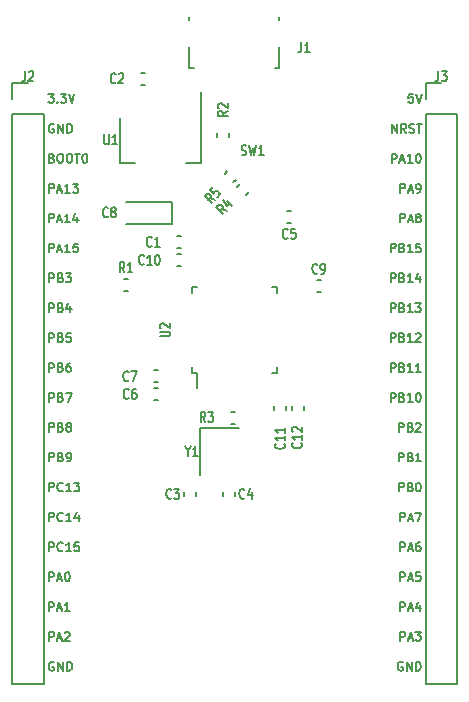
<source format=gto>
G04 #@! TF.GenerationSoftware,KiCad,Pcbnew,(5.1.5)-3*
G04 #@! TF.CreationDate,2020-02-20T17:55:49-08:00*
G04 #@! TF.ProjectId,SimpleF303,53696d70-6c65-4463-9330-332e6b696361,0.1*
G04 #@! TF.SameCoordinates,Original*
G04 #@! TF.FileFunction,Legend,Top*
G04 #@! TF.FilePolarity,Positive*
%FSLAX46Y46*%
G04 Gerber Fmt 4.6, Leading zero omitted, Abs format (unit mm)*
G04 Created by KiCad (PCBNEW (5.1.5)-3) date 2020-02-20 17:55:49*
%MOMM*%
%LPD*%
G04 APERTURE LIST*
%ADD10C,0.155000*%
%ADD11C,0.160000*%
%ADD12R,1.402000X2.102000*%
%ADD13C,0.100000*%
%ADD14C,2.202000*%
%ADD15R,1.802000X1.802000*%
%ADD16O,1.802000X1.802000*%
%ADD17R,1.302000X1.502000*%
%ADD18R,3.902000X2.102000*%
%ADD19R,1.602000X2.102000*%
%ADD20R,0.552000X1.482000*%
%ADD21R,1.527000X1.652000*%
%ADD22R,1.752000X1.402000*%
%ADD23R,1.902000X2.002000*%
%ADD24R,1.102000X2.002000*%
G04 APERTURE END LIST*
D10*
X112629440Y-119173811D02*
X113087535Y-119173811D01*
X112840868Y-119455716D01*
X112946583Y-119455716D01*
X113017059Y-119490954D01*
X113052297Y-119526192D01*
X113087535Y-119596669D01*
X113087535Y-119772859D01*
X113052297Y-119843335D01*
X113017059Y-119878573D01*
X112946583Y-119913811D01*
X112735154Y-119913811D01*
X112664678Y-119878573D01*
X112629440Y-119843335D01*
X113404678Y-119843335D02*
X113439916Y-119878573D01*
X113404678Y-119913811D01*
X113369440Y-119878573D01*
X113404678Y-119843335D01*
X113404678Y-119913811D01*
X113686583Y-119173811D02*
X114144678Y-119173811D01*
X113898011Y-119455716D01*
X114003726Y-119455716D01*
X114074202Y-119490954D01*
X114109440Y-119526192D01*
X114144678Y-119596669D01*
X114144678Y-119772859D01*
X114109440Y-119843335D01*
X114074202Y-119878573D01*
X114003726Y-119913811D01*
X113792297Y-119913811D01*
X113721821Y-119878573D01*
X113686583Y-119843335D01*
X114356106Y-119173811D02*
X114602773Y-119913811D01*
X114849440Y-119173811D01*
X113087535Y-121739050D02*
X113017059Y-121703811D01*
X112911345Y-121703811D01*
X112805630Y-121739050D01*
X112735154Y-121809526D01*
X112699916Y-121880002D01*
X112664678Y-122020954D01*
X112664678Y-122126669D01*
X112699916Y-122267621D01*
X112735154Y-122338097D01*
X112805630Y-122408573D01*
X112911345Y-122443811D01*
X112981821Y-122443811D01*
X113087535Y-122408573D01*
X113122773Y-122373335D01*
X113122773Y-122126669D01*
X112981821Y-122126669D01*
X113439916Y-122443811D02*
X113439916Y-121703811D01*
X113862773Y-122443811D01*
X113862773Y-121703811D01*
X114215154Y-122443811D02*
X114215154Y-121703811D01*
X114391345Y-121703811D01*
X114497059Y-121739050D01*
X114567535Y-121809526D01*
X114602773Y-121880002D01*
X114638011Y-122020954D01*
X114638011Y-122126669D01*
X114602773Y-122267621D01*
X114567535Y-122338097D01*
X114497059Y-122408573D01*
X114391345Y-122443811D01*
X114215154Y-122443811D01*
X112946583Y-124586192D02*
X113052297Y-124621430D01*
X113087535Y-124656669D01*
X113122773Y-124727145D01*
X113122773Y-124832859D01*
X113087535Y-124903335D01*
X113052297Y-124938573D01*
X112981821Y-124973811D01*
X112699916Y-124973811D01*
X112699916Y-124233811D01*
X112946583Y-124233811D01*
X113017059Y-124269050D01*
X113052297Y-124304288D01*
X113087535Y-124374764D01*
X113087535Y-124445240D01*
X113052297Y-124515716D01*
X113017059Y-124550954D01*
X112946583Y-124586192D01*
X112699916Y-124586192D01*
X113580868Y-124233811D02*
X113721821Y-124233811D01*
X113792297Y-124269050D01*
X113862773Y-124339526D01*
X113898011Y-124480478D01*
X113898011Y-124727145D01*
X113862773Y-124868097D01*
X113792297Y-124938573D01*
X113721821Y-124973811D01*
X113580868Y-124973811D01*
X113510392Y-124938573D01*
X113439916Y-124868097D01*
X113404678Y-124727145D01*
X113404678Y-124480478D01*
X113439916Y-124339526D01*
X113510392Y-124269050D01*
X113580868Y-124233811D01*
X114356106Y-124233811D02*
X114497059Y-124233811D01*
X114567535Y-124269050D01*
X114638011Y-124339526D01*
X114673249Y-124480478D01*
X114673249Y-124727145D01*
X114638011Y-124868097D01*
X114567535Y-124938573D01*
X114497059Y-124973811D01*
X114356106Y-124973811D01*
X114285630Y-124938573D01*
X114215154Y-124868097D01*
X114179916Y-124727145D01*
X114179916Y-124480478D01*
X114215154Y-124339526D01*
X114285630Y-124269050D01*
X114356106Y-124233811D01*
X114884678Y-124233811D02*
X115307535Y-124233811D01*
X115096106Y-124973811D02*
X115096106Y-124233811D01*
X115695154Y-124233811D02*
X115765630Y-124233811D01*
X115836106Y-124269050D01*
X115871345Y-124304288D01*
X115906583Y-124374764D01*
X115941821Y-124515716D01*
X115941821Y-124691907D01*
X115906583Y-124832859D01*
X115871345Y-124903335D01*
X115836106Y-124938573D01*
X115765630Y-124973811D01*
X115695154Y-124973811D01*
X115624678Y-124938573D01*
X115589440Y-124903335D01*
X115554202Y-124832859D01*
X115518964Y-124691907D01*
X115518964Y-124515716D01*
X115554202Y-124374764D01*
X115589440Y-124304288D01*
X115624678Y-124269050D01*
X115695154Y-124233811D01*
X112699916Y-127503811D02*
X112699916Y-126763811D01*
X112981821Y-126763811D01*
X113052297Y-126799050D01*
X113087535Y-126834288D01*
X113122773Y-126904764D01*
X113122773Y-127010478D01*
X113087535Y-127080954D01*
X113052297Y-127116192D01*
X112981821Y-127151430D01*
X112699916Y-127151430D01*
X113404678Y-127292383D02*
X113757059Y-127292383D01*
X113334202Y-127503811D02*
X113580868Y-126763811D01*
X113827535Y-127503811D01*
X114461821Y-127503811D02*
X114038964Y-127503811D01*
X114250392Y-127503811D02*
X114250392Y-126763811D01*
X114179916Y-126869526D01*
X114109440Y-126940002D01*
X114038964Y-126975240D01*
X114708487Y-126763811D02*
X115166583Y-126763811D01*
X114919916Y-127045716D01*
X115025630Y-127045716D01*
X115096106Y-127080954D01*
X115131345Y-127116192D01*
X115166583Y-127186669D01*
X115166583Y-127362859D01*
X115131345Y-127433335D01*
X115096106Y-127468573D01*
X115025630Y-127503811D01*
X114814202Y-127503811D01*
X114743726Y-127468573D01*
X114708487Y-127433335D01*
X112699916Y-130033811D02*
X112699916Y-129293811D01*
X112981821Y-129293811D01*
X113052297Y-129329050D01*
X113087535Y-129364288D01*
X113122773Y-129434764D01*
X113122773Y-129540478D01*
X113087535Y-129610954D01*
X113052297Y-129646192D01*
X112981821Y-129681430D01*
X112699916Y-129681430D01*
X113404678Y-129822383D02*
X113757059Y-129822383D01*
X113334202Y-130033811D02*
X113580868Y-129293811D01*
X113827535Y-130033811D01*
X114461821Y-130033811D02*
X114038964Y-130033811D01*
X114250392Y-130033811D02*
X114250392Y-129293811D01*
X114179916Y-129399526D01*
X114109440Y-129470002D01*
X114038964Y-129505240D01*
X115096106Y-129540478D02*
X115096106Y-130033811D01*
X114919916Y-129258573D02*
X114743726Y-129787145D01*
X115201821Y-129787145D01*
X112699916Y-132563811D02*
X112699916Y-131823811D01*
X112981821Y-131823811D01*
X113052297Y-131859050D01*
X113087535Y-131894288D01*
X113122773Y-131964764D01*
X113122773Y-132070478D01*
X113087535Y-132140954D01*
X113052297Y-132176192D01*
X112981821Y-132211430D01*
X112699916Y-132211430D01*
X113404678Y-132352383D02*
X113757059Y-132352383D01*
X113334202Y-132563811D02*
X113580868Y-131823811D01*
X113827535Y-132563811D01*
X114461821Y-132563811D02*
X114038964Y-132563811D01*
X114250392Y-132563811D02*
X114250392Y-131823811D01*
X114179916Y-131929526D01*
X114109440Y-132000002D01*
X114038964Y-132035240D01*
X115131345Y-131823811D02*
X114778964Y-131823811D01*
X114743726Y-132176192D01*
X114778964Y-132140954D01*
X114849440Y-132105716D01*
X115025630Y-132105716D01*
X115096106Y-132140954D01*
X115131345Y-132176192D01*
X115166583Y-132246669D01*
X115166583Y-132422859D01*
X115131345Y-132493335D01*
X115096106Y-132528573D01*
X115025630Y-132563811D01*
X114849440Y-132563811D01*
X114778964Y-132528573D01*
X114743726Y-132493335D01*
X112699916Y-135093811D02*
X112699916Y-134353811D01*
X112981821Y-134353811D01*
X113052297Y-134389050D01*
X113087535Y-134424288D01*
X113122773Y-134494764D01*
X113122773Y-134600478D01*
X113087535Y-134670954D01*
X113052297Y-134706192D01*
X112981821Y-134741430D01*
X112699916Y-134741430D01*
X113686583Y-134706192D02*
X113792297Y-134741430D01*
X113827535Y-134776669D01*
X113862773Y-134847145D01*
X113862773Y-134952859D01*
X113827535Y-135023335D01*
X113792297Y-135058573D01*
X113721821Y-135093811D01*
X113439916Y-135093811D01*
X113439916Y-134353811D01*
X113686583Y-134353811D01*
X113757059Y-134389050D01*
X113792297Y-134424288D01*
X113827535Y-134494764D01*
X113827535Y-134565240D01*
X113792297Y-134635716D01*
X113757059Y-134670954D01*
X113686583Y-134706192D01*
X113439916Y-134706192D01*
X114109440Y-134353811D02*
X114567535Y-134353811D01*
X114320868Y-134635716D01*
X114426583Y-134635716D01*
X114497059Y-134670954D01*
X114532297Y-134706192D01*
X114567535Y-134776669D01*
X114567535Y-134952859D01*
X114532297Y-135023335D01*
X114497059Y-135058573D01*
X114426583Y-135093811D01*
X114215154Y-135093811D01*
X114144678Y-135058573D01*
X114109440Y-135023335D01*
X112699916Y-137623811D02*
X112699916Y-136883811D01*
X112981821Y-136883811D01*
X113052297Y-136919050D01*
X113087535Y-136954288D01*
X113122773Y-137024764D01*
X113122773Y-137130478D01*
X113087535Y-137200954D01*
X113052297Y-137236192D01*
X112981821Y-137271430D01*
X112699916Y-137271430D01*
X113686583Y-137236192D02*
X113792297Y-137271430D01*
X113827535Y-137306669D01*
X113862773Y-137377145D01*
X113862773Y-137482859D01*
X113827535Y-137553335D01*
X113792297Y-137588573D01*
X113721821Y-137623811D01*
X113439916Y-137623811D01*
X113439916Y-136883811D01*
X113686583Y-136883811D01*
X113757059Y-136919050D01*
X113792297Y-136954288D01*
X113827535Y-137024764D01*
X113827535Y-137095240D01*
X113792297Y-137165716D01*
X113757059Y-137200954D01*
X113686583Y-137236192D01*
X113439916Y-137236192D01*
X114497059Y-137130478D02*
X114497059Y-137623811D01*
X114320868Y-136848573D02*
X114144678Y-137377145D01*
X114602773Y-137377145D01*
X112699916Y-140153811D02*
X112699916Y-139413811D01*
X112981821Y-139413811D01*
X113052297Y-139449050D01*
X113087535Y-139484288D01*
X113122773Y-139554764D01*
X113122773Y-139660478D01*
X113087535Y-139730954D01*
X113052297Y-139766192D01*
X112981821Y-139801430D01*
X112699916Y-139801430D01*
X113686583Y-139766192D02*
X113792297Y-139801430D01*
X113827535Y-139836669D01*
X113862773Y-139907145D01*
X113862773Y-140012859D01*
X113827535Y-140083335D01*
X113792297Y-140118573D01*
X113721821Y-140153811D01*
X113439916Y-140153811D01*
X113439916Y-139413811D01*
X113686583Y-139413811D01*
X113757059Y-139449050D01*
X113792297Y-139484288D01*
X113827535Y-139554764D01*
X113827535Y-139625240D01*
X113792297Y-139695716D01*
X113757059Y-139730954D01*
X113686583Y-139766192D01*
X113439916Y-139766192D01*
X114532297Y-139413811D02*
X114179916Y-139413811D01*
X114144678Y-139766192D01*
X114179916Y-139730954D01*
X114250392Y-139695716D01*
X114426583Y-139695716D01*
X114497059Y-139730954D01*
X114532297Y-139766192D01*
X114567535Y-139836669D01*
X114567535Y-140012859D01*
X114532297Y-140083335D01*
X114497059Y-140118573D01*
X114426583Y-140153811D01*
X114250392Y-140153811D01*
X114179916Y-140118573D01*
X114144678Y-140083335D01*
X112699916Y-142683811D02*
X112699916Y-141943811D01*
X112981821Y-141943811D01*
X113052297Y-141979050D01*
X113087535Y-142014288D01*
X113122773Y-142084764D01*
X113122773Y-142190478D01*
X113087535Y-142260954D01*
X113052297Y-142296192D01*
X112981821Y-142331430D01*
X112699916Y-142331430D01*
X113686583Y-142296192D02*
X113792297Y-142331430D01*
X113827535Y-142366669D01*
X113862773Y-142437145D01*
X113862773Y-142542859D01*
X113827535Y-142613335D01*
X113792297Y-142648573D01*
X113721821Y-142683811D01*
X113439916Y-142683811D01*
X113439916Y-141943811D01*
X113686583Y-141943811D01*
X113757059Y-141979050D01*
X113792297Y-142014288D01*
X113827535Y-142084764D01*
X113827535Y-142155240D01*
X113792297Y-142225716D01*
X113757059Y-142260954D01*
X113686583Y-142296192D01*
X113439916Y-142296192D01*
X114497059Y-141943811D02*
X114356106Y-141943811D01*
X114285630Y-141979050D01*
X114250392Y-142014288D01*
X114179916Y-142120002D01*
X114144678Y-142260954D01*
X114144678Y-142542859D01*
X114179916Y-142613335D01*
X114215154Y-142648573D01*
X114285630Y-142683811D01*
X114426583Y-142683811D01*
X114497059Y-142648573D01*
X114532297Y-142613335D01*
X114567535Y-142542859D01*
X114567535Y-142366669D01*
X114532297Y-142296192D01*
X114497059Y-142260954D01*
X114426583Y-142225716D01*
X114285630Y-142225716D01*
X114215154Y-142260954D01*
X114179916Y-142296192D01*
X114144678Y-142366669D01*
X112699916Y-145213811D02*
X112699916Y-144473811D01*
X112981821Y-144473811D01*
X113052297Y-144509050D01*
X113087535Y-144544288D01*
X113122773Y-144614764D01*
X113122773Y-144720478D01*
X113087535Y-144790954D01*
X113052297Y-144826192D01*
X112981821Y-144861430D01*
X112699916Y-144861430D01*
X113686583Y-144826192D02*
X113792297Y-144861430D01*
X113827535Y-144896669D01*
X113862773Y-144967145D01*
X113862773Y-145072859D01*
X113827535Y-145143335D01*
X113792297Y-145178573D01*
X113721821Y-145213811D01*
X113439916Y-145213811D01*
X113439916Y-144473811D01*
X113686583Y-144473811D01*
X113757059Y-144509050D01*
X113792297Y-144544288D01*
X113827535Y-144614764D01*
X113827535Y-144685240D01*
X113792297Y-144755716D01*
X113757059Y-144790954D01*
X113686583Y-144826192D01*
X113439916Y-144826192D01*
X114109440Y-144473811D02*
X114602773Y-144473811D01*
X114285630Y-145213811D01*
X112699916Y-147743811D02*
X112699916Y-147003811D01*
X112981821Y-147003811D01*
X113052297Y-147039050D01*
X113087535Y-147074288D01*
X113122773Y-147144764D01*
X113122773Y-147250478D01*
X113087535Y-147320954D01*
X113052297Y-147356192D01*
X112981821Y-147391430D01*
X112699916Y-147391430D01*
X113686583Y-147356192D02*
X113792297Y-147391430D01*
X113827535Y-147426669D01*
X113862773Y-147497145D01*
X113862773Y-147602859D01*
X113827535Y-147673335D01*
X113792297Y-147708573D01*
X113721821Y-147743811D01*
X113439916Y-147743811D01*
X113439916Y-147003811D01*
X113686583Y-147003811D01*
X113757059Y-147039050D01*
X113792297Y-147074288D01*
X113827535Y-147144764D01*
X113827535Y-147215240D01*
X113792297Y-147285716D01*
X113757059Y-147320954D01*
X113686583Y-147356192D01*
X113439916Y-147356192D01*
X114285630Y-147320954D02*
X114215154Y-147285716D01*
X114179916Y-147250478D01*
X114144678Y-147180002D01*
X114144678Y-147144764D01*
X114179916Y-147074288D01*
X114215154Y-147039050D01*
X114285630Y-147003811D01*
X114426583Y-147003811D01*
X114497059Y-147039050D01*
X114532297Y-147074288D01*
X114567535Y-147144764D01*
X114567535Y-147180002D01*
X114532297Y-147250478D01*
X114497059Y-147285716D01*
X114426583Y-147320954D01*
X114285630Y-147320954D01*
X114215154Y-147356192D01*
X114179916Y-147391430D01*
X114144678Y-147461907D01*
X114144678Y-147602859D01*
X114179916Y-147673335D01*
X114215154Y-147708573D01*
X114285630Y-147743811D01*
X114426583Y-147743811D01*
X114497059Y-147708573D01*
X114532297Y-147673335D01*
X114567535Y-147602859D01*
X114567535Y-147461907D01*
X114532297Y-147391430D01*
X114497059Y-147356192D01*
X114426583Y-147320954D01*
X112699916Y-150273811D02*
X112699916Y-149533811D01*
X112981821Y-149533811D01*
X113052297Y-149569050D01*
X113087535Y-149604288D01*
X113122773Y-149674764D01*
X113122773Y-149780478D01*
X113087535Y-149850954D01*
X113052297Y-149886192D01*
X112981821Y-149921430D01*
X112699916Y-149921430D01*
X113686583Y-149886192D02*
X113792297Y-149921430D01*
X113827535Y-149956669D01*
X113862773Y-150027145D01*
X113862773Y-150132859D01*
X113827535Y-150203335D01*
X113792297Y-150238573D01*
X113721821Y-150273811D01*
X113439916Y-150273811D01*
X113439916Y-149533811D01*
X113686583Y-149533811D01*
X113757059Y-149569050D01*
X113792297Y-149604288D01*
X113827535Y-149674764D01*
X113827535Y-149745240D01*
X113792297Y-149815716D01*
X113757059Y-149850954D01*
X113686583Y-149886192D01*
X113439916Y-149886192D01*
X114215154Y-150273811D02*
X114356106Y-150273811D01*
X114426583Y-150238573D01*
X114461821Y-150203335D01*
X114532297Y-150097621D01*
X114567535Y-149956669D01*
X114567535Y-149674764D01*
X114532297Y-149604288D01*
X114497059Y-149569050D01*
X114426583Y-149533811D01*
X114285630Y-149533811D01*
X114215154Y-149569050D01*
X114179916Y-149604288D01*
X114144678Y-149674764D01*
X114144678Y-149850954D01*
X114179916Y-149921430D01*
X114215154Y-149956669D01*
X114285630Y-149991907D01*
X114426583Y-149991907D01*
X114497059Y-149956669D01*
X114532297Y-149921430D01*
X114567535Y-149850954D01*
X112699916Y-152803811D02*
X112699916Y-152063811D01*
X112981821Y-152063811D01*
X113052297Y-152099050D01*
X113087535Y-152134288D01*
X113122773Y-152204764D01*
X113122773Y-152310478D01*
X113087535Y-152380954D01*
X113052297Y-152416192D01*
X112981821Y-152451430D01*
X112699916Y-152451430D01*
X113862773Y-152733335D02*
X113827535Y-152768573D01*
X113721821Y-152803811D01*
X113651345Y-152803811D01*
X113545630Y-152768573D01*
X113475154Y-152698097D01*
X113439916Y-152627621D01*
X113404678Y-152486669D01*
X113404678Y-152380954D01*
X113439916Y-152240002D01*
X113475154Y-152169526D01*
X113545630Y-152099050D01*
X113651345Y-152063811D01*
X113721821Y-152063811D01*
X113827535Y-152099050D01*
X113862773Y-152134288D01*
X114567535Y-152803811D02*
X114144678Y-152803811D01*
X114356106Y-152803811D02*
X114356106Y-152063811D01*
X114285630Y-152169526D01*
X114215154Y-152240002D01*
X114144678Y-152275240D01*
X114814202Y-152063811D02*
X115272297Y-152063811D01*
X115025630Y-152345716D01*
X115131345Y-152345716D01*
X115201821Y-152380954D01*
X115237059Y-152416192D01*
X115272297Y-152486669D01*
X115272297Y-152662859D01*
X115237059Y-152733335D01*
X115201821Y-152768573D01*
X115131345Y-152803811D01*
X114919916Y-152803811D01*
X114849440Y-152768573D01*
X114814202Y-152733335D01*
X112699916Y-155333811D02*
X112699916Y-154593811D01*
X112981821Y-154593811D01*
X113052297Y-154629050D01*
X113087535Y-154664288D01*
X113122773Y-154734764D01*
X113122773Y-154840478D01*
X113087535Y-154910954D01*
X113052297Y-154946192D01*
X112981821Y-154981430D01*
X112699916Y-154981430D01*
X113862773Y-155263335D02*
X113827535Y-155298573D01*
X113721821Y-155333811D01*
X113651345Y-155333811D01*
X113545630Y-155298573D01*
X113475154Y-155228097D01*
X113439916Y-155157621D01*
X113404678Y-155016669D01*
X113404678Y-154910954D01*
X113439916Y-154770002D01*
X113475154Y-154699526D01*
X113545630Y-154629050D01*
X113651345Y-154593811D01*
X113721821Y-154593811D01*
X113827535Y-154629050D01*
X113862773Y-154664288D01*
X114567535Y-155333811D02*
X114144678Y-155333811D01*
X114356106Y-155333811D02*
X114356106Y-154593811D01*
X114285630Y-154699526D01*
X114215154Y-154770002D01*
X114144678Y-154805240D01*
X115201821Y-154840478D02*
X115201821Y-155333811D01*
X115025630Y-154558573D02*
X114849440Y-155087145D01*
X115307535Y-155087145D01*
X112699916Y-157863811D02*
X112699916Y-157123811D01*
X112981821Y-157123811D01*
X113052297Y-157159050D01*
X113087535Y-157194288D01*
X113122773Y-157264764D01*
X113122773Y-157370478D01*
X113087535Y-157440954D01*
X113052297Y-157476192D01*
X112981821Y-157511430D01*
X112699916Y-157511430D01*
X113862773Y-157793335D02*
X113827535Y-157828573D01*
X113721821Y-157863811D01*
X113651345Y-157863811D01*
X113545630Y-157828573D01*
X113475154Y-157758097D01*
X113439916Y-157687621D01*
X113404678Y-157546669D01*
X113404678Y-157440954D01*
X113439916Y-157300002D01*
X113475154Y-157229526D01*
X113545630Y-157159050D01*
X113651345Y-157123811D01*
X113721821Y-157123811D01*
X113827535Y-157159050D01*
X113862773Y-157194288D01*
X114567535Y-157863811D02*
X114144678Y-157863811D01*
X114356106Y-157863811D02*
X114356106Y-157123811D01*
X114285630Y-157229526D01*
X114215154Y-157300002D01*
X114144678Y-157335240D01*
X115237059Y-157123811D02*
X114884678Y-157123811D01*
X114849440Y-157476192D01*
X114884678Y-157440954D01*
X114955154Y-157405716D01*
X115131345Y-157405716D01*
X115201821Y-157440954D01*
X115237059Y-157476192D01*
X115272297Y-157546669D01*
X115272297Y-157722859D01*
X115237059Y-157793335D01*
X115201821Y-157828573D01*
X115131345Y-157863811D01*
X114955154Y-157863811D01*
X114884678Y-157828573D01*
X114849440Y-157793335D01*
X112699916Y-160393811D02*
X112699916Y-159653811D01*
X112981821Y-159653811D01*
X113052297Y-159689050D01*
X113087535Y-159724288D01*
X113122773Y-159794764D01*
X113122773Y-159900478D01*
X113087535Y-159970954D01*
X113052297Y-160006192D01*
X112981821Y-160041430D01*
X112699916Y-160041430D01*
X113404678Y-160182383D02*
X113757059Y-160182383D01*
X113334202Y-160393811D02*
X113580868Y-159653811D01*
X113827535Y-160393811D01*
X114215154Y-159653811D02*
X114285630Y-159653811D01*
X114356106Y-159689050D01*
X114391345Y-159724288D01*
X114426583Y-159794764D01*
X114461821Y-159935716D01*
X114461821Y-160111907D01*
X114426583Y-160252859D01*
X114391345Y-160323335D01*
X114356106Y-160358573D01*
X114285630Y-160393811D01*
X114215154Y-160393811D01*
X114144678Y-160358573D01*
X114109440Y-160323335D01*
X114074202Y-160252859D01*
X114038964Y-160111907D01*
X114038964Y-159935716D01*
X114074202Y-159794764D01*
X114109440Y-159724288D01*
X114144678Y-159689050D01*
X114215154Y-159653811D01*
X112699916Y-162923811D02*
X112699916Y-162183811D01*
X112981821Y-162183811D01*
X113052297Y-162219050D01*
X113087535Y-162254288D01*
X113122773Y-162324764D01*
X113122773Y-162430478D01*
X113087535Y-162500954D01*
X113052297Y-162536192D01*
X112981821Y-162571430D01*
X112699916Y-162571430D01*
X113404678Y-162712383D02*
X113757059Y-162712383D01*
X113334202Y-162923811D02*
X113580868Y-162183811D01*
X113827535Y-162923811D01*
X114461821Y-162923811D02*
X114038964Y-162923811D01*
X114250392Y-162923811D02*
X114250392Y-162183811D01*
X114179916Y-162289526D01*
X114109440Y-162360002D01*
X114038964Y-162395240D01*
X112699916Y-165453811D02*
X112699916Y-164713811D01*
X112981821Y-164713811D01*
X113052297Y-164749050D01*
X113087535Y-164784288D01*
X113122773Y-164854764D01*
X113122773Y-164960478D01*
X113087535Y-165030954D01*
X113052297Y-165066192D01*
X112981821Y-165101430D01*
X112699916Y-165101430D01*
X113404678Y-165242383D02*
X113757059Y-165242383D01*
X113334202Y-165453811D02*
X113580868Y-164713811D01*
X113827535Y-165453811D01*
X114038964Y-164784288D02*
X114074202Y-164749050D01*
X114144678Y-164713811D01*
X114320868Y-164713811D01*
X114391345Y-164749050D01*
X114426583Y-164784288D01*
X114461821Y-164854764D01*
X114461821Y-164925240D01*
X114426583Y-165030954D01*
X114003726Y-165453811D01*
X114461821Y-165453811D01*
X113087535Y-167279050D02*
X113017059Y-167243811D01*
X112911345Y-167243811D01*
X112805630Y-167279050D01*
X112735154Y-167349526D01*
X112699916Y-167420002D01*
X112664678Y-167560954D01*
X112664678Y-167666669D01*
X112699916Y-167807621D01*
X112735154Y-167878097D01*
X112805630Y-167948573D01*
X112911345Y-167983811D01*
X112981821Y-167983811D01*
X113087535Y-167948573D01*
X113122773Y-167913335D01*
X113122773Y-167666669D01*
X112981821Y-167666669D01*
X113439916Y-167983811D02*
X113439916Y-167243811D01*
X113862773Y-167983811D01*
X113862773Y-167243811D01*
X114215154Y-167983811D02*
X114215154Y-167243811D01*
X114391345Y-167243811D01*
X114497059Y-167279050D01*
X114567535Y-167349526D01*
X114602773Y-167420002D01*
X114638011Y-167560954D01*
X114638011Y-167666669D01*
X114602773Y-167807621D01*
X114567535Y-167878097D01*
X114497059Y-167948573D01*
X114391345Y-167983811D01*
X114215154Y-167983811D01*
X143511035Y-119173811D02*
X143158654Y-119173811D01*
X143123416Y-119526192D01*
X143158654Y-119490954D01*
X143229131Y-119455716D01*
X143405321Y-119455716D01*
X143475797Y-119490954D01*
X143511035Y-119526192D01*
X143546273Y-119596669D01*
X143546273Y-119772859D01*
X143511035Y-119843335D01*
X143475797Y-119878573D01*
X143405321Y-119913811D01*
X143229131Y-119913811D01*
X143158654Y-119878573D01*
X143123416Y-119843335D01*
X143757702Y-119173811D02*
X144004369Y-119913811D01*
X144251035Y-119173811D01*
X141713892Y-122443811D02*
X141713892Y-121703811D01*
X142136750Y-122443811D01*
X142136750Y-121703811D01*
X142911988Y-122443811D02*
X142665321Y-122091430D01*
X142489131Y-122443811D02*
X142489131Y-121703811D01*
X142771035Y-121703811D01*
X142841512Y-121739050D01*
X142876750Y-121774288D01*
X142911988Y-121844764D01*
X142911988Y-121950478D01*
X142876750Y-122020954D01*
X142841512Y-122056192D01*
X142771035Y-122091430D01*
X142489131Y-122091430D01*
X143193892Y-122408573D02*
X143299607Y-122443811D01*
X143475797Y-122443811D01*
X143546273Y-122408573D01*
X143581512Y-122373335D01*
X143616750Y-122302859D01*
X143616750Y-122232383D01*
X143581512Y-122161907D01*
X143546273Y-122126669D01*
X143475797Y-122091430D01*
X143334845Y-122056192D01*
X143264369Y-122020954D01*
X143229131Y-121985716D01*
X143193892Y-121915240D01*
X143193892Y-121844764D01*
X143229131Y-121774288D01*
X143264369Y-121739050D01*
X143334845Y-121703811D01*
X143511035Y-121703811D01*
X143616750Y-121739050D01*
X143828178Y-121703811D02*
X144251035Y-121703811D01*
X144039607Y-122443811D02*
X144039607Y-121703811D01*
X141713892Y-124973811D02*
X141713892Y-124233811D01*
X141995797Y-124233811D01*
X142066273Y-124269050D01*
X142101512Y-124304288D01*
X142136750Y-124374764D01*
X142136750Y-124480478D01*
X142101512Y-124550954D01*
X142066273Y-124586192D01*
X141995797Y-124621430D01*
X141713892Y-124621430D01*
X142418654Y-124762383D02*
X142771035Y-124762383D01*
X142348178Y-124973811D02*
X142594845Y-124233811D01*
X142841512Y-124973811D01*
X143475797Y-124973811D02*
X143052940Y-124973811D01*
X143264369Y-124973811D02*
X143264369Y-124233811D01*
X143193892Y-124339526D01*
X143123416Y-124410002D01*
X143052940Y-124445240D01*
X143933892Y-124233811D02*
X144004369Y-124233811D01*
X144074845Y-124269050D01*
X144110083Y-124304288D01*
X144145321Y-124374764D01*
X144180559Y-124515716D01*
X144180559Y-124691907D01*
X144145321Y-124832859D01*
X144110083Y-124903335D01*
X144074845Y-124938573D01*
X144004369Y-124973811D01*
X143933892Y-124973811D01*
X143863416Y-124938573D01*
X143828178Y-124903335D01*
X143792940Y-124832859D01*
X143757702Y-124691907D01*
X143757702Y-124515716D01*
X143792940Y-124374764D01*
X143828178Y-124304288D01*
X143863416Y-124269050D01*
X143933892Y-124233811D01*
X142418654Y-127503811D02*
X142418654Y-126763811D01*
X142700559Y-126763811D01*
X142771035Y-126799050D01*
X142806273Y-126834288D01*
X142841512Y-126904764D01*
X142841512Y-127010478D01*
X142806273Y-127080954D01*
X142771035Y-127116192D01*
X142700559Y-127151430D01*
X142418654Y-127151430D01*
X143123416Y-127292383D02*
X143475797Y-127292383D01*
X143052940Y-127503811D02*
X143299607Y-126763811D01*
X143546273Y-127503811D01*
X143828178Y-127503811D02*
X143969131Y-127503811D01*
X144039607Y-127468573D01*
X144074845Y-127433335D01*
X144145321Y-127327621D01*
X144180559Y-127186669D01*
X144180559Y-126904764D01*
X144145321Y-126834288D01*
X144110083Y-126799050D01*
X144039607Y-126763811D01*
X143898654Y-126763811D01*
X143828178Y-126799050D01*
X143792940Y-126834288D01*
X143757702Y-126904764D01*
X143757702Y-127080954D01*
X143792940Y-127151430D01*
X143828178Y-127186669D01*
X143898654Y-127221907D01*
X144039607Y-127221907D01*
X144110083Y-127186669D01*
X144145321Y-127151430D01*
X144180559Y-127080954D01*
X142418654Y-130033811D02*
X142418654Y-129293811D01*
X142700559Y-129293811D01*
X142771035Y-129329050D01*
X142806273Y-129364288D01*
X142841512Y-129434764D01*
X142841512Y-129540478D01*
X142806273Y-129610954D01*
X142771035Y-129646192D01*
X142700559Y-129681430D01*
X142418654Y-129681430D01*
X143123416Y-129822383D02*
X143475797Y-129822383D01*
X143052940Y-130033811D02*
X143299607Y-129293811D01*
X143546273Y-130033811D01*
X143898654Y-129610954D02*
X143828178Y-129575716D01*
X143792940Y-129540478D01*
X143757702Y-129470002D01*
X143757702Y-129434764D01*
X143792940Y-129364288D01*
X143828178Y-129329050D01*
X143898654Y-129293811D01*
X144039607Y-129293811D01*
X144110083Y-129329050D01*
X144145321Y-129364288D01*
X144180559Y-129434764D01*
X144180559Y-129470002D01*
X144145321Y-129540478D01*
X144110083Y-129575716D01*
X144039607Y-129610954D01*
X143898654Y-129610954D01*
X143828178Y-129646192D01*
X143792940Y-129681430D01*
X143757702Y-129751907D01*
X143757702Y-129892859D01*
X143792940Y-129963335D01*
X143828178Y-129998573D01*
X143898654Y-130033811D01*
X144039607Y-130033811D01*
X144110083Y-129998573D01*
X144145321Y-129963335D01*
X144180559Y-129892859D01*
X144180559Y-129751907D01*
X144145321Y-129681430D01*
X144110083Y-129646192D01*
X144039607Y-129610954D01*
X141608178Y-132563811D02*
X141608178Y-131823811D01*
X141890083Y-131823811D01*
X141960559Y-131859050D01*
X141995797Y-131894288D01*
X142031035Y-131964764D01*
X142031035Y-132070478D01*
X141995797Y-132140954D01*
X141960559Y-132176192D01*
X141890083Y-132211430D01*
X141608178Y-132211430D01*
X142594845Y-132176192D02*
X142700559Y-132211430D01*
X142735797Y-132246669D01*
X142771035Y-132317145D01*
X142771035Y-132422859D01*
X142735797Y-132493335D01*
X142700559Y-132528573D01*
X142630083Y-132563811D01*
X142348178Y-132563811D01*
X142348178Y-131823811D01*
X142594845Y-131823811D01*
X142665321Y-131859050D01*
X142700559Y-131894288D01*
X142735797Y-131964764D01*
X142735797Y-132035240D01*
X142700559Y-132105716D01*
X142665321Y-132140954D01*
X142594845Y-132176192D01*
X142348178Y-132176192D01*
X143475797Y-132563811D02*
X143052940Y-132563811D01*
X143264369Y-132563811D02*
X143264369Y-131823811D01*
X143193892Y-131929526D01*
X143123416Y-132000002D01*
X143052940Y-132035240D01*
X144145321Y-131823811D02*
X143792940Y-131823811D01*
X143757702Y-132176192D01*
X143792940Y-132140954D01*
X143863416Y-132105716D01*
X144039607Y-132105716D01*
X144110083Y-132140954D01*
X144145321Y-132176192D01*
X144180559Y-132246669D01*
X144180559Y-132422859D01*
X144145321Y-132493335D01*
X144110083Y-132528573D01*
X144039607Y-132563811D01*
X143863416Y-132563811D01*
X143792940Y-132528573D01*
X143757702Y-132493335D01*
X141608178Y-135093811D02*
X141608178Y-134353811D01*
X141890083Y-134353811D01*
X141960559Y-134389050D01*
X141995797Y-134424288D01*
X142031035Y-134494764D01*
X142031035Y-134600478D01*
X141995797Y-134670954D01*
X141960559Y-134706192D01*
X141890083Y-134741430D01*
X141608178Y-134741430D01*
X142594845Y-134706192D02*
X142700559Y-134741430D01*
X142735797Y-134776669D01*
X142771035Y-134847145D01*
X142771035Y-134952859D01*
X142735797Y-135023335D01*
X142700559Y-135058573D01*
X142630083Y-135093811D01*
X142348178Y-135093811D01*
X142348178Y-134353811D01*
X142594845Y-134353811D01*
X142665321Y-134389050D01*
X142700559Y-134424288D01*
X142735797Y-134494764D01*
X142735797Y-134565240D01*
X142700559Y-134635716D01*
X142665321Y-134670954D01*
X142594845Y-134706192D01*
X142348178Y-134706192D01*
X143475797Y-135093811D02*
X143052940Y-135093811D01*
X143264369Y-135093811D02*
X143264369Y-134353811D01*
X143193892Y-134459526D01*
X143123416Y-134530002D01*
X143052940Y-134565240D01*
X144110083Y-134600478D02*
X144110083Y-135093811D01*
X143933892Y-134318573D02*
X143757702Y-134847145D01*
X144215797Y-134847145D01*
X141608178Y-137623811D02*
X141608178Y-136883811D01*
X141890083Y-136883811D01*
X141960559Y-136919050D01*
X141995797Y-136954288D01*
X142031035Y-137024764D01*
X142031035Y-137130478D01*
X141995797Y-137200954D01*
X141960559Y-137236192D01*
X141890083Y-137271430D01*
X141608178Y-137271430D01*
X142594845Y-137236192D02*
X142700559Y-137271430D01*
X142735797Y-137306669D01*
X142771035Y-137377145D01*
X142771035Y-137482859D01*
X142735797Y-137553335D01*
X142700559Y-137588573D01*
X142630083Y-137623811D01*
X142348178Y-137623811D01*
X142348178Y-136883811D01*
X142594845Y-136883811D01*
X142665321Y-136919050D01*
X142700559Y-136954288D01*
X142735797Y-137024764D01*
X142735797Y-137095240D01*
X142700559Y-137165716D01*
X142665321Y-137200954D01*
X142594845Y-137236192D01*
X142348178Y-137236192D01*
X143475797Y-137623811D02*
X143052940Y-137623811D01*
X143264369Y-137623811D02*
X143264369Y-136883811D01*
X143193892Y-136989526D01*
X143123416Y-137060002D01*
X143052940Y-137095240D01*
X143722464Y-136883811D02*
X144180559Y-136883811D01*
X143933892Y-137165716D01*
X144039607Y-137165716D01*
X144110083Y-137200954D01*
X144145321Y-137236192D01*
X144180559Y-137306669D01*
X144180559Y-137482859D01*
X144145321Y-137553335D01*
X144110083Y-137588573D01*
X144039607Y-137623811D01*
X143828178Y-137623811D01*
X143757702Y-137588573D01*
X143722464Y-137553335D01*
X141608178Y-140153811D02*
X141608178Y-139413811D01*
X141890083Y-139413811D01*
X141960559Y-139449050D01*
X141995797Y-139484288D01*
X142031035Y-139554764D01*
X142031035Y-139660478D01*
X141995797Y-139730954D01*
X141960559Y-139766192D01*
X141890083Y-139801430D01*
X141608178Y-139801430D01*
X142594845Y-139766192D02*
X142700559Y-139801430D01*
X142735797Y-139836669D01*
X142771035Y-139907145D01*
X142771035Y-140012859D01*
X142735797Y-140083335D01*
X142700559Y-140118573D01*
X142630083Y-140153811D01*
X142348178Y-140153811D01*
X142348178Y-139413811D01*
X142594845Y-139413811D01*
X142665321Y-139449050D01*
X142700559Y-139484288D01*
X142735797Y-139554764D01*
X142735797Y-139625240D01*
X142700559Y-139695716D01*
X142665321Y-139730954D01*
X142594845Y-139766192D01*
X142348178Y-139766192D01*
X143475797Y-140153811D02*
X143052940Y-140153811D01*
X143264369Y-140153811D02*
X143264369Y-139413811D01*
X143193892Y-139519526D01*
X143123416Y-139590002D01*
X143052940Y-139625240D01*
X143757702Y-139484288D02*
X143792940Y-139449050D01*
X143863416Y-139413811D01*
X144039607Y-139413811D01*
X144110083Y-139449050D01*
X144145321Y-139484288D01*
X144180559Y-139554764D01*
X144180559Y-139625240D01*
X144145321Y-139730954D01*
X143722464Y-140153811D01*
X144180559Y-140153811D01*
X141608178Y-142683811D02*
X141608178Y-141943811D01*
X141890083Y-141943811D01*
X141960559Y-141979050D01*
X141995797Y-142014288D01*
X142031035Y-142084764D01*
X142031035Y-142190478D01*
X141995797Y-142260954D01*
X141960559Y-142296192D01*
X141890083Y-142331430D01*
X141608178Y-142331430D01*
X142594845Y-142296192D02*
X142700559Y-142331430D01*
X142735797Y-142366669D01*
X142771035Y-142437145D01*
X142771035Y-142542859D01*
X142735797Y-142613335D01*
X142700559Y-142648573D01*
X142630083Y-142683811D01*
X142348178Y-142683811D01*
X142348178Y-141943811D01*
X142594845Y-141943811D01*
X142665321Y-141979050D01*
X142700559Y-142014288D01*
X142735797Y-142084764D01*
X142735797Y-142155240D01*
X142700559Y-142225716D01*
X142665321Y-142260954D01*
X142594845Y-142296192D01*
X142348178Y-142296192D01*
X143475797Y-142683811D02*
X143052940Y-142683811D01*
X143264369Y-142683811D02*
X143264369Y-141943811D01*
X143193892Y-142049526D01*
X143123416Y-142120002D01*
X143052940Y-142155240D01*
X144180559Y-142683811D02*
X143757702Y-142683811D01*
X143969131Y-142683811D02*
X143969131Y-141943811D01*
X143898654Y-142049526D01*
X143828178Y-142120002D01*
X143757702Y-142155240D01*
X141608178Y-145213811D02*
X141608178Y-144473811D01*
X141890083Y-144473811D01*
X141960559Y-144509050D01*
X141995797Y-144544288D01*
X142031035Y-144614764D01*
X142031035Y-144720478D01*
X141995797Y-144790954D01*
X141960559Y-144826192D01*
X141890083Y-144861430D01*
X141608178Y-144861430D01*
X142594845Y-144826192D02*
X142700559Y-144861430D01*
X142735797Y-144896669D01*
X142771035Y-144967145D01*
X142771035Y-145072859D01*
X142735797Y-145143335D01*
X142700559Y-145178573D01*
X142630083Y-145213811D01*
X142348178Y-145213811D01*
X142348178Y-144473811D01*
X142594845Y-144473811D01*
X142665321Y-144509050D01*
X142700559Y-144544288D01*
X142735797Y-144614764D01*
X142735797Y-144685240D01*
X142700559Y-144755716D01*
X142665321Y-144790954D01*
X142594845Y-144826192D01*
X142348178Y-144826192D01*
X143475797Y-145213811D02*
X143052940Y-145213811D01*
X143264369Y-145213811D02*
X143264369Y-144473811D01*
X143193892Y-144579526D01*
X143123416Y-144650002D01*
X143052940Y-144685240D01*
X143933892Y-144473811D02*
X144004369Y-144473811D01*
X144074845Y-144509050D01*
X144110083Y-144544288D01*
X144145321Y-144614764D01*
X144180559Y-144755716D01*
X144180559Y-144931907D01*
X144145321Y-145072859D01*
X144110083Y-145143335D01*
X144074845Y-145178573D01*
X144004369Y-145213811D01*
X143933892Y-145213811D01*
X143863416Y-145178573D01*
X143828178Y-145143335D01*
X143792940Y-145072859D01*
X143757702Y-144931907D01*
X143757702Y-144755716D01*
X143792940Y-144614764D01*
X143828178Y-144544288D01*
X143863416Y-144509050D01*
X143933892Y-144473811D01*
X142312940Y-147743811D02*
X142312940Y-147003811D01*
X142594845Y-147003811D01*
X142665321Y-147039050D01*
X142700559Y-147074288D01*
X142735797Y-147144764D01*
X142735797Y-147250478D01*
X142700559Y-147320954D01*
X142665321Y-147356192D01*
X142594845Y-147391430D01*
X142312940Y-147391430D01*
X143299607Y-147356192D02*
X143405321Y-147391430D01*
X143440559Y-147426669D01*
X143475797Y-147497145D01*
X143475797Y-147602859D01*
X143440559Y-147673335D01*
X143405321Y-147708573D01*
X143334845Y-147743811D01*
X143052940Y-147743811D01*
X143052940Y-147003811D01*
X143299607Y-147003811D01*
X143370083Y-147039050D01*
X143405321Y-147074288D01*
X143440559Y-147144764D01*
X143440559Y-147215240D01*
X143405321Y-147285716D01*
X143370083Y-147320954D01*
X143299607Y-147356192D01*
X143052940Y-147356192D01*
X143757702Y-147074288D02*
X143792940Y-147039050D01*
X143863416Y-147003811D01*
X144039607Y-147003811D01*
X144110083Y-147039050D01*
X144145321Y-147074288D01*
X144180559Y-147144764D01*
X144180559Y-147215240D01*
X144145321Y-147320954D01*
X143722464Y-147743811D01*
X144180559Y-147743811D01*
X142312940Y-150273811D02*
X142312940Y-149533811D01*
X142594845Y-149533811D01*
X142665321Y-149569050D01*
X142700559Y-149604288D01*
X142735797Y-149674764D01*
X142735797Y-149780478D01*
X142700559Y-149850954D01*
X142665321Y-149886192D01*
X142594845Y-149921430D01*
X142312940Y-149921430D01*
X143299607Y-149886192D02*
X143405321Y-149921430D01*
X143440559Y-149956669D01*
X143475797Y-150027145D01*
X143475797Y-150132859D01*
X143440559Y-150203335D01*
X143405321Y-150238573D01*
X143334845Y-150273811D01*
X143052940Y-150273811D01*
X143052940Y-149533811D01*
X143299607Y-149533811D01*
X143370083Y-149569050D01*
X143405321Y-149604288D01*
X143440559Y-149674764D01*
X143440559Y-149745240D01*
X143405321Y-149815716D01*
X143370083Y-149850954D01*
X143299607Y-149886192D01*
X143052940Y-149886192D01*
X144180559Y-150273811D02*
X143757702Y-150273811D01*
X143969131Y-150273811D02*
X143969131Y-149533811D01*
X143898654Y-149639526D01*
X143828178Y-149710002D01*
X143757702Y-149745240D01*
X142312940Y-152803811D02*
X142312940Y-152063811D01*
X142594845Y-152063811D01*
X142665321Y-152099050D01*
X142700559Y-152134288D01*
X142735797Y-152204764D01*
X142735797Y-152310478D01*
X142700559Y-152380954D01*
X142665321Y-152416192D01*
X142594845Y-152451430D01*
X142312940Y-152451430D01*
X143299607Y-152416192D02*
X143405321Y-152451430D01*
X143440559Y-152486669D01*
X143475797Y-152557145D01*
X143475797Y-152662859D01*
X143440559Y-152733335D01*
X143405321Y-152768573D01*
X143334845Y-152803811D01*
X143052940Y-152803811D01*
X143052940Y-152063811D01*
X143299607Y-152063811D01*
X143370083Y-152099050D01*
X143405321Y-152134288D01*
X143440559Y-152204764D01*
X143440559Y-152275240D01*
X143405321Y-152345716D01*
X143370083Y-152380954D01*
X143299607Y-152416192D01*
X143052940Y-152416192D01*
X143933892Y-152063811D02*
X144004369Y-152063811D01*
X144074845Y-152099050D01*
X144110083Y-152134288D01*
X144145321Y-152204764D01*
X144180559Y-152345716D01*
X144180559Y-152521907D01*
X144145321Y-152662859D01*
X144110083Y-152733335D01*
X144074845Y-152768573D01*
X144004369Y-152803811D01*
X143933892Y-152803811D01*
X143863416Y-152768573D01*
X143828178Y-152733335D01*
X143792940Y-152662859D01*
X143757702Y-152521907D01*
X143757702Y-152345716D01*
X143792940Y-152204764D01*
X143828178Y-152134288D01*
X143863416Y-152099050D01*
X143933892Y-152063811D01*
X142418654Y-155333811D02*
X142418654Y-154593811D01*
X142700559Y-154593811D01*
X142771035Y-154629050D01*
X142806273Y-154664288D01*
X142841512Y-154734764D01*
X142841512Y-154840478D01*
X142806273Y-154910954D01*
X142771035Y-154946192D01*
X142700559Y-154981430D01*
X142418654Y-154981430D01*
X143123416Y-155122383D02*
X143475797Y-155122383D01*
X143052940Y-155333811D02*
X143299607Y-154593811D01*
X143546273Y-155333811D01*
X143722464Y-154593811D02*
X144215797Y-154593811D01*
X143898654Y-155333811D01*
X142418654Y-157863811D02*
X142418654Y-157123811D01*
X142700559Y-157123811D01*
X142771035Y-157159050D01*
X142806273Y-157194288D01*
X142841512Y-157264764D01*
X142841512Y-157370478D01*
X142806273Y-157440954D01*
X142771035Y-157476192D01*
X142700559Y-157511430D01*
X142418654Y-157511430D01*
X143123416Y-157652383D02*
X143475797Y-157652383D01*
X143052940Y-157863811D02*
X143299607Y-157123811D01*
X143546273Y-157863811D01*
X144110083Y-157123811D02*
X143969131Y-157123811D01*
X143898654Y-157159050D01*
X143863416Y-157194288D01*
X143792940Y-157300002D01*
X143757702Y-157440954D01*
X143757702Y-157722859D01*
X143792940Y-157793335D01*
X143828178Y-157828573D01*
X143898654Y-157863811D01*
X144039607Y-157863811D01*
X144110083Y-157828573D01*
X144145321Y-157793335D01*
X144180559Y-157722859D01*
X144180559Y-157546669D01*
X144145321Y-157476192D01*
X144110083Y-157440954D01*
X144039607Y-157405716D01*
X143898654Y-157405716D01*
X143828178Y-157440954D01*
X143792940Y-157476192D01*
X143757702Y-157546669D01*
X142418654Y-160393811D02*
X142418654Y-159653811D01*
X142700559Y-159653811D01*
X142771035Y-159689050D01*
X142806273Y-159724288D01*
X142841512Y-159794764D01*
X142841512Y-159900478D01*
X142806273Y-159970954D01*
X142771035Y-160006192D01*
X142700559Y-160041430D01*
X142418654Y-160041430D01*
X143123416Y-160182383D02*
X143475797Y-160182383D01*
X143052940Y-160393811D02*
X143299607Y-159653811D01*
X143546273Y-160393811D01*
X144145321Y-159653811D02*
X143792940Y-159653811D01*
X143757702Y-160006192D01*
X143792940Y-159970954D01*
X143863416Y-159935716D01*
X144039607Y-159935716D01*
X144110083Y-159970954D01*
X144145321Y-160006192D01*
X144180559Y-160076669D01*
X144180559Y-160252859D01*
X144145321Y-160323335D01*
X144110083Y-160358573D01*
X144039607Y-160393811D01*
X143863416Y-160393811D01*
X143792940Y-160358573D01*
X143757702Y-160323335D01*
X142418654Y-162923811D02*
X142418654Y-162183811D01*
X142700559Y-162183811D01*
X142771035Y-162219050D01*
X142806273Y-162254288D01*
X142841512Y-162324764D01*
X142841512Y-162430478D01*
X142806273Y-162500954D01*
X142771035Y-162536192D01*
X142700559Y-162571430D01*
X142418654Y-162571430D01*
X143123416Y-162712383D02*
X143475797Y-162712383D01*
X143052940Y-162923811D02*
X143299607Y-162183811D01*
X143546273Y-162923811D01*
X144110083Y-162430478D02*
X144110083Y-162923811D01*
X143933892Y-162148573D02*
X143757702Y-162677145D01*
X144215797Y-162677145D01*
X142418654Y-165453811D02*
X142418654Y-164713811D01*
X142700559Y-164713811D01*
X142771035Y-164749050D01*
X142806273Y-164784288D01*
X142841512Y-164854764D01*
X142841512Y-164960478D01*
X142806273Y-165030954D01*
X142771035Y-165066192D01*
X142700559Y-165101430D01*
X142418654Y-165101430D01*
X143123416Y-165242383D02*
X143475797Y-165242383D01*
X143052940Y-165453811D02*
X143299607Y-164713811D01*
X143546273Y-165453811D01*
X143722464Y-164713811D02*
X144180559Y-164713811D01*
X143933892Y-164995716D01*
X144039607Y-164995716D01*
X144110083Y-165030954D01*
X144145321Y-165066192D01*
X144180559Y-165136669D01*
X144180559Y-165312859D01*
X144145321Y-165383335D01*
X144110083Y-165418573D01*
X144039607Y-165453811D01*
X143828178Y-165453811D01*
X143757702Y-165418573D01*
X143722464Y-165383335D01*
X142630083Y-167279050D02*
X142559607Y-167243811D01*
X142453892Y-167243811D01*
X142348178Y-167279050D01*
X142277702Y-167349526D01*
X142242464Y-167420002D01*
X142207226Y-167560954D01*
X142207226Y-167666669D01*
X142242464Y-167807621D01*
X142277702Y-167878097D01*
X142348178Y-167948573D01*
X142453892Y-167983811D01*
X142524369Y-167983811D01*
X142630083Y-167948573D01*
X142665321Y-167913335D01*
X142665321Y-167666669D01*
X142524369Y-167666669D01*
X142982464Y-167983811D02*
X142982464Y-167243811D01*
X143405321Y-167983811D01*
X143405321Y-167243811D01*
X143757702Y-167983811D02*
X143757702Y-167243811D01*
X143933892Y-167243811D01*
X144039607Y-167279050D01*
X144110083Y-167349526D01*
X144145321Y-167420002D01*
X144180559Y-167560954D01*
X144180559Y-167666669D01*
X144145321Y-167807621D01*
X144110083Y-167878097D01*
X144039607Y-167948573D01*
X143933892Y-167983811D01*
X143757702Y-167983811D01*
D11*
X119200000Y-130135000D02*
X123110000Y-130135000D01*
X123110000Y-130135000D02*
X123110000Y-128265000D01*
X123110000Y-128265000D02*
X119200000Y-128265000D01*
X144570000Y-169140000D02*
X147230000Y-169140000D01*
X144570000Y-120820000D02*
X144570000Y-169140000D01*
X147230000Y-120820000D02*
X147230000Y-169140000D01*
X144570000Y-120820000D02*
X147230000Y-120820000D01*
X144570000Y-119550000D02*
X144570000Y-118220000D01*
X144570000Y-118220000D02*
X145900000Y-118220000D01*
X109570000Y-169140000D02*
X112230000Y-169140000D01*
X109570000Y-120820000D02*
X109570000Y-169140000D01*
X112230000Y-120820000D02*
X112230000Y-169140000D01*
X109570000Y-120820000D02*
X112230000Y-120820000D01*
X109570000Y-119550000D02*
X109570000Y-118220000D01*
X109570000Y-118220000D02*
X110900000Y-118220000D01*
X128741000Y-147441000D02*
X125441000Y-147441000D01*
X125441000Y-147441000D02*
X125441000Y-151441000D01*
X131990000Y-135978219D02*
X131990000Y-135528219D01*
X131990000Y-135528219D02*
X131540000Y-135528219D01*
X131990000Y-142298219D02*
X131990000Y-142748219D01*
X131990000Y-142748219D02*
X131540000Y-142748219D01*
X124770000Y-135978219D02*
X124770000Y-135528219D01*
X124770000Y-135528219D02*
X125220000Y-135528219D01*
X124770000Y-142298219D02*
X124770000Y-142748219D01*
X124770000Y-142748219D02*
X125220000Y-142748219D01*
X125220000Y-142748219D02*
X125220000Y-144038219D01*
X118740000Y-124960000D02*
X120000000Y-124960000D01*
X125560000Y-124960000D02*
X124300000Y-124960000D01*
X118740000Y-121200000D02*
X118740000Y-124960000D01*
X125560000Y-118950000D02*
X125560000Y-124960000D01*
X128517832Y-126415681D02*
X128287627Y-126645886D01*
X127796583Y-125694432D02*
X127566378Y-125924637D01*
X129591376Y-127482682D02*
X129361171Y-127712887D01*
X128870127Y-126761433D02*
X128639922Y-126991638D01*
X128412779Y-147085000D02*
X128087221Y-147085000D01*
X128412779Y-146065000D02*
X128087221Y-146065000D01*
X127960000Y-122474721D02*
X127960000Y-122800279D01*
X126940000Y-122474721D02*
X126940000Y-122800279D01*
X119037221Y-134790000D02*
X119362779Y-134790000D01*
X119037221Y-135810000D02*
X119362779Y-135810000D01*
X124565000Y-116960000D02*
X124945000Y-116960000D01*
X124565000Y-112910000D02*
X124565000Y-112650000D01*
X124565000Y-116960000D02*
X124565000Y-115190000D01*
X132185000Y-116960000D02*
X131805000Y-116960000D01*
X132185000Y-115190000D02*
X132185000Y-116960000D01*
X132185000Y-112650000D02*
X132185000Y-112910000D01*
X134280000Y-145572221D02*
X134280000Y-145897779D01*
X133260000Y-145572221D02*
X133260000Y-145897779D01*
X132770000Y-145572221D02*
X132770000Y-145897779D01*
X131750000Y-145572221D02*
X131750000Y-145897779D01*
X123857779Y-133760000D02*
X123532221Y-133760000D01*
X123857779Y-132740000D02*
X123532221Y-132740000D01*
X135362221Y-134915000D02*
X135687779Y-134915000D01*
X135362221Y-135935000D02*
X135687779Y-135935000D01*
X121912779Y-143585000D02*
X121587221Y-143585000D01*
X121912779Y-142565000D02*
X121587221Y-142565000D01*
X121912779Y-145105000D02*
X121587221Y-145105000D01*
X121912779Y-144085000D02*
X121587221Y-144085000D01*
X133187779Y-130110000D02*
X132862221Y-130110000D01*
X133187779Y-129090000D02*
X132862221Y-129090000D01*
X127440000Y-153212779D02*
X127440000Y-152887221D01*
X128460000Y-153212779D02*
X128460000Y-152887221D01*
X124090000Y-153212779D02*
X124090000Y-152887221D01*
X125110000Y-153212779D02*
X125110000Y-152887221D01*
X120474721Y-117365000D02*
X120800279Y-117365000D01*
X120474721Y-118385000D02*
X120800279Y-118385000D01*
X123857779Y-132240000D02*
X123532221Y-132240000D01*
X123857779Y-131220000D02*
X123532221Y-131220000D01*
D10*
X128991666Y-124319047D02*
X129091666Y-124359523D01*
X129258333Y-124359523D01*
X129325000Y-124319047D01*
X129358333Y-124278571D01*
X129391666Y-124197619D01*
X129391666Y-124116666D01*
X129358333Y-124035714D01*
X129325000Y-123995238D01*
X129258333Y-123954761D01*
X129125000Y-123914285D01*
X129058333Y-123873809D01*
X129025000Y-123833333D01*
X128991666Y-123752380D01*
X128991666Y-123671428D01*
X129025000Y-123590476D01*
X129058333Y-123550000D01*
X129125000Y-123509523D01*
X129291666Y-123509523D01*
X129391666Y-123550000D01*
X129625000Y-123509523D02*
X129791666Y-124359523D01*
X129925000Y-123752380D01*
X130058333Y-124359523D01*
X130225000Y-123509523D01*
X130858333Y-124359523D02*
X130458333Y-124359523D01*
X130658333Y-124359523D02*
X130658333Y-123509523D01*
X130591666Y-123630952D01*
X130525000Y-123711904D01*
X130458333Y-123752380D01*
X117683333Y-129528571D02*
X117650000Y-129569047D01*
X117550000Y-129609523D01*
X117483333Y-129609523D01*
X117383333Y-129569047D01*
X117316666Y-129488095D01*
X117283333Y-129407142D01*
X117250000Y-129245238D01*
X117250000Y-129123809D01*
X117283333Y-128961904D01*
X117316666Y-128880952D01*
X117383333Y-128800000D01*
X117483333Y-128759523D01*
X117550000Y-128759523D01*
X117650000Y-128800000D01*
X117683333Y-128840476D01*
X118083333Y-129123809D02*
X118016666Y-129083333D01*
X117983333Y-129042857D01*
X117950000Y-128961904D01*
X117950000Y-128921428D01*
X117983333Y-128840476D01*
X118016666Y-128800000D01*
X118083333Y-128759523D01*
X118216666Y-128759523D01*
X118283333Y-128800000D01*
X118316666Y-128840476D01*
X118350000Y-128921428D01*
X118350000Y-128961904D01*
X118316666Y-129042857D01*
X118283333Y-129083333D01*
X118216666Y-129123809D01*
X118083333Y-129123809D01*
X118016666Y-129164285D01*
X117983333Y-129204761D01*
X117950000Y-129285714D01*
X117950000Y-129447619D01*
X117983333Y-129528571D01*
X118016666Y-129569047D01*
X118083333Y-129609523D01*
X118216666Y-129609523D01*
X118283333Y-129569047D01*
X118316666Y-129528571D01*
X118350000Y-129447619D01*
X118350000Y-129285714D01*
X118316666Y-129204761D01*
X118283333Y-129164285D01*
X118216666Y-129123809D01*
X145666666Y-117234523D02*
X145666666Y-117841666D01*
X145633333Y-117963095D01*
X145566666Y-118044047D01*
X145466666Y-118084523D01*
X145400000Y-118084523D01*
X145933333Y-117234523D02*
X146366666Y-117234523D01*
X146133333Y-117558333D01*
X146233333Y-117558333D01*
X146300000Y-117598809D01*
X146333333Y-117639285D01*
X146366666Y-117720238D01*
X146366666Y-117922619D01*
X146333333Y-118003571D01*
X146300000Y-118044047D01*
X146233333Y-118084523D01*
X146033333Y-118084523D01*
X145966666Y-118044047D01*
X145933333Y-118003571D01*
X110666666Y-117234523D02*
X110666666Y-117841666D01*
X110633333Y-117963095D01*
X110566666Y-118044047D01*
X110466666Y-118084523D01*
X110400000Y-118084523D01*
X110966666Y-117315476D02*
X111000000Y-117275000D01*
X111066666Y-117234523D01*
X111233333Y-117234523D01*
X111300000Y-117275000D01*
X111333333Y-117315476D01*
X111366666Y-117396428D01*
X111366666Y-117477380D01*
X111333333Y-117598809D01*
X110933333Y-118084523D01*
X111366666Y-118084523D01*
X124447666Y-149425761D02*
X124447666Y-149830523D01*
X124214333Y-148980523D02*
X124447666Y-149425761D01*
X124681000Y-148980523D01*
X125281000Y-149830523D02*
X124881000Y-149830523D01*
X125081000Y-149830523D02*
X125081000Y-148980523D01*
X125014333Y-149101952D01*
X124947666Y-149182904D01*
X124881000Y-149223380D01*
X122064523Y-139671552D02*
X122752619Y-139671552D01*
X122833571Y-139638219D01*
X122874047Y-139604885D01*
X122914523Y-139538219D01*
X122914523Y-139404885D01*
X122874047Y-139338219D01*
X122833571Y-139304885D01*
X122752619Y-139271552D01*
X122064523Y-139271552D01*
X122145476Y-138971552D02*
X122105000Y-138938219D01*
X122064523Y-138871552D01*
X122064523Y-138704885D01*
X122105000Y-138638219D01*
X122145476Y-138604885D01*
X122226428Y-138571552D01*
X122307380Y-138571552D01*
X122428809Y-138604885D01*
X122914523Y-139004885D01*
X122914523Y-138571552D01*
X117366666Y-122584523D02*
X117366666Y-123272619D01*
X117400000Y-123353571D01*
X117433333Y-123394047D01*
X117500000Y-123434523D01*
X117633333Y-123434523D01*
X117700000Y-123394047D01*
X117733333Y-123353571D01*
X117766666Y-123272619D01*
X117766666Y-122584523D01*
X118466666Y-123434523D02*
X118066666Y-123434523D01*
X118266666Y-123434523D02*
X118266666Y-122584523D01*
X118200000Y-122705952D01*
X118133333Y-122786904D01*
X118066666Y-122827380D01*
X126749403Y-128104395D02*
X126298202Y-127983176D01*
X126466560Y-128387237D02*
X125865520Y-127786197D01*
X126054081Y-127597635D01*
X126129843Y-127579115D01*
X126182034Y-127584166D01*
X126262846Y-127617838D01*
X126348709Y-127703701D01*
X126382381Y-127784513D01*
X126387432Y-127836704D01*
X126368912Y-127912466D01*
X126180351Y-128101028D01*
X126596197Y-127055520D02*
X126360494Y-127291222D01*
X126623134Y-127601002D01*
X126618083Y-127548811D01*
X126636603Y-127473049D01*
X126754454Y-127355198D01*
X126830215Y-127336679D01*
X126882407Y-127341730D01*
X126963219Y-127375401D01*
X127106324Y-127518506D01*
X127139995Y-127599318D01*
X127145046Y-127651510D01*
X127126527Y-127727271D01*
X127008676Y-127845122D01*
X126932914Y-127863642D01*
X126880723Y-127858591D01*
X127749403Y-129054395D02*
X127298202Y-128933176D01*
X127466560Y-129337237D02*
X126865520Y-128736197D01*
X127054081Y-128547635D01*
X127129843Y-128529115D01*
X127182034Y-128534166D01*
X127262846Y-128567838D01*
X127348709Y-128653701D01*
X127382381Y-128734513D01*
X127387432Y-128786704D01*
X127368912Y-128862466D01*
X127180351Y-129051028D01*
X127772973Y-128229437D02*
X128173667Y-128630131D01*
X127426154Y-128118320D02*
X127737618Y-128665486D01*
X128044031Y-128359073D01*
X125933333Y-146909523D02*
X125700000Y-146504761D01*
X125533333Y-146909523D02*
X125533333Y-146059523D01*
X125800000Y-146059523D01*
X125866666Y-146100000D01*
X125900000Y-146140476D01*
X125933333Y-146221428D01*
X125933333Y-146342857D01*
X125900000Y-146423809D01*
X125866666Y-146464285D01*
X125800000Y-146504761D01*
X125533333Y-146504761D01*
X126166666Y-146059523D02*
X126600000Y-146059523D01*
X126366666Y-146383333D01*
X126466666Y-146383333D01*
X126533333Y-146423809D01*
X126566666Y-146464285D01*
X126600000Y-146545238D01*
X126600000Y-146747619D01*
X126566666Y-146828571D01*
X126533333Y-146869047D01*
X126466666Y-146909523D01*
X126266666Y-146909523D01*
X126200000Y-146869047D01*
X126166666Y-146828571D01*
X127824523Y-120604166D02*
X127419761Y-120837500D01*
X127824523Y-121004166D02*
X126974523Y-121004166D01*
X126974523Y-120737500D01*
X127015000Y-120670833D01*
X127055476Y-120637500D01*
X127136428Y-120604166D01*
X127257857Y-120604166D01*
X127338809Y-120637500D01*
X127379285Y-120670833D01*
X127419761Y-120737500D01*
X127419761Y-121004166D01*
X127055476Y-120337500D02*
X127015000Y-120304166D01*
X126974523Y-120237500D01*
X126974523Y-120070833D01*
X127015000Y-120004166D01*
X127055476Y-119970833D01*
X127136428Y-119937500D01*
X127217380Y-119937500D01*
X127338809Y-119970833D01*
X127824523Y-120370833D01*
X127824523Y-119937500D01*
X119083333Y-134254523D02*
X118850000Y-133849761D01*
X118683333Y-134254523D02*
X118683333Y-133404523D01*
X118950000Y-133404523D01*
X119016666Y-133445000D01*
X119050000Y-133485476D01*
X119083333Y-133566428D01*
X119083333Y-133687857D01*
X119050000Y-133768809D01*
X119016666Y-133809285D01*
X118950000Y-133849761D01*
X118683333Y-133849761D01*
X119750000Y-134254523D02*
X119350000Y-134254523D01*
X119550000Y-134254523D02*
X119550000Y-133404523D01*
X119483333Y-133525952D01*
X119416666Y-133606904D01*
X119350000Y-133647380D01*
X134061666Y-114784523D02*
X134061666Y-115391666D01*
X134028333Y-115513095D01*
X133961666Y-115594047D01*
X133861666Y-115634523D01*
X133795000Y-115634523D01*
X134761666Y-115634523D02*
X134361666Y-115634523D01*
X134561666Y-115634523D02*
X134561666Y-114784523D01*
X134495000Y-114905952D01*
X134428333Y-114986904D01*
X134361666Y-115027380D01*
X134033571Y-148695000D02*
X134074047Y-148728333D01*
X134114523Y-148828333D01*
X134114523Y-148895000D01*
X134074047Y-148995000D01*
X133993095Y-149061666D01*
X133912142Y-149095000D01*
X133750238Y-149128333D01*
X133628809Y-149128333D01*
X133466904Y-149095000D01*
X133385952Y-149061666D01*
X133305000Y-148995000D01*
X133264523Y-148895000D01*
X133264523Y-148828333D01*
X133305000Y-148728333D01*
X133345476Y-148695000D01*
X134114523Y-148028333D02*
X134114523Y-148428333D01*
X134114523Y-148228333D02*
X133264523Y-148228333D01*
X133385952Y-148295000D01*
X133466904Y-148361666D01*
X133507380Y-148428333D01*
X133345476Y-147761666D02*
X133305000Y-147728333D01*
X133264523Y-147661666D01*
X133264523Y-147495000D01*
X133305000Y-147428333D01*
X133345476Y-147395000D01*
X133426428Y-147361666D01*
X133507380Y-147361666D01*
X133628809Y-147395000D01*
X134114523Y-147795000D01*
X134114523Y-147361666D01*
X132593571Y-148755000D02*
X132634047Y-148788333D01*
X132674523Y-148888333D01*
X132674523Y-148955000D01*
X132634047Y-149055000D01*
X132553095Y-149121666D01*
X132472142Y-149155000D01*
X132310238Y-149188333D01*
X132188809Y-149188333D01*
X132026904Y-149155000D01*
X131945952Y-149121666D01*
X131865000Y-149055000D01*
X131824523Y-148955000D01*
X131824523Y-148888333D01*
X131865000Y-148788333D01*
X131905476Y-148755000D01*
X132674523Y-148088333D02*
X132674523Y-148488333D01*
X132674523Y-148288333D02*
X131824523Y-148288333D01*
X131945952Y-148355000D01*
X132026904Y-148421666D01*
X132067380Y-148488333D01*
X132674523Y-147421666D02*
X132674523Y-147821666D01*
X132674523Y-147621666D02*
X131824523Y-147621666D01*
X131945952Y-147688333D01*
X132026904Y-147755000D01*
X132067380Y-147821666D01*
X120735000Y-133543571D02*
X120701666Y-133584047D01*
X120601666Y-133624523D01*
X120535000Y-133624523D01*
X120435000Y-133584047D01*
X120368333Y-133503095D01*
X120335000Y-133422142D01*
X120301666Y-133260238D01*
X120301666Y-133138809D01*
X120335000Y-132976904D01*
X120368333Y-132895952D01*
X120435000Y-132815000D01*
X120535000Y-132774523D01*
X120601666Y-132774523D01*
X120701666Y-132815000D01*
X120735000Y-132855476D01*
X121401666Y-133624523D02*
X121001666Y-133624523D01*
X121201666Y-133624523D02*
X121201666Y-132774523D01*
X121135000Y-132895952D01*
X121068333Y-132976904D01*
X121001666Y-133017380D01*
X121835000Y-132774523D02*
X121901666Y-132774523D01*
X121968333Y-132815000D01*
X122001666Y-132855476D01*
X122035000Y-132936428D01*
X122068333Y-133098333D01*
X122068333Y-133300714D01*
X122035000Y-133462619D01*
X122001666Y-133543571D01*
X121968333Y-133584047D01*
X121901666Y-133624523D01*
X121835000Y-133624523D01*
X121768333Y-133584047D01*
X121735000Y-133543571D01*
X121701666Y-133462619D01*
X121668333Y-133300714D01*
X121668333Y-133098333D01*
X121701666Y-132936428D01*
X121735000Y-132855476D01*
X121768333Y-132815000D01*
X121835000Y-132774523D01*
X135408333Y-134298571D02*
X135375000Y-134339047D01*
X135275000Y-134379523D01*
X135208333Y-134379523D01*
X135108333Y-134339047D01*
X135041666Y-134258095D01*
X135008333Y-134177142D01*
X134975000Y-134015238D01*
X134975000Y-133893809D01*
X135008333Y-133731904D01*
X135041666Y-133650952D01*
X135108333Y-133570000D01*
X135208333Y-133529523D01*
X135275000Y-133529523D01*
X135375000Y-133570000D01*
X135408333Y-133610476D01*
X135741666Y-134379523D02*
X135875000Y-134379523D01*
X135941666Y-134339047D01*
X135975000Y-134298571D01*
X136041666Y-134177142D01*
X136075000Y-134015238D01*
X136075000Y-133691428D01*
X136041666Y-133610476D01*
X136008333Y-133570000D01*
X135941666Y-133529523D01*
X135808333Y-133529523D01*
X135741666Y-133570000D01*
X135708333Y-133610476D01*
X135675000Y-133691428D01*
X135675000Y-133893809D01*
X135708333Y-133974761D01*
X135741666Y-134015238D01*
X135808333Y-134055714D01*
X135941666Y-134055714D01*
X136008333Y-134015238D01*
X136041666Y-133974761D01*
X136075000Y-133893809D01*
X119433333Y-143388571D02*
X119400000Y-143429047D01*
X119300000Y-143469523D01*
X119233333Y-143469523D01*
X119133333Y-143429047D01*
X119066666Y-143348095D01*
X119033333Y-143267142D01*
X119000000Y-143105238D01*
X119000000Y-142983809D01*
X119033333Y-142821904D01*
X119066666Y-142740952D01*
X119133333Y-142660000D01*
X119233333Y-142619523D01*
X119300000Y-142619523D01*
X119400000Y-142660000D01*
X119433333Y-142700476D01*
X119666666Y-142619523D02*
X120133333Y-142619523D01*
X119833333Y-143469523D01*
X119443333Y-144898571D02*
X119410000Y-144939047D01*
X119310000Y-144979523D01*
X119243333Y-144979523D01*
X119143333Y-144939047D01*
X119076666Y-144858095D01*
X119043333Y-144777142D01*
X119010000Y-144615238D01*
X119010000Y-144493809D01*
X119043333Y-144331904D01*
X119076666Y-144250952D01*
X119143333Y-144170000D01*
X119243333Y-144129523D01*
X119310000Y-144129523D01*
X119410000Y-144170000D01*
X119443333Y-144210476D01*
X120043333Y-144129523D02*
X119910000Y-144129523D01*
X119843333Y-144170000D01*
X119810000Y-144210476D01*
X119743333Y-144331904D01*
X119710000Y-144493809D01*
X119710000Y-144817619D01*
X119743333Y-144898571D01*
X119776666Y-144939047D01*
X119843333Y-144979523D01*
X119976666Y-144979523D01*
X120043333Y-144939047D01*
X120076666Y-144898571D01*
X120110000Y-144817619D01*
X120110000Y-144615238D01*
X120076666Y-144534285D01*
X120043333Y-144493809D01*
X119976666Y-144453333D01*
X119843333Y-144453333D01*
X119776666Y-144493809D01*
X119743333Y-144534285D01*
X119710000Y-144615238D01*
X132908333Y-131333571D02*
X132875000Y-131374047D01*
X132775000Y-131414523D01*
X132708333Y-131414523D01*
X132608333Y-131374047D01*
X132541666Y-131293095D01*
X132508333Y-131212142D01*
X132475000Y-131050238D01*
X132475000Y-130928809D01*
X132508333Y-130766904D01*
X132541666Y-130685952D01*
X132608333Y-130605000D01*
X132708333Y-130564523D01*
X132775000Y-130564523D01*
X132875000Y-130605000D01*
X132908333Y-130645476D01*
X133541666Y-130564523D02*
X133208333Y-130564523D01*
X133175000Y-130969285D01*
X133208333Y-130928809D01*
X133275000Y-130888333D01*
X133441666Y-130888333D01*
X133508333Y-130928809D01*
X133541666Y-130969285D01*
X133575000Y-131050238D01*
X133575000Y-131252619D01*
X133541666Y-131333571D01*
X133508333Y-131374047D01*
X133441666Y-131414523D01*
X133275000Y-131414523D01*
X133208333Y-131374047D01*
X133175000Y-131333571D01*
X129243333Y-153343571D02*
X129210000Y-153384047D01*
X129110000Y-153424523D01*
X129043333Y-153424523D01*
X128943333Y-153384047D01*
X128876666Y-153303095D01*
X128843333Y-153222142D01*
X128810000Y-153060238D01*
X128810000Y-152938809D01*
X128843333Y-152776904D01*
X128876666Y-152695952D01*
X128943333Y-152615000D01*
X129043333Y-152574523D01*
X129110000Y-152574523D01*
X129210000Y-152615000D01*
X129243333Y-152655476D01*
X129843333Y-152857857D02*
X129843333Y-153424523D01*
X129676666Y-152534047D02*
X129510000Y-153141190D01*
X129943333Y-153141190D01*
X123053333Y-153353571D02*
X123020000Y-153394047D01*
X122920000Y-153434523D01*
X122853333Y-153434523D01*
X122753333Y-153394047D01*
X122686666Y-153313095D01*
X122653333Y-153232142D01*
X122620000Y-153070238D01*
X122620000Y-152948809D01*
X122653333Y-152786904D01*
X122686666Y-152705952D01*
X122753333Y-152625000D01*
X122853333Y-152584523D01*
X122920000Y-152584523D01*
X123020000Y-152625000D01*
X123053333Y-152665476D01*
X123286666Y-152584523D02*
X123720000Y-152584523D01*
X123486666Y-152908333D01*
X123586666Y-152908333D01*
X123653333Y-152948809D01*
X123686666Y-152989285D01*
X123720000Y-153070238D01*
X123720000Y-153272619D01*
X123686666Y-153353571D01*
X123653333Y-153394047D01*
X123586666Y-153434523D01*
X123386666Y-153434523D01*
X123320000Y-153394047D01*
X123286666Y-153353571D01*
X118333333Y-118178571D02*
X118300000Y-118219047D01*
X118200000Y-118259523D01*
X118133333Y-118259523D01*
X118033333Y-118219047D01*
X117966666Y-118138095D01*
X117933333Y-118057142D01*
X117900000Y-117895238D01*
X117900000Y-117773809D01*
X117933333Y-117611904D01*
X117966666Y-117530952D01*
X118033333Y-117450000D01*
X118133333Y-117409523D01*
X118200000Y-117409523D01*
X118300000Y-117450000D01*
X118333333Y-117490476D01*
X118600000Y-117490476D02*
X118633333Y-117450000D01*
X118700000Y-117409523D01*
X118866666Y-117409523D01*
X118933333Y-117450000D01*
X118966666Y-117490476D01*
X119000000Y-117571428D01*
X119000000Y-117652380D01*
X118966666Y-117773809D01*
X118566666Y-118259523D01*
X119000000Y-118259523D01*
X121398333Y-132003571D02*
X121365000Y-132044047D01*
X121265000Y-132084523D01*
X121198333Y-132084523D01*
X121098333Y-132044047D01*
X121031666Y-131963095D01*
X120998333Y-131882142D01*
X120965000Y-131720238D01*
X120965000Y-131598809D01*
X120998333Y-131436904D01*
X121031666Y-131355952D01*
X121098333Y-131275000D01*
X121198333Y-131234523D01*
X121265000Y-131234523D01*
X121365000Y-131275000D01*
X121398333Y-131315476D01*
X122065000Y-132084523D02*
X121665000Y-132084523D01*
X121865000Y-132084523D02*
X121865000Y-131234523D01*
X121798333Y-131355952D01*
X121731666Y-131436904D01*
X121665000Y-131477380D01*
%LPC*%
D12*
X135680000Y-120900000D03*
X131970000Y-120900000D03*
X135680000Y-127100000D03*
X131970000Y-127100000D03*
D13*
G36*
X122658468Y-128475295D02*
G01*
X122684569Y-128479167D01*
X122710166Y-128485578D01*
X122735011Y-128494468D01*
X122758865Y-128505750D01*
X122781498Y-128519316D01*
X122802693Y-128535035D01*
X122822245Y-128552755D01*
X122839965Y-128572307D01*
X122855684Y-128593502D01*
X122869250Y-128616135D01*
X122880532Y-128639989D01*
X122889422Y-128664834D01*
X122895833Y-128690431D01*
X122899705Y-128716532D01*
X122901000Y-128742888D01*
X122901000Y-129657112D01*
X122899705Y-129683468D01*
X122895833Y-129709569D01*
X122889422Y-129735166D01*
X122880532Y-129760011D01*
X122869250Y-129783865D01*
X122855684Y-129806498D01*
X122839965Y-129827693D01*
X122822245Y-129847245D01*
X122802693Y-129864965D01*
X122781498Y-129880684D01*
X122758865Y-129894250D01*
X122735011Y-129905532D01*
X122710166Y-129914422D01*
X122684569Y-129920833D01*
X122658468Y-129924705D01*
X122632112Y-129926000D01*
X121667888Y-129926000D01*
X121641532Y-129924705D01*
X121615431Y-129920833D01*
X121589834Y-129914422D01*
X121564989Y-129905532D01*
X121541135Y-129894250D01*
X121518502Y-129880684D01*
X121497307Y-129864965D01*
X121477755Y-129847245D01*
X121460035Y-129827693D01*
X121444316Y-129806498D01*
X121430750Y-129783865D01*
X121419468Y-129760011D01*
X121410578Y-129735166D01*
X121404167Y-129709569D01*
X121400295Y-129683468D01*
X121399000Y-129657112D01*
X121399000Y-128742888D01*
X121400295Y-128716532D01*
X121404167Y-128690431D01*
X121410578Y-128664834D01*
X121419468Y-128639989D01*
X121430750Y-128616135D01*
X121444316Y-128593502D01*
X121460035Y-128572307D01*
X121477755Y-128552755D01*
X121497307Y-128535035D01*
X121518502Y-128519316D01*
X121541135Y-128505750D01*
X121564989Y-128494468D01*
X121589834Y-128485578D01*
X121615431Y-128479167D01*
X121641532Y-128475295D01*
X121667888Y-128474000D01*
X122632112Y-128474000D01*
X122658468Y-128475295D01*
G37*
G36*
X119958468Y-128475295D02*
G01*
X119984569Y-128479167D01*
X120010166Y-128485578D01*
X120035011Y-128494468D01*
X120058865Y-128505750D01*
X120081498Y-128519316D01*
X120102693Y-128535035D01*
X120122245Y-128552755D01*
X120139965Y-128572307D01*
X120155684Y-128593502D01*
X120169250Y-128616135D01*
X120180532Y-128639989D01*
X120189422Y-128664834D01*
X120195833Y-128690431D01*
X120199705Y-128716532D01*
X120201000Y-128742888D01*
X120201000Y-129657112D01*
X120199705Y-129683468D01*
X120195833Y-129709569D01*
X120189422Y-129735166D01*
X120180532Y-129760011D01*
X120169250Y-129783865D01*
X120155684Y-129806498D01*
X120139965Y-129827693D01*
X120122245Y-129847245D01*
X120102693Y-129864965D01*
X120081498Y-129880684D01*
X120058865Y-129894250D01*
X120035011Y-129905532D01*
X120010166Y-129914422D01*
X119984569Y-129920833D01*
X119958468Y-129924705D01*
X119932112Y-129926000D01*
X118967888Y-129926000D01*
X118941532Y-129924705D01*
X118915431Y-129920833D01*
X118889834Y-129914422D01*
X118864989Y-129905532D01*
X118841135Y-129894250D01*
X118818502Y-129880684D01*
X118797307Y-129864965D01*
X118777755Y-129847245D01*
X118760035Y-129827693D01*
X118744316Y-129806498D01*
X118730750Y-129783865D01*
X118719468Y-129760011D01*
X118710578Y-129735166D01*
X118704167Y-129709569D01*
X118700295Y-129683468D01*
X118699000Y-129657112D01*
X118699000Y-128742888D01*
X118700295Y-128716532D01*
X118704167Y-128690431D01*
X118710578Y-128664834D01*
X118719468Y-128639989D01*
X118730750Y-128616135D01*
X118744316Y-128593502D01*
X118760035Y-128572307D01*
X118777755Y-128552755D01*
X118797307Y-128535035D01*
X118818502Y-128519316D01*
X118841135Y-128505750D01*
X118864989Y-128494468D01*
X118889834Y-128485578D01*
X118915431Y-128479167D01*
X118941532Y-128475295D01*
X118967888Y-128474000D01*
X119932112Y-128474000D01*
X119958468Y-128475295D01*
G37*
D14*
X145900000Y-171950000D03*
X110900000Y-171950000D03*
X145900000Y-114950000D03*
X110900000Y-114950000D03*
D15*
X145900000Y-119550000D03*
D16*
X145900000Y-122090000D03*
X145900000Y-124630000D03*
X145900000Y-127170000D03*
X145900000Y-129710000D03*
X145900000Y-132250000D03*
X145900000Y-134790000D03*
X145900000Y-137330000D03*
X145900000Y-139870000D03*
X145900000Y-142410000D03*
X145900000Y-144950000D03*
X145900000Y-147490000D03*
X145900000Y-150030000D03*
X145900000Y-152570000D03*
X145900000Y-155110000D03*
X145900000Y-157650000D03*
X145900000Y-160190000D03*
X145900000Y-162730000D03*
X145900000Y-165270000D03*
X145900000Y-167810000D03*
D15*
X110900000Y-119550000D03*
D16*
X110900000Y-122090000D03*
X110900000Y-124630000D03*
X110900000Y-127170000D03*
X110900000Y-129710000D03*
X110900000Y-132250000D03*
X110900000Y-134790000D03*
X110900000Y-137330000D03*
X110900000Y-139870000D03*
X110900000Y-142410000D03*
X110900000Y-144950000D03*
X110900000Y-147490000D03*
X110900000Y-150030000D03*
X110900000Y-152570000D03*
X110900000Y-155110000D03*
X110900000Y-157650000D03*
X110900000Y-160190000D03*
X110900000Y-162730000D03*
X110900000Y-165270000D03*
X110900000Y-167810000D03*
D17*
X126241000Y-148341000D03*
X126241000Y-150541000D03*
X127941000Y-150541000D03*
X127941000Y-148341000D03*
D13*
G36*
X125740351Y-142512703D02*
G01*
X125750107Y-142514150D01*
X125759674Y-142516546D01*
X125768960Y-142519869D01*
X125777875Y-142524086D01*
X125786335Y-142529156D01*
X125794257Y-142535031D01*
X125801564Y-142541655D01*
X125808188Y-142548962D01*
X125814063Y-142556884D01*
X125819133Y-142565344D01*
X125823350Y-142574259D01*
X125826673Y-142583545D01*
X125829069Y-142593112D01*
X125830516Y-142602868D01*
X125831000Y-142612719D01*
X125831000Y-143988719D01*
X125830516Y-143998570D01*
X125829069Y-144008326D01*
X125826673Y-144017893D01*
X125823350Y-144027179D01*
X125819133Y-144036094D01*
X125814063Y-144044554D01*
X125808188Y-144052476D01*
X125801564Y-144059783D01*
X125794257Y-144066407D01*
X125786335Y-144072282D01*
X125777875Y-144077352D01*
X125768960Y-144081569D01*
X125759674Y-144084892D01*
X125750107Y-144087288D01*
X125740351Y-144088735D01*
X125730500Y-144089219D01*
X125529500Y-144089219D01*
X125519649Y-144088735D01*
X125509893Y-144087288D01*
X125500326Y-144084892D01*
X125491040Y-144081569D01*
X125482125Y-144077352D01*
X125473665Y-144072282D01*
X125465743Y-144066407D01*
X125458436Y-144059783D01*
X125451812Y-144052476D01*
X125445937Y-144044554D01*
X125440867Y-144036094D01*
X125436650Y-144027179D01*
X125433327Y-144017893D01*
X125430931Y-144008326D01*
X125429484Y-143998570D01*
X125429000Y-143988719D01*
X125429000Y-142612719D01*
X125429484Y-142602868D01*
X125430931Y-142593112D01*
X125433327Y-142583545D01*
X125436650Y-142574259D01*
X125440867Y-142565344D01*
X125445937Y-142556884D01*
X125451812Y-142548962D01*
X125458436Y-142541655D01*
X125465743Y-142535031D01*
X125473665Y-142529156D01*
X125482125Y-142524086D01*
X125491040Y-142519869D01*
X125500326Y-142516546D01*
X125509893Y-142514150D01*
X125519649Y-142512703D01*
X125529500Y-142512219D01*
X125730500Y-142512219D01*
X125740351Y-142512703D01*
G37*
G36*
X126240351Y-142512703D02*
G01*
X126250107Y-142514150D01*
X126259674Y-142516546D01*
X126268960Y-142519869D01*
X126277875Y-142524086D01*
X126286335Y-142529156D01*
X126294257Y-142535031D01*
X126301564Y-142541655D01*
X126308188Y-142548962D01*
X126314063Y-142556884D01*
X126319133Y-142565344D01*
X126323350Y-142574259D01*
X126326673Y-142583545D01*
X126329069Y-142593112D01*
X126330516Y-142602868D01*
X126331000Y-142612719D01*
X126331000Y-143988719D01*
X126330516Y-143998570D01*
X126329069Y-144008326D01*
X126326673Y-144017893D01*
X126323350Y-144027179D01*
X126319133Y-144036094D01*
X126314063Y-144044554D01*
X126308188Y-144052476D01*
X126301564Y-144059783D01*
X126294257Y-144066407D01*
X126286335Y-144072282D01*
X126277875Y-144077352D01*
X126268960Y-144081569D01*
X126259674Y-144084892D01*
X126250107Y-144087288D01*
X126240351Y-144088735D01*
X126230500Y-144089219D01*
X126029500Y-144089219D01*
X126019649Y-144088735D01*
X126009893Y-144087288D01*
X126000326Y-144084892D01*
X125991040Y-144081569D01*
X125982125Y-144077352D01*
X125973665Y-144072282D01*
X125965743Y-144066407D01*
X125958436Y-144059783D01*
X125951812Y-144052476D01*
X125945937Y-144044554D01*
X125940867Y-144036094D01*
X125936650Y-144027179D01*
X125933327Y-144017893D01*
X125930931Y-144008326D01*
X125929484Y-143998570D01*
X125929000Y-143988719D01*
X125929000Y-142612719D01*
X125929484Y-142602868D01*
X125930931Y-142593112D01*
X125933327Y-142583545D01*
X125936650Y-142574259D01*
X125940867Y-142565344D01*
X125945937Y-142556884D01*
X125951812Y-142548962D01*
X125958436Y-142541655D01*
X125965743Y-142535031D01*
X125973665Y-142529156D01*
X125982125Y-142524086D01*
X125991040Y-142519869D01*
X126000326Y-142516546D01*
X126009893Y-142514150D01*
X126019649Y-142512703D01*
X126029500Y-142512219D01*
X126230500Y-142512219D01*
X126240351Y-142512703D01*
G37*
G36*
X126740351Y-142512703D02*
G01*
X126750107Y-142514150D01*
X126759674Y-142516546D01*
X126768960Y-142519869D01*
X126777875Y-142524086D01*
X126786335Y-142529156D01*
X126794257Y-142535031D01*
X126801564Y-142541655D01*
X126808188Y-142548962D01*
X126814063Y-142556884D01*
X126819133Y-142565344D01*
X126823350Y-142574259D01*
X126826673Y-142583545D01*
X126829069Y-142593112D01*
X126830516Y-142602868D01*
X126831000Y-142612719D01*
X126831000Y-143988719D01*
X126830516Y-143998570D01*
X126829069Y-144008326D01*
X126826673Y-144017893D01*
X126823350Y-144027179D01*
X126819133Y-144036094D01*
X126814063Y-144044554D01*
X126808188Y-144052476D01*
X126801564Y-144059783D01*
X126794257Y-144066407D01*
X126786335Y-144072282D01*
X126777875Y-144077352D01*
X126768960Y-144081569D01*
X126759674Y-144084892D01*
X126750107Y-144087288D01*
X126740351Y-144088735D01*
X126730500Y-144089219D01*
X126529500Y-144089219D01*
X126519649Y-144088735D01*
X126509893Y-144087288D01*
X126500326Y-144084892D01*
X126491040Y-144081569D01*
X126482125Y-144077352D01*
X126473665Y-144072282D01*
X126465743Y-144066407D01*
X126458436Y-144059783D01*
X126451812Y-144052476D01*
X126445937Y-144044554D01*
X126440867Y-144036094D01*
X126436650Y-144027179D01*
X126433327Y-144017893D01*
X126430931Y-144008326D01*
X126429484Y-143998570D01*
X126429000Y-143988719D01*
X126429000Y-142612719D01*
X126429484Y-142602868D01*
X126430931Y-142593112D01*
X126433327Y-142583545D01*
X126436650Y-142574259D01*
X126440867Y-142565344D01*
X126445937Y-142556884D01*
X126451812Y-142548962D01*
X126458436Y-142541655D01*
X126465743Y-142535031D01*
X126473665Y-142529156D01*
X126482125Y-142524086D01*
X126491040Y-142519869D01*
X126500326Y-142516546D01*
X126509893Y-142514150D01*
X126519649Y-142512703D01*
X126529500Y-142512219D01*
X126730500Y-142512219D01*
X126740351Y-142512703D01*
G37*
G36*
X127240351Y-142512703D02*
G01*
X127250107Y-142514150D01*
X127259674Y-142516546D01*
X127268960Y-142519869D01*
X127277875Y-142524086D01*
X127286335Y-142529156D01*
X127294257Y-142535031D01*
X127301564Y-142541655D01*
X127308188Y-142548962D01*
X127314063Y-142556884D01*
X127319133Y-142565344D01*
X127323350Y-142574259D01*
X127326673Y-142583545D01*
X127329069Y-142593112D01*
X127330516Y-142602868D01*
X127331000Y-142612719D01*
X127331000Y-143988719D01*
X127330516Y-143998570D01*
X127329069Y-144008326D01*
X127326673Y-144017893D01*
X127323350Y-144027179D01*
X127319133Y-144036094D01*
X127314063Y-144044554D01*
X127308188Y-144052476D01*
X127301564Y-144059783D01*
X127294257Y-144066407D01*
X127286335Y-144072282D01*
X127277875Y-144077352D01*
X127268960Y-144081569D01*
X127259674Y-144084892D01*
X127250107Y-144087288D01*
X127240351Y-144088735D01*
X127230500Y-144089219D01*
X127029500Y-144089219D01*
X127019649Y-144088735D01*
X127009893Y-144087288D01*
X127000326Y-144084892D01*
X126991040Y-144081569D01*
X126982125Y-144077352D01*
X126973665Y-144072282D01*
X126965743Y-144066407D01*
X126958436Y-144059783D01*
X126951812Y-144052476D01*
X126945937Y-144044554D01*
X126940867Y-144036094D01*
X126936650Y-144027179D01*
X126933327Y-144017893D01*
X126930931Y-144008326D01*
X126929484Y-143998570D01*
X126929000Y-143988719D01*
X126929000Y-142612719D01*
X126929484Y-142602868D01*
X126930931Y-142593112D01*
X126933327Y-142583545D01*
X126936650Y-142574259D01*
X126940867Y-142565344D01*
X126945937Y-142556884D01*
X126951812Y-142548962D01*
X126958436Y-142541655D01*
X126965743Y-142535031D01*
X126973665Y-142529156D01*
X126982125Y-142524086D01*
X126991040Y-142519869D01*
X127000326Y-142516546D01*
X127009893Y-142514150D01*
X127019649Y-142512703D01*
X127029500Y-142512219D01*
X127230500Y-142512219D01*
X127240351Y-142512703D01*
G37*
G36*
X127740351Y-142512703D02*
G01*
X127750107Y-142514150D01*
X127759674Y-142516546D01*
X127768960Y-142519869D01*
X127777875Y-142524086D01*
X127786335Y-142529156D01*
X127794257Y-142535031D01*
X127801564Y-142541655D01*
X127808188Y-142548962D01*
X127814063Y-142556884D01*
X127819133Y-142565344D01*
X127823350Y-142574259D01*
X127826673Y-142583545D01*
X127829069Y-142593112D01*
X127830516Y-142602868D01*
X127831000Y-142612719D01*
X127831000Y-143988719D01*
X127830516Y-143998570D01*
X127829069Y-144008326D01*
X127826673Y-144017893D01*
X127823350Y-144027179D01*
X127819133Y-144036094D01*
X127814063Y-144044554D01*
X127808188Y-144052476D01*
X127801564Y-144059783D01*
X127794257Y-144066407D01*
X127786335Y-144072282D01*
X127777875Y-144077352D01*
X127768960Y-144081569D01*
X127759674Y-144084892D01*
X127750107Y-144087288D01*
X127740351Y-144088735D01*
X127730500Y-144089219D01*
X127529500Y-144089219D01*
X127519649Y-144088735D01*
X127509893Y-144087288D01*
X127500326Y-144084892D01*
X127491040Y-144081569D01*
X127482125Y-144077352D01*
X127473665Y-144072282D01*
X127465743Y-144066407D01*
X127458436Y-144059783D01*
X127451812Y-144052476D01*
X127445937Y-144044554D01*
X127440867Y-144036094D01*
X127436650Y-144027179D01*
X127433327Y-144017893D01*
X127430931Y-144008326D01*
X127429484Y-143998570D01*
X127429000Y-143988719D01*
X127429000Y-142612719D01*
X127429484Y-142602868D01*
X127430931Y-142593112D01*
X127433327Y-142583545D01*
X127436650Y-142574259D01*
X127440867Y-142565344D01*
X127445937Y-142556884D01*
X127451812Y-142548962D01*
X127458436Y-142541655D01*
X127465743Y-142535031D01*
X127473665Y-142529156D01*
X127482125Y-142524086D01*
X127491040Y-142519869D01*
X127500326Y-142516546D01*
X127509893Y-142514150D01*
X127519649Y-142512703D01*
X127529500Y-142512219D01*
X127730500Y-142512219D01*
X127740351Y-142512703D01*
G37*
G36*
X128240351Y-142512703D02*
G01*
X128250107Y-142514150D01*
X128259674Y-142516546D01*
X128268960Y-142519869D01*
X128277875Y-142524086D01*
X128286335Y-142529156D01*
X128294257Y-142535031D01*
X128301564Y-142541655D01*
X128308188Y-142548962D01*
X128314063Y-142556884D01*
X128319133Y-142565344D01*
X128323350Y-142574259D01*
X128326673Y-142583545D01*
X128329069Y-142593112D01*
X128330516Y-142602868D01*
X128331000Y-142612719D01*
X128331000Y-143988719D01*
X128330516Y-143998570D01*
X128329069Y-144008326D01*
X128326673Y-144017893D01*
X128323350Y-144027179D01*
X128319133Y-144036094D01*
X128314063Y-144044554D01*
X128308188Y-144052476D01*
X128301564Y-144059783D01*
X128294257Y-144066407D01*
X128286335Y-144072282D01*
X128277875Y-144077352D01*
X128268960Y-144081569D01*
X128259674Y-144084892D01*
X128250107Y-144087288D01*
X128240351Y-144088735D01*
X128230500Y-144089219D01*
X128029500Y-144089219D01*
X128019649Y-144088735D01*
X128009893Y-144087288D01*
X128000326Y-144084892D01*
X127991040Y-144081569D01*
X127982125Y-144077352D01*
X127973665Y-144072282D01*
X127965743Y-144066407D01*
X127958436Y-144059783D01*
X127951812Y-144052476D01*
X127945937Y-144044554D01*
X127940867Y-144036094D01*
X127936650Y-144027179D01*
X127933327Y-144017893D01*
X127930931Y-144008326D01*
X127929484Y-143998570D01*
X127929000Y-143988719D01*
X127929000Y-142612719D01*
X127929484Y-142602868D01*
X127930931Y-142593112D01*
X127933327Y-142583545D01*
X127936650Y-142574259D01*
X127940867Y-142565344D01*
X127945937Y-142556884D01*
X127951812Y-142548962D01*
X127958436Y-142541655D01*
X127965743Y-142535031D01*
X127973665Y-142529156D01*
X127982125Y-142524086D01*
X127991040Y-142519869D01*
X128000326Y-142516546D01*
X128009893Y-142514150D01*
X128019649Y-142512703D01*
X128029500Y-142512219D01*
X128230500Y-142512219D01*
X128240351Y-142512703D01*
G37*
G36*
X128740351Y-142512703D02*
G01*
X128750107Y-142514150D01*
X128759674Y-142516546D01*
X128768960Y-142519869D01*
X128777875Y-142524086D01*
X128786335Y-142529156D01*
X128794257Y-142535031D01*
X128801564Y-142541655D01*
X128808188Y-142548962D01*
X128814063Y-142556884D01*
X128819133Y-142565344D01*
X128823350Y-142574259D01*
X128826673Y-142583545D01*
X128829069Y-142593112D01*
X128830516Y-142602868D01*
X128831000Y-142612719D01*
X128831000Y-143988719D01*
X128830516Y-143998570D01*
X128829069Y-144008326D01*
X128826673Y-144017893D01*
X128823350Y-144027179D01*
X128819133Y-144036094D01*
X128814063Y-144044554D01*
X128808188Y-144052476D01*
X128801564Y-144059783D01*
X128794257Y-144066407D01*
X128786335Y-144072282D01*
X128777875Y-144077352D01*
X128768960Y-144081569D01*
X128759674Y-144084892D01*
X128750107Y-144087288D01*
X128740351Y-144088735D01*
X128730500Y-144089219D01*
X128529500Y-144089219D01*
X128519649Y-144088735D01*
X128509893Y-144087288D01*
X128500326Y-144084892D01*
X128491040Y-144081569D01*
X128482125Y-144077352D01*
X128473665Y-144072282D01*
X128465743Y-144066407D01*
X128458436Y-144059783D01*
X128451812Y-144052476D01*
X128445937Y-144044554D01*
X128440867Y-144036094D01*
X128436650Y-144027179D01*
X128433327Y-144017893D01*
X128430931Y-144008326D01*
X128429484Y-143998570D01*
X128429000Y-143988719D01*
X128429000Y-142612719D01*
X128429484Y-142602868D01*
X128430931Y-142593112D01*
X128433327Y-142583545D01*
X128436650Y-142574259D01*
X128440867Y-142565344D01*
X128445937Y-142556884D01*
X128451812Y-142548962D01*
X128458436Y-142541655D01*
X128465743Y-142535031D01*
X128473665Y-142529156D01*
X128482125Y-142524086D01*
X128491040Y-142519869D01*
X128500326Y-142516546D01*
X128509893Y-142514150D01*
X128519649Y-142512703D01*
X128529500Y-142512219D01*
X128730500Y-142512219D01*
X128740351Y-142512703D01*
G37*
G36*
X129240351Y-142512703D02*
G01*
X129250107Y-142514150D01*
X129259674Y-142516546D01*
X129268960Y-142519869D01*
X129277875Y-142524086D01*
X129286335Y-142529156D01*
X129294257Y-142535031D01*
X129301564Y-142541655D01*
X129308188Y-142548962D01*
X129314063Y-142556884D01*
X129319133Y-142565344D01*
X129323350Y-142574259D01*
X129326673Y-142583545D01*
X129329069Y-142593112D01*
X129330516Y-142602868D01*
X129331000Y-142612719D01*
X129331000Y-143988719D01*
X129330516Y-143998570D01*
X129329069Y-144008326D01*
X129326673Y-144017893D01*
X129323350Y-144027179D01*
X129319133Y-144036094D01*
X129314063Y-144044554D01*
X129308188Y-144052476D01*
X129301564Y-144059783D01*
X129294257Y-144066407D01*
X129286335Y-144072282D01*
X129277875Y-144077352D01*
X129268960Y-144081569D01*
X129259674Y-144084892D01*
X129250107Y-144087288D01*
X129240351Y-144088735D01*
X129230500Y-144089219D01*
X129029500Y-144089219D01*
X129019649Y-144088735D01*
X129009893Y-144087288D01*
X129000326Y-144084892D01*
X128991040Y-144081569D01*
X128982125Y-144077352D01*
X128973665Y-144072282D01*
X128965743Y-144066407D01*
X128958436Y-144059783D01*
X128951812Y-144052476D01*
X128945937Y-144044554D01*
X128940867Y-144036094D01*
X128936650Y-144027179D01*
X128933327Y-144017893D01*
X128930931Y-144008326D01*
X128929484Y-143998570D01*
X128929000Y-143988719D01*
X128929000Y-142612719D01*
X128929484Y-142602868D01*
X128930931Y-142593112D01*
X128933327Y-142583545D01*
X128936650Y-142574259D01*
X128940867Y-142565344D01*
X128945937Y-142556884D01*
X128951812Y-142548962D01*
X128958436Y-142541655D01*
X128965743Y-142535031D01*
X128973665Y-142529156D01*
X128982125Y-142524086D01*
X128991040Y-142519869D01*
X129000326Y-142516546D01*
X129009893Y-142514150D01*
X129019649Y-142512703D01*
X129029500Y-142512219D01*
X129230500Y-142512219D01*
X129240351Y-142512703D01*
G37*
G36*
X129740351Y-142512703D02*
G01*
X129750107Y-142514150D01*
X129759674Y-142516546D01*
X129768960Y-142519869D01*
X129777875Y-142524086D01*
X129786335Y-142529156D01*
X129794257Y-142535031D01*
X129801564Y-142541655D01*
X129808188Y-142548962D01*
X129814063Y-142556884D01*
X129819133Y-142565344D01*
X129823350Y-142574259D01*
X129826673Y-142583545D01*
X129829069Y-142593112D01*
X129830516Y-142602868D01*
X129831000Y-142612719D01*
X129831000Y-143988719D01*
X129830516Y-143998570D01*
X129829069Y-144008326D01*
X129826673Y-144017893D01*
X129823350Y-144027179D01*
X129819133Y-144036094D01*
X129814063Y-144044554D01*
X129808188Y-144052476D01*
X129801564Y-144059783D01*
X129794257Y-144066407D01*
X129786335Y-144072282D01*
X129777875Y-144077352D01*
X129768960Y-144081569D01*
X129759674Y-144084892D01*
X129750107Y-144087288D01*
X129740351Y-144088735D01*
X129730500Y-144089219D01*
X129529500Y-144089219D01*
X129519649Y-144088735D01*
X129509893Y-144087288D01*
X129500326Y-144084892D01*
X129491040Y-144081569D01*
X129482125Y-144077352D01*
X129473665Y-144072282D01*
X129465743Y-144066407D01*
X129458436Y-144059783D01*
X129451812Y-144052476D01*
X129445937Y-144044554D01*
X129440867Y-144036094D01*
X129436650Y-144027179D01*
X129433327Y-144017893D01*
X129430931Y-144008326D01*
X129429484Y-143998570D01*
X129429000Y-143988719D01*
X129429000Y-142612719D01*
X129429484Y-142602868D01*
X129430931Y-142593112D01*
X129433327Y-142583545D01*
X129436650Y-142574259D01*
X129440867Y-142565344D01*
X129445937Y-142556884D01*
X129451812Y-142548962D01*
X129458436Y-142541655D01*
X129465743Y-142535031D01*
X129473665Y-142529156D01*
X129482125Y-142524086D01*
X129491040Y-142519869D01*
X129500326Y-142516546D01*
X129509893Y-142514150D01*
X129519649Y-142512703D01*
X129529500Y-142512219D01*
X129730500Y-142512219D01*
X129740351Y-142512703D01*
G37*
G36*
X130240351Y-142512703D02*
G01*
X130250107Y-142514150D01*
X130259674Y-142516546D01*
X130268960Y-142519869D01*
X130277875Y-142524086D01*
X130286335Y-142529156D01*
X130294257Y-142535031D01*
X130301564Y-142541655D01*
X130308188Y-142548962D01*
X130314063Y-142556884D01*
X130319133Y-142565344D01*
X130323350Y-142574259D01*
X130326673Y-142583545D01*
X130329069Y-142593112D01*
X130330516Y-142602868D01*
X130331000Y-142612719D01*
X130331000Y-143988719D01*
X130330516Y-143998570D01*
X130329069Y-144008326D01*
X130326673Y-144017893D01*
X130323350Y-144027179D01*
X130319133Y-144036094D01*
X130314063Y-144044554D01*
X130308188Y-144052476D01*
X130301564Y-144059783D01*
X130294257Y-144066407D01*
X130286335Y-144072282D01*
X130277875Y-144077352D01*
X130268960Y-144081569D01*
X130259674Y-144084892D01*
X130250107Y-144087288D01*
X130240351Y-144088735D01*
X130230500Y-144089219D01*
X130029500Y-144089219D01*
X130019649Y-144088735D01*
X130009893Y-144087288D01*
X130000326Y-144084892D01*
X129991040Y-144081569D01*
X129982125Y-144077352D01*
X129973665Y-144072282D01*
X129965743Y-144066407D01*
X129958436Y-144059783D01*
X129951812Y-144052476D01*
X129945937Y-144044554D01*
X129940867Y-144036094D01*
X129936650Y-144027179D01*
X129933327Y-144017893D01*
X129930931Y-144008326D01*
X129929484Y-143998570D01*
X129929000Y-143988719D01*
X129929000Y-142612719D01*
X129929484Y-142602868D01*
X129930931Y-142593112D01*
X129933327Y-142583545D01*
X129936650Y-142574259D01*
X129940867Y-142565344D01*
X129945937Y-142556884D01*
X129951812Y-142548962D01*
X129958436Y-142541655D01*
X129965743Y-142535031D01*
X129973665Y-142529156D01*
X129982125Y-142524086D01*
X129991040Y-142519869D01*
X130000326Y-142516546D01*
X130009893Y-142514150D01*
X130019649Y-142512703D01*
X130029500Y-142512219D01*
X130230500Y-142512219D01*
X130240351Y-142512703D01*
G37*
G36*
X130740351Y-142512703D02*
G01*
X130750107Y-142514150D01*
X130759674Y-142516546D01*
X130768960Y-142519869D01*
X130777875Y-142524086D01*
X130786335Y-142529156D01*
X130794257Y-142535031D01*
X130801564Y-142541655D01*
X130808188Y-142548962D01*
X130814063Y-142556884D01*
X130819133Y-142565344D01*
X130823350Y-142574259D01*
X130826673Y-142583545D01*
X130829069Y-142593112D01*
X130830516Y-142602868D01*
X130831000Y-142612719D01*
X130831000Y-143988719D01*
X130830516Y-143998570D01*
X130829069Y-144008326D01*
X130826673Y-144017893D01*
X130823350Y-144027179D01*
X130819133Y-144036094D01*
X130814063Y-144044554D01*
X130808188Y-144052476D01*
X130801564Y-144059783D01*
X130794257Y-144066407D01*
X130786335Y-144072282D01*
X130777875Y-144077352D01*
X130768960Y-144081569D01*
X130759674Y-144084892D01*
X130750107Y-144087288D01*
X130740351Y-144088735D01*
X130730500Y-144089219D01*
X130529500Y-144089219D01*
X130519649Y-144088735D01*
X130509893Y-144087288D01*
X130500326Y-144084892D01*
X130491040Y-144081569D01*
X130482125Y-144077352D01*
X130473665Y-144072282D01*
X130465743Y-144066407D01*
X130458436Y-144059783D01*
X130451812Y-144052476D01*
X130445937Y-144044554D01*
X130440867Y-144036094D01*
X130436650Y-144027179D01*
X130433327Y-144017893D01*
X130430931Y-144008326D01*
X130429484Y-143998570D01*
X130429000Y-143988719D01*
X130429000Y-142612719D01*
X130429484Y-142602868D01*
X130430931Y-142593112D01*
X130433327Y-142583545D01*
X130436650Y-142574259D01*
X130440867Y-142565344D01*
X130445937Y-142556884D01*
X130451812Y-142548962D01*
X130458436Y-142541655D01*
X130465743Y-142535031D01*
X130473665Y-142529156D01*
X130482125Y-142524086D01*
X130491040Y-142519869D01*
X130500326Y-142516546D01*
X130509893Y-142514150D01*
X130519649Y-142512703D01*
X130529500Y-142512219D01*
X130730500Y-142512219D01*
X130740351Y-142512703D01*
G37*
G36*
X131240351Y-142512703D02*
G01*
X131250107Y-142514150D01*
X131259674Y-142516546D01*
X131268960Y-142519869D01*
X131277875Y-142524086D01*
X131286335Y-142529156D01*
X131294257Y-142535031D01*
X131301564Y-142541655D01*
X131308188Y-142548962D01*
X131314063Y-142556884D01*
X131319133Y-142565344D01*
X131323350Y-142574259D01*
X131326673Y-142583545D01*
X131329069Y-142593112D01*
X131330516Y-142602868D01*
X131331000Y-142612719D01*
X131331000Y-143988719D01*
X131330516Y-143998570D01*
X131329069Y-144008326D01*
X131326673Y-144017893D01*
X131323350Y-144027179D01*
X131319133Y-144036094D01*
X131314063Y-144044554D01*
X131308188Y-144052476D01*
X131301564Y-144059783D01*
X131294257Y-144066407D01*
X131286335Y-144072282D01*
X131277875Y-144077352D01*
X131268960Y-144081569D01*
X131259674Y-144084892D01*
X131250107Y-144087288D01*
X131240351Y-144088735D01*
X131230500Y-144089219D01*
X131029500Y-144089219D01*
X131019649Y-144088735D01*
X131009893Y-144087288D01*
X131000326Y-144084892D01*
X130991040Y-144081569D01*
X130982125Y-144077352D01*
X130973665Y-144072282D01*
X130965743Y-144066407D01*
X130958436Y-144059783D01*
X130951812Y-144052476D01*
X130945937Y-144044554D01*
X130940867Y-144036094D01*
X130936650Y-144027179D01*
X130933327Y-144017893D01*
X130930931Y-144008326D01*
X130929484Y-143998570D01*
X130929000Y-143988719D01*
X130929000Y-142612719D01*
X130929484Y-142602868D01*
X130930931Y-142593112D01*
X130933327Y-142583545D01*
X130936650Y-142574259D01*
X130940867Y-142565344D01*
X130945937Y-142556884D01*
X130951812Y-142548962D01*
X130958436Y-142541655D01*
X130965743Y-142535031D01*
X130973665Y-142529156D01*
X130982125Y-142524086D01*
X130991040Y-142519869D01*
X131000326Y-142516546D01*
X131009893Y-142514150D01*
X131019649Y-142512703D01*
X131029500Y-142512219D01*
X131230500Y-142512219D01*
X131240351Y-142512703D01*
G37*
G36*
X133240351Y-141687703D02*
G01*
X133250107Y-141689150D01*
X133259674Y-141691546D01*
X133268960Y-141694869D01*
X133277875Y-141699086D01*
X133286335Y-141704156D01*
X133294257Y-141710031D01*
X133301564Y-141716655D01*
X133308188Y-141723962D01*
X133314063Y-141731884D01*
X133319133Y-141740344D01*
X133323350Y-141749259D01*
X133326673Y-141758545D01*
X133329069Y-141768112D01*
X133330516Y-141777868D01*
X133331000Y-141787719D01*
X133331000Y-141988719D01*
X133330516Y-141998570D01*
X133329069Y-142008326D01*
X133326673Y-142017893D01*
X133323350Y-142027179D01*
X133319133Y-142036094D01*
X133314063Y-142044554D01*
X133308188Y-142052476D01*
X133301564Y-142059783D01*
X133294257Y-142066407D01*
X133286335Y-142072282D01*
X133277875Y-142077352D01*
X133268960Y-142081569D01*
X133259674Y-142084892D01*
X133250107Y-142087288D01*
X133240351Y-142088735D01*
X133230500Y-142089219D01*
X131854500Y-142089219D01*
X131844649Y-142088735D01*
X131834893Y-142087288D01*
X131825326Y-142084892D01*
X131816040Y-142081569D01*
X131807125Y-142077352D01*
X131798665Y-142072282D01*
X131790743Y-142066407D01*
X131783436Y-142059783D01*
X131776812Y-142052476D01*
X131770937Y-142044554D01*
X131765867Y-142036094D01*
X131761650Y-142027179D01*
X131758327Y-142017893D01*
X131755931Y-142008326D01*
X131754484Y-141998570D01*
X131754000Y-141988719D01*
X131754000Y-141787719D01*
X131754484Y-141777868D01*
X131755931Y-141768112D01*
X131758327Y-141758545D01*
X131761650Y-141749259D01*
X131765867Y-141740344D01*
X131770937Y-141731884D01*
X131776812Y-141723962D01*
X131783436Y-141716655D01*
X131790743Y-141710031D01*
X131798665Y-141704156D01*
X131807125Y-141699086D01*
X131816040Y-141694869D01*
X131825326Y-141691546D01*
X131834893Y-141689150D01*
X131844649Y-141687703D01*
X131854500Y-141687219D01*
X133230500Y-141687219D01*
X133240351Y-141687703D01*
G37*
G36*
X133240351Y-141187703D02*
G01*
X133250107Y-141189150D01*
X133259674Y-141191546D01*
X133268960Y-141194869D01*
X133277875Y-141199086D01*
X133286335Y-141204156D01*
X133294257Y-141210031D01*
X133301564Y-141216655D01*
X133308188Y-141223962D01*
X133314063Y-141231884D01*
X133319133Y-141240344D01*
X133323350Y-141249259D01*
X133326673Y-141258545D01*
X133329069Y-141268112D01*
X133330516Y-141277868D01*
X133331000Y-141287719D01*
X133331000Y-141488719D01*
X133330516Y-141498570D01*
X133329069Y-141508326D01*
X133326673Y-141517893D01*
X133323350Y-141527179D01*
X133319133Y-141536094D01*
X133314063Y-141544554D01*
X133308188Y-141552476D01*
X133301564Y-141559783D01*
X133294257Y-141566407D01*
X133286335Y-141572282D01*
X133277875Y-141577352D01*
X133268960Y-141581569D01*
X133259674Y-141584892D01*
X133250107Y-141587288D01*
X133240351Y-141588735D01*
X133230500Y-141589219D01*
X131854500Y-141589219D01*
X131844649Y-141588735D01*
X131834893Y-141587288D01*
X131825326Y-141584892D01*
X131816040Y-141581569D01*
X131807125Y-141577352D01*
X131798665Y-141572282D01*
X131790743Y-141566407D01*
X131783436Y-141559783D01*
X131776812Y-141552476D01*
X131770937Y-141544554D01*
X131765867Y-141536094D01*
X131761650Y-141527179D01*
X131758327Y-141517893D01*
X131755931Y-141508326D01*
X131754484Y-141498570D01*
X131754000Y-141488719D01*
X131754000Y-141287719D01*
X131754484Y-141277868D01*
X131755931Y-141268112D01*
X131758327Y-141258545D01*
X131761650Y-141249259D01*
X131765867Y-141240344D01*
X131770937Y-141231884D01*
X131776812Y-141223962D01*
X131783436Y-141216655D01*
X131790743Y-141210031D01*
X131798665Y-141204156D01*
X131807125Y-141199086D01*
X131816040Y-141194869D01*
X131825326Y-141191546D01*
X131834893Y-141189150D01*
X131844649Y-141187703D01*
X131854500Y-141187219D01*
X133230500Y-141187219D01*
X133240351Y-141187703D01*
G37*
G36*
X133240351Y-140687703D02*
G01*
X133250107Y-140689150D01*
X133259674Y-140691546D01*
X133268960Y-140694869D01*
X133277875Y-140699086D01*
X133286335Y-140704156D01*
X133294257Y-140710031D01*
X133301564Y-140716655D01*
X133308188Y-140723962D01*
X133314063Y-140731884D01*
X133319133Y-140740344D01*
X133323350Y-140749259D01*
X133326673Y-140758545D01*
X133329069Y-140768112D01*
X133330516Y-140777868D01*
X133331000Y-140787719D01*
X133331000Y-140988719D01*
X133330516Y-140998570D01*
X133329069Y-141008326D01*
X133326673Y-141017893D01*
X133323350Y-141027179D01*
X133319133Y-141036094D01*
X133314063Y-141044554D01*
X133308188Y-141052476D01*
X133301564Y-141059783D01*
X133294257Y-141066407D01*
X133286335Y-141072282D01*
X133277875Y-141077352D01*
X133268960Y-141081569D01*
X133259674Y-141084892D01*
X133250107Y-141087288D01*
X133240351Y-141088735D01*
X133230500Y-141089219D01*
X131854500Y-141089219D01*
X131844649Y-141088735D01*
X131834893Y-141087288D01*
X131825326Y-141084892D01*
X131816040Y-141081569D01*
X131807125Y-141077352D01*
X131798665Y-141072282D01*
X131790743Y-141066407D01*
X131783436Y-141059783D01*
X131776812Y-141052476D01*
X131770937Y-141044554D01*
X131765867Y-141036094D01*
X131761650Y-141027179D01*
X131758327Y-141017893D01*
X131755931Y-141008326D01*
X131754484Y-140998570D01*
X131754000Y-140988719D01*
X131754000Y-140787719D01*
X131754484Y-140777868D01*
X131755931Y-140768112D01*
X131758327Y-140758545D01*
X131761650Y-140749259D01*
X131765867Y-140740344D01*
X131770937Y-140731884D01*
X131776812Y-140723962D01*
X131783436Y-140716655D01*
X131790743Y-140710031D01*
X131798665Y-140704156D01*
X131807125Y-140699086D01*
X131816040Y-140694869D01*
X131825326Y-140691546D01*
X131834893Y-140689150D01*
X131844649Y-140687703D01*
X131854500Y-140687219D01*
X133230500Y-140687219D01*
X133240351Y-140687703D01*
G37*
G36*
X133240351Y-140187703D02*
G01*
X133250107Y-140189150D01*
X133259674Y-140191546D01*
X133268960Y-140194869D01*
X133277875Y-140199086D01*
X133286335Y-140204156D01*
X133294257Y-140210031D01*
X133301564Y-140216655D01*
X133308188Y-140223962D01*
X133314063Y-140231884D01*
X133319133Y-140240344D01*
X133323350Y-140249259D01*
X133326673Y-140258545D01*
X133329069Y-140268112D01*
X133330516Y-140277868D01*
X133331000Y-140287719D01*
X133331000Y-140488719D01*
X133330516Y-140498570D01*
X133329069Y-140508326D01*
X133326673Y-140517893D01*
X133323350Y-140527179D01*
X133319133Y-140536094D01*
X133314063Y-140544554D01*
X133308188Y-140552476D01*
X133301564Y-140559783D01*
X133294257Y-140566407D01*
X133286335Y-140572282D01*
X133277875Y-140577352D01*
X133268960Y-140581569D01*
X133259674Y-140584892D01*
X133250107Y-140587288D01*
X133240351Y-140588735D01*
X133230500Y-140589219D01*
X131854500Y-140589219D01*
X131844649Y-140588735D01*
X131834893Y-140587288D01*
X131825326Y-140584892D01*
X131816040Y-140581569D01*
X131807125Y-140577352D01*
X131798665Y-140572282D01*
X131790743Y-140566407D01*
X131783436Y-140559783D01*
X131776812Y-140552476D01*
X131770937Y-140544554D01*
X131765867Y-140536094D01*
X131761650Y-140527179D01*
X131758327Y-140517893D01*
X131755931Y-140508326D01*
X131754484Y-140498570D01*
X131754000Y-140488719D01*
X131754000Y-140287719D01*
X131754484Y-140277868D01*
X131755931Y-140268112D01*
X131758327Y-140258545D01*
X131761650Y-140249259D01*
X131765867Y-140240344D01*
X131770937Y-140231884D01*
X131776812Y-140223962D01*
X131783436Y-140216655D01*
X131790743Y-140210031D01*
X131798665Y-140204156D01*
X131807125Y-140199086D01*
X131816040Y-140194869D01*
X131825326Y-140191546D01*
X131834893Y-140189150D01*
X131844649Y-140187703D01*
X131854500Y-140187219D01*
X133230500Y-140187219D01*
X133240351Y-140187703D01*
G37*
G36*
X133240351Y-139687703D02*
G01*
X133250107Y-139689150D01*
X133259674Y-139691546D01*
X133268960Y-139694869D01*
X133277875Y-139699086D01*
X133286335Y-139704156D01*
X133294257Y-139710031D01*
X133301564Y-139716655D01*
X133308188Y-139723962D01*
X133314063Y-139731884D01*
X133319133Y-139740344D01*
X133323350Y-139749259D01*
X133326673Y-139758545D01*
X133329069Y-139768112D01*
X133330516Y-139777868D01*
X133331000Y-139787719D01*
X133331000Y-139988719D01*
X133330516Y-139998570D01*
X133329069Y-140008326D01*
X133326673Y-140017893D01*
X133323350Y-140027179D01*
X133319133Y-140036094D01*
X133314063Y-140044554D01*
X133308188Y-140052476D01*
X133301564Y-140059783D01*
X133294257Y-140066407D01*
X133286335Y-140072282D01*
X133277875Y-140077352D01*
X133268960Y-140081569D01*
X133259674Y-140084892D01*
X133250107Y-140087288D01*
X133240351Y-140088735D01*
X133230500Y-140089219D01*
X131854500Y-140089219D01*
X131844649Y-140088735D01*
X131834893Y-140087288D01*
X131825326Y-140084892D01*
X131816040Y-140081569D01*
X131807125Y-140077352D01*
X131798665Y-140072282D01*
X131790743Y-140066407D01*
X131783436Y-140059783D01*
X131776812Y-140052476D01*
X131770937Y-140044554D01*
X131765867Y-140036094D01*
X131761650Y-140027179D01*
X131758327Y-140017893D01*
X131755931Y-140008326D01*
X131754484Y-139998570D01*
X131754000Y-139988719D01*
X131754000Y-139787719D01*
X131754484Y-139777868D01*
X131755931Y-139768112D01*
X131758327Y-139758545D01*
X131761650Y-139749259D01*
X131765867Y-139740344D01*
X131770937Y-139731884D01*
X131776812Y-139723962D01*
X131783436Y-139716655D01*
X131790743Y-139710031D01*
X131798665Y-139704156D01*
X131807125Y-139699086D01*
X131816040Y-139694869D01*
X131825326Y-139691546D01*
X131834893Y-139689150D01*
X131844649Y-139687703D01*
X131854500Y-139687219D01*
X133230500Y-139687219D01*
X133240351Y-139687703D01*
G37*
G36*
X133240351Y-139187703D02*
G01*
X133250107Y-139189150D01*
X133259674Y-139191546D01*
X133268960Y-139194869D01*
X133277875Y-139199086D01*
X133286335Y-139204156D01*
X133294257Y-139210031D01*
X133301564Y-139216655D01*
X133308188Y-139223962D01*
X133314063Y-139231884D01*
X133319133Y-139240344D01*
X133323350Y-139249259D01*
X133326673Y-139258545D01*
X133329069Y-139268112D01*
X133330516Y-139277868D01*
X133331000Y-139287719D01*
X133331000Y-139488719D01*
X133330516Y-139498570D01*
X133329069Y-139508326D01*
X133326673Y-139517893D01*
X133323350Y-139527179D01*
X133319133Y-139536094D01*
X133314063Y-139544554D01*
X133308188Y-139552476D01*
X133301564Y-139559783D01*
X133294257Y-139566407D01*
X133286335Y-139572282D01*
X133277875Y-139577352D01*
X133268960Y-139581569D01*
X133259674Y-139584892D01*
X133250107Y-139587288D01*
X133240351Y-139588735D01*
X133230500Y-139589219D01*
X131854500Y-139589219D01*
X131844649Y-139588735D01*
X131834893Y-139587288D01*
X131825326Y-139584892D01*
X131816040Y-139581569D01*
X131807125Y-139577352D01*
X131798665Y-139572282D01*
X131790743Y-139566407D01*
X131783436Y-139559783D01*
X131776812Y-139552476D01*
X131770937Y-139544554D01*
X131765867Y-139536094D01*
X131761650Y-139527179D01*
X131758327Y-139517893D01*
X131755931Y-139508326D01*
X131754484Y-139498570D01*
X131754000Y-139488719D01*
X131754000Y-139287719D01*
X131754484Y-139277868D01*
X131755931Y-139268112D01*
X131758327Y-139258545D01*
X131761650Y-139249259D01*
X131765867Y-139240344D01*
X131770937Y-139231884D01*
X131776812Y-139223962D01*
X131783436Y-139216655D01*
X131790743Y-139210031D01*
X131798665Y-139204156D01*
X131807125Y-139199086D01*
X131816040Y-139194869D01*
X131825326Y-139191546D01*
X131834893Y-139189150D01*
X131844649Y-139187703D01*
X131854500Y-139187219D01*
X133230500Y-139187219D01*
X133240351Y-139187703D01*
G37*
G36*
X133240351Y-138687703D02*
G01*
X133250107Y-138689150D01*
X133259674Y-138691546D01*
X133268960Y-138694869D01*
X133277875Y-138699086D01*
X133286335Y-138704156D01*
X133294257Y-138710031D01*
X133301564Y-138716655D01*
X133308188Y-138723962D01*
X133314063Y-138731884D01*
X133319133Y-138740344D01*
X133323350Y-138749259D01*
X133326673Y-138758545D01*
X133329069Y-138768112D01*
X133330516Y-138777868D01*
X133331000Y-138787719D01*
X133331000Y-138988719D01*
X133330516Y-138998570D01*
X133329069Y-139008326D01*
X133326673Y-139017893D01*
X133323350Y-139027179D01*
X133319133Y-139036094D01*
X133314063Y-139044554D01*
X133308188Y-139052476D01*
X133301564Y-139059783D01*
X133294257Y-139066407D01*
X133286335Y-139072282D01*
X133277875Y-139077352D01*
X133268960Y-139081569D01*
X133259674Y-139084892D01*
X133250107Y-139087288D01*
X133240351Y-139088735D01*
X133230500Y-139089219D01*
X131854500Y-139089219D01*
X131844649Y-139088735D01*
X131834893Y-139087288D01*
X131825326Y-139084892D01*
X131816040Y-139081569D01*
X131807125Y-139077352D01*
X131798665Y-139072282D01*
X131790743Y-139066407D01*
X131783436Y-139059783D01*
X131776812Y-139052476D01*
X131770937Y-139044554D01*
X131765867Y-139036094D01*
X131761650Y-139027179D01*
X131758327Y-139017893D01*
X131755931Y-139008326D01*
X131754484Y-138998570D01*
X131754000Y-138988719D01*
X131754000Y-138787719D01*
X131754484Y-138777868D01*
X131755931Y-138768112D01*
X131758327Y-138758545D01*
X131761650Y-138749259D01*
X131765867Y-138740344D01*
X131770937Y-138731884D01*
X131776812Y-138723962D01*
X131783436Y-138716655D01*
X131790743Y-138710031D01*
X131798665Y-138704156D01*
X131807125Y-138699086D01*
X131816040Y-138694869D01*
X131825326Y-138691546D01*
X131834893Y-138689150D01*
X131844649Y-138687703D01*
X131854500Y-138687219D01*
X133230500Y-138687219D01*
X133240351Y-138687703D01*
G37*
G36*
X133240351Y-138187703D02*
G01*
X133250107Y-138189150D01*
X133259674Y-138191546D01*
X133268960Y-138194869D01*
X133277875Y-138199086D01*
X133286335Y-138204156D01*
X133294257Y-138210031D01*
X133301564Y-138216655D01*
X133308188Y-138223962D01*
X133314063Y-138231884D01*
X133319133Y-138240344D01*
X133323350Y-138249259D01*
X133326673Y-138258545D01*
X133329069Y-138268112D01*
X133330516Y-138277868D01*
X133331000Y-138287719D01*
X133331000Y-138488719D01*
X133330516Y-138498570D01*
X133329069Y-138508326D01*
X133326673Y-138517893D01*
X133323350Y-138527179D01*
X133319133Y-138536094D01*
X133314063Y-138544554D01*
X133308188Y-138552476D01*
X133301564Y-138559783D01*
X133294257Y-138566407D01*
X133286335Y-138572282D01*
X133277875Y-138577352D01*
X133268960Y-138581569D01*
X133259674Y-138584892D01*
X133250107Y-138587288D01*
X133240351Y-138588735D01*
X133230500Y-138589219D01*
X131854500Y-138589219D01*
X131844649Y-138588735D01*
X131834893Y-138587288D01*
X131825326Y-138584892D01*
X131816040Y-138581569D01*
X131807125Y-138577352D01*
X131798665Y-138572282D01*
X131790743Y-138566407D01*
X131783436Y-138559783D01*
X131776812Y-138552476D01*
X131770937Y-138544554D01*
X131765867Y-138536094D01*
X131761650Y-138527179D01*
X131758327Y-138517893D01*
X131755931Y-138508326D01*
X131754484Y-138498570D01*
X131754000Y-138488719D01*
X131754000Y-138287719D01*
X131754484Y-138277868D01*
X131755931Y-138268112D01*
X131758327Y-138258545D01*
X131761650Y-138249259D01*
X131765867Y-138240344D01*
X131770937Y-138231884D01*
X131776812Y-138223962D01*
X131783436Y-138216655D01*
X131790743Y-138210031D01*
X131798665Y-138204156D01*
X131807125Y-138199086D01*
X131816040Y-138194869D01*
X131825326Y-138191546D01*
X131834893Y-138189150D01*
X131844649Y-138187703D01*
X131854500Y-138187219D01*
X133230500Y-138187219D01*
X133240351Y-138187703D01*
G37*
G36*
X133240351Y-137687703D02*
G01*
X133250107Y-137689150D01*
X133259674Y-137691546D01*
X133268960Y-137694869D01*
X133277875Y-137699086D01*
X133286335Y-137704156D01*
X133294257Y-137710031D01*
X133301564Y-137716655D01*
X133308188Y-137723962D01*
X133314063Y-137731884D01*
X133319133Y-137740344D01*
X133323350Y-137749259D01*
X133326673Y-137758545D01*
X133329069Y-137768112D01*
X133330516Y-137777868D01*
X133331000Y-137787719D01*
X133331000Y-137988719D01*
X133330516Y-137998570D01*
X133329069Y-138008326D01*
X133326673Y-138017893D01*
X133323350Y-138027179D01*
X133319133Y-138036094D01*
X133314063Y-138044554D01*
X133308188Y-138052476D01*
X133301564Y-138059783D01*
X133294257Y-138066407D01*
X133286335Y-138072282D01*
X133277875Y-138077352D01*
X133268960Y-138081569D01*
X133259674Y-138084892D01*
X133250107Y-138087288D01*
X133240351Y-138088735D01*
X133230500Y-138089219D01*
X131854500Y-138089219D01*
X131844649Y-138088735D01*
X131834893Y-138087288D01*
X131825326Y-138084892D01*
X131816040Y-138081569D01*
X131807125Y-138077352D01*
X131798665Y-138072282D01*
X131790743Y-138066407D01*
X131783436Y-138059783D01*
X131776812Y-138052476D01*
X131770937Y-138044554D01*
X131765867Y-138036094D01*
X131761650Y-138027179D01*
X131758327Y-138017893D01*
X131755931Y-138008326D01*
X131754484Y-137998570D01*
X131754000Y-137988719D01*
X131754000Y-137787719D01*
X131754484Y-137777868D01*
X131755931Y-137768112D01*
X131758327Y-137758545D01*
X131761650Y-137749259D01*
X131765867Y-137740344D01*
X131770937Y-137731884D01*
X131776812Y-137723962D01*
X131783436Y-137716655D01*
X131790743Y-137710031D01*
X131798665Y-137704156D01*
X131807125Y-137699086D01*
X131816040Y-137694869D01*
X131825326Y-137691546D01*
X131834893Y-137689150D01*
X131844649Y-137687703D01*
X131854500Y-137687219D01*
X133230500Y-137687219D01*
X133240351Y-137687703D01*
G37*
G36*
X133240351Y-137187703D02*
G01*
X133250107Y-137189150D01*
X133259674Y-137191546D01*
X133268960Y-137194869D01*
X133277875Y-137199086D01*
X133286335Y-137204156D01*
X133294257Y-137210031D01*
X133301564Y-137216655D01*
X133308188Y-137223962D01*
X133314063Y-137231884D01*
X133319133Y-137240344D01*
X133323350Y-137249259D01*
X133326673Y-137258545D01*
X133329069Y-137268112D01*
X133330516Y-137277868D01*
X133331000Y-137287719D01*
X133331000Y-137488719D01*
X133330516Y-137498570D01*
X133329069Y-137508326D01*
X133326673Y-137517893D01*
X133323350Y-137527179D01*
X133319133Y-137536094D01*
X133314063Y-137544554D01*
X133308188Y-137552476D01*
X133301564Y-137559783D01*
X133294257Y-137566407D01*
X133286335Y-137572282D01*
X133277875Y-137577352D01*
X133268960Y-137581569D01*
X133259674Y-137584892D01*
X133250107Y-137587288D01*
X133240351Y-137588735D01*
X133230500Y-137589219D01*
X131854500Y-137589219D01*
X131844649Y-137588735D01*
X131834893Y-137587288D01*
X131825326Y-137584892D01*
X131816040Y-137581569D01*
X131807125Y-137577352D01*
X131798665Y-137572282D01*
X131790743Y-137566407D01*
X131783436Y-137559783D01*
X131776812Y-137552476D01*
X131770937Y-137544554D01*
X131765867Y-137536094D01*
X131761650Y-137527179D01*
X131758327Y-137517893D01*
X131755931Y-137508326D01*
X131754484Y-137498570D01*
X131754000Y-137488719D01*
X131754000Y-137287719D01*
X131754484Y-137277868D01*
X131755931Y-137268112D01*
X131758327Y-137258545D01*
X131761650Y-137249259D01*
X131765867Y-137240344D01*
X131770937Y-137231884D01*
X131776812Y-137223962D01*
X131783436Y-137216655D01*
X131790743Y-137210031D01*
X131798665Y-137204156D01*
X131807125Y-137199086D01*
X131816040Y-137194869D01*
X131825326Y-137191546D01*
X131834893Y-137189150D01*
X131844649Y-137187703D01*
X131854500Y-137187219D01*
X133230500Y-137187219D01*
X133240351Y-137187703D01*
G37*
G36*
X133240351Y-136687703D02*
G01*
X133250107Y-136689150D01*
X133259674Y-136691546D01*
X133268960Y-136694869D01*
X133277875Y-136699086D01*
X133286335Y-136704156D01*
X133294257Y-136710031D01*
X133301564Y-136716655D01*
X133308188Y-136723962D01*
X133314063Y-136731884D01*
X133319133Y-136740344D01*
X133323350Y-136749259D01*
X133326673Y-136758545D01*
X133329069Y-136768112D01*
X133330516Y-136777868D01*
X133331000Y-136787719D01*
X133331000Y-136988719D01*
X133330516Y-136998570D01*
X133329069Y-137008326D01*
X133326673Y-137017893D01*
X133323350Y-137027179D01*
X133319133Y-137036094D01*
X133314063Y-137044554D01*
X133308188Y-137052476D01*
X133301564Y-137059783D01*
X133294257Y-137066407D01*
X133286335Y-137072282D01*
X133277875Y-137077352D01*
X133268960Y-137081569D01*
X133259674Y-137084892D01*
X133250107Y-137087288D01*
X133240351Y-137088735D01*
X133230500Y-137089219D01*
X131854500Y-137089219D01*
X131844649Y-137088735D01*
X131834893Y-137087288D01*
X131825326Y-137084892D01*
X131816040Y-137081569D01*
X131807125Y-137077352D01*
X131798665Y-137072282D01*
X131790743Y-137066407D01*
X131783436Y-137059783D01*
X131776812Y-137052476D01*
X131770937Y-137044554D01*
X131765867Y-137036094D01*
X131761650Y-137027179D01*
X131758327Y-137017893D01*
X131755931Y-137008326D01*
X131754484Y-136998570D01*
X131754000Y-136988719D01*
X131754000Y-136787719D01*
X131754484Y-136777868D01*
X131755931Y-136768112D01*
X131758327Y-136758545D01*
X131761650Y-136749259D01*
X131765867Y-136740344D01*
X131770937Y-136731884D01*
X131776812Y-136723962D01*
X131783436Y-136716655D01*
X131790743Y-136710031D01*
X131798665Y-136704156D01*
X131807125Y-136699086D01*
X131816040Y-136694869D01*
X131825326Y-136691546D01*
X131834893Y-136689150D01*
X131844649Y-136687703D01*
X131854500Y-136687219D01*
X133230500Y-136687219D01*
X133240351Y-136687703D01*
G37*
G36*
X133240351Y-136187703D02*
G01*
X133250107Y-136189150D01*
X133259674Y-136191546D01*
X133268960Y-136194869D01*
X133277875Y-136199086D01*
X133286335Y-136204156D01*
X133294257Y-136210031D01*
X133301564Y-136216655D01*
X133308188Y-136223962D01*
X133314063Y-136231884D01*
X133319133Y-136240344D01*
X133323350Y-136249259D01*
X133326673Y-136258545D01*
X133329069Y-136268112D01*
X133330516Y-136277868D01*
X133331000Y-136287719D01*
X133331000Y-136488719D01*
X133330516Y-136498570D01*
X133329069Y-136508326D01*
X133326673Y-136517893D01*
X133323350Y-136527179D01*
X133319133Y-136536094D01*
X133314063Y-136544554D01*
X133308188Y-136552476D01*
X133301564Y-136559783D01*
X133294257Y-136566407D01*
X133286335Y-136572282D01*
X133277875Y-136577352D01*
X133268960Y-136581569D01*
X133259674Y-136584892D01*
X133250107Y-136587288D01*
X133240351Y-136588735D01*
X133230500Y-136589219D01*
X131854500Y-136589219D01*
X131844649Y-136588735D01*
X131834893Y-136587288D01*
X131825326Y-136584892D01*
X131816040Y-136581569D01*
X131807125Y-136577352D01*
X131798665Y-136572282D01*
X131790743Y-136566407D01*
X131783436Y-136559783D01*
X131776812Y-136552476D01*
X131770937Y-136544554D01*
X131765867Y-136536094D01*
X131761650Y-136527179D01*
X131758327Y-136517893D01*
X131755931Y-136508326D01*
X131754484Y-136498570D01*
X131754000Y-136488719D01*
X131754000Y-136287719D01*
X131754484Y-136277868D01*
X131755931Y-136268112D01*
X131758327Y-136258545D01*
X131761650Y-136249259D01*
X131765867Y-136240344D01*
X131770937Y-136231884D01*
X131776812Y-136223962D01*
X131783436Y-136216655D01*
X131790743Y-136210031D01*
X131798665Y-136204156D01*
X131807125Y-136199086D01*
X131816040Y-136194869D01*
X131825326Y-136191546D01*
X131834893Y-136189150D01*
X131844649Y-136187703D01*
X131854500Y-136187219D01*
X133230500Y-136187219D01*
X133240351Y-136187703D01*
G37*
G36*
X131240351Y-134187703D02*
G01*
X131250107Y-134189150D01*
X131259674Y-134191546D01*
X131268960Y-134194869D01*
X131277875Y-134199086D01*
X131286335Y-134204156D01*
X131294257Y-134210031D01*
X131301564Y-134216655D01*
X131308188Y-134223962D01*
X131314063Y-134231884D01*
X131319133Y-134240344D01*
X131323350Y-134249259D01*
X131326673Y-134258545D01*
X131329069Y-134268112D01*
X131330516Y-134277868D01*
X131331000Y-134287719D01*
X131331000Y-135663719D01*
X131330516Y-135673570D01*
X131329069Y-135683326D01*
X131326673Y-135692893D01*
X131323350Y-135702179D01*
X131319133Y-135711094D01*
X131314063Y-135719554D01*
X131308188Y-135727476D01*
X131301564Y-135734783D01*
X131294257Y-135741407D01*
X131286335Y-135747282D01*
X131277875Y-135752352D01*
X131268960Y-135756569D01*
X131259674Y-135759892D01*
X131250107Y-135762288D01*
X131240351Y-135763735D01*
X131230500Y-135764219D01*
X131029500Y-135764219D01*
X131019649Y-135763735D01*
X131009893Y-135762288D01*
X131000326Y-135759892D01*
X130991040Y-135756569D01*
X130982125Y-135752352D01*
X130973665Y-135747282D01*
X130965743Y-135741407D01*
X130958436Y-135734783D01*
X130951812Y-135727476D01*
X130945937Y-135719554D01*
X130940867Y-135711094D01*
X130936650Y-135702179D01*
X130933327Y-135692893D01*
X130930931Y-135683326D01*
X130929484Y-135673570D01*
X130929000Y-135663719D01*
X130929000Y-134287719D01*
X130929484Y-134277868D01*
X130930931Y-134268112D01*
X130933327Y-134258545D01*
X130936650Y-134249259D01*
X130940867Y-134240344D01*
X130945937Y-134231884D01*
X130951812Y-134223962D01*
X130958436Y-134216655D01*
X130965743Y-134210031D01*
X130973665Y-134204156D01*
X130982125Y-134199086D01*
X130991040Y-134194869D01*
X131000326Y-134191546D01*
X131009893Y-134189150D01*
X131019649Y-134187703D01*
X131029500Y-134187219D01*
X131230500Y-134187219D01*
X131240351Y-134187703D01*
G37*
G36*
X130740351Y-134187703D02*
G01*
X130750107Y-134189150D01*
X130759674Y-134191546D01*
X130768960Y-134194869D01*
X130777875Y-134199086D01*
X130786335Y-134204156D01*
X130794257Y-134210031D01*
X130801564Y-134216655D01*
X130808188Y-134223962D01*
X130814063Y-134231884D01*
X130819133Y-134240344D01*
X130823350Y-134249259D01*
X130826673Y-134258545D01*
X130829069Y-134268112D01*
X130830516Y-134277868D01*
X130831000Y-134287719D01*
X130831000Y-135663719D01*
X130830516Y-135673570D01*
X130829069Y-135683326D01*
X130826673Y-135692893D01*
X130823350Y-135702179D01*
X130819133Y-135711094D01*
X130814063Y-135719554D01*
X130808188Y-135727476D01*
X130801564Y-135734783D01*
X130794257Y-135741407D01*
X130786335Y-135747282D01*
X130777875Y-135752352D01*
X130768960Y-135756569D01*
X130759674Y-135759892D01*
X130750107Y-135762288D01*
X130740351Y-135763735D01*
X130730500Y-135764219D01*
X130529500Y-135764219D01*
X130519649Y-135763735D01*
X130509893Y-135762288D01*
X130500326Y-135759892D01*
X130491040Y-135756569D01*
X130482125Y-135752352D01*
X130473665Y-135747282D01*
X130465743Y-135741407D01*
X130458436Y-135734783D01*
X130451812Y-135727476D01*
X130445937Y-135719554D01*
X130440867Y-135711094D01*
X130436650Y-135702179D01*
X130433327Y-135692893D01*
X130430931Y-135683326D01*
X130429484Y-135673570D01*
X130429000Y-135663719D01*
X130429000Y-134287719D01*
X130429484Y-134277868D01*
X130430931Y-134268112D01*
X130433327Y-134258545D01*
X130436650Y-134249259D01*
X130440867Y-134240344D01*
X130445937Y-134231884D01*
X130451812Y-134223962D01*
X130458436Y-134216655D01*
X130465743Y-134210031D01*
X130473665Y-134204156D01*
X130482125Y-134199086D01*
X130491040Y-134194869D01*
X130500326Y-134191546D01*
X130509893Y-134189150D01*
X130519649Y-134187703D01*
X130529500Y-134187219D01*
X130730500Y-134187219D01*
X130740351Y-134187703D01*
G37*
G36*
X130240351Y-134187703D02*
G01*
X130250107Y-134189150D01*
X130259674Y-134191546D01*
X130268960Y-134194869D01*
X130277875Y-134199086D01*
X130286335Y-134204156D01*
X130294257Y-134210031D01*
X130301564Y-134216655D01*
X130308188Y-134223962D01*
X130314063Y-134231884D01*
X130319133Y-134240344D01*
X130323350Y-134249259D01*
X130326673Y-134258545D01*
X130329069Y-134268112D01*
X130330516Y-134277868D01*
X130331000Y-134287719D01*
X130331000Y-135663719D01*
X130330516Y-135673570D01*
X130329069Y-135683326D01*
X130326673Y-135692893D01*
X130323350Y-135702179D01*
X130319133Y-135711094D01*
X130314063Y-135719554D01*
X130308188Y-135727476D01*
X130301564Y-135734783D01*
X130294257Y-135741407D01*
X130286335Y-135747282D01*
X130277875Y-135752352D01*
X130268960Y-135756569D01*
X130259674Y-135759892D01*
X130250107Y-135762288D01*
X130240351Y-135763735D01*
X130230500Y-135764219D01*
X130029500Y-135764219D01*
X130019649Y-135763735D01*
X130009893Y-135762288D01*
X130000326Y-135759892D01*
X129991040Y-135756569D01*
X129982125Y-135752352D01*
X129973665Y-135747282D01*
X129965743Y-135741407D01*
X129958436Y-135734783D01*
X129951812Y-135727476D01*
X129945937Y-135719554D01*
X129940867Y-135711094D01*
X129936650Y-135702179D01*
X129933327Y-135692893D01*
X129930931Y-135683326D01*
X129929484Y-135673570D01*
X129929000Y-135663719D01*
X129929000Y-134287719D01*
X129929484Y-134277868D01*
X129930931Y-134268112D01*
X129933327Y-134258545D01*
X129936650Y-134249259D01*
X129940867Y-134240344D01*
X129945937Y-134231884D01*
X129951812Y-134223962D01*
X129958436Y-134216655D01*
X129965743Y-134210031D01*
X129973665Y-134204156D01*
X129982125Y-134199086D01*
X129991040Y-134194869D01*
X130000326Y-134191546D01*
X130009893Y-134189150D01*
X130019649Y-134187703D01*
X130029500Y-134187219D01*
X130230500Y-134187219D01*
X130240351Y-134187703D01*
G37*
G36*
X129740351Y-134187703D02*
G01*
X129750107Y-134189150D01*
X129759674Y-134191546D01*
X129768960Y-134194869D01*
X129777875Y-134199086D01*
X129786335Y-134204156D01*
X129794257Y-134210031D01*
X129801564Y-134216655D01*
X129808188Y-134223962D01*
X129814063Y-134231884D01*
X129819133Y-134240344D01*
X129823350Y-134249259D01*
X129826673Y-134258545D01*
X129829069Y-134268112D01*
X129830516Y-134277868D01*
X129831000Y-134287719D01*
X129831000Y-135663719D01*
X129830516Y-135673570D01*
X129829069Y-135683326D01*
X129826673Y-135692893D01*
X129823350Y-135702179D01*
X129819133Y-135711094D01*
X129814063Y-135719554D01*
X129808188Y-135727476D01*
X129801564Y-135734783D01*
X129794257Y-135741407D01*
X129786335Y-135747282D01*
X129777875Y-135752352D01*
X129768960Y-135756569D01*
X129759674Y-135759892D01*
X129750107Y-135762288D01*
X129740351Y-135763735D01*
X129730500Y-135764219D01*
X129529500Y-135764219D01*
X129519649Y-135763735D01*
X129509893Y-135762288D01*
X129500326Y-135759892D01*
X129491040Y-135756569D01*
X129482125Y-135752352D01*
X129473665Y-135747282D01*
X129465743Y-135741407D01*
X129458436Y-135734783D01*
X129451812Y-135727476D01*
X129445937Y-135719554D01*
X129440867Y-135711094D01*
X129436650Y-135702179D01*
X129433327Y-135692893D01*
X129430931Y-135683326D01*
X129429484Y-135673570D01*
X129429000Y-135663719D01*
X129429000Y-134287719D01*
X129429484Y-134277868D01*
X129430931Y-134268112D01*
X129433327Y-134258545D01*
X129436650Y-134249259D01*
X129440867Y-134240344D01*
X129445937Y-134231884D01*
X129451812Y-134223962D01*
X129458436Y-134216655D01*
X129465743Y-134210031D01*
X129473665Y-134204156D01*
X129482125Y-134199086D01*
X129491040Y-134194869D01*
X129500326Y-134191546D01*
X129509893Y-134189150D01*
X129519649Y-134187703D01*
X129529500Y-134187219D01*
X129730500Y-134187219D01*
X129740351Y-134187703D01*
G37*
G36*
X129240351Y-134187703D02*
G01*
X129250107Y-134189150D01*
X129259674Y-134191546D01*
X129268960Y-134194869D01*
X129277875Y-134199086D01*
X129286335Y-134204156D01*
X129294257Y-134210031D01*
X129301564Y-134216655D01*
X129308188Y-134223962D01*
X129314063Y-134231884D01*
X129319133Y-134240344D01*
X129323350Y-134249259D01*
X129326673Y-134258545D01*
X129329069Y-134268112D01*
X129330516Y-134277868D01*
X129331000Y-134287719D01*
X129331000Y-135663719D01*
X129330516Y-135673570D01*
X129329069Y-135683326D01*
X129326673Y-135692893D01*
X129323350Y-135702179D01*
X129319133Y-135711094D01*
X129314063Y-135719554D01*
X129308188Y-135727476D01*
X129301564Y-135734783D01*
X129294257Y-135741407D01*
X129286335Y-135747282D01*
X129277875Y-135752352D01*
X129268960Y-135756569D01*
X129259674Y-135759892D01*
X129250107Y-135762288D01*
X129240351Y-135763735D01*
X129230500Y-135764219D01*
X129029500Y-135764219D01*
X129019649Y-135763735D01*
X129009893Y-135762288D01*
X129000326Y-135759892D01*
X128991040Y-135756569D01*
X128982125Y-135752352D01*
X128973665Y-135747282D01*
X128965743Y-135741407D01*
X128958436Y-135734783D01*
X128951812Y-135727476D01*
X128945937Y-135719554D01*
X128940867Y-135711094D01*
X128936650Y-135702179D01*
X128933327Y-135692893D01*
X128930931Y-135683326D01*
X128929484Y-135673570D01*
X128929000Y-135663719D01*
X128929000Y-134287719D01*
X128929484Y-134277868D01*
X128930931Y-134268112D01*
X128933327Y-134258545D01*
X128936650Y-134249259D01*
X128940867Y-134240344D01*
X128945937Y-134231884D01*
X128951812Y-134223962D01*
X128958436Y-134216655D01*
X128965743Y-134210031D01*
X128973665Y-134204156D01*
X128982125Y-134199086D01*
X128991040Y-134194869D01*
X129000326Y-134191546D01*
X129009893Y-134189150D01*
X129019649Y-134187703D01*
X129029500Y-134187219D01*
X129230500Y-134187219D01*
X129240351Y-134187703D01*
G37*
G36*
X128740351Y-134187703D02*
G01*
X128750107Y-134189150D01*
X128759674Y-134191546D01*
X128768960Y-134194869D01*
X128777875Y-134199086D01*
X128786335Y-134204156D01*
X128794257Y-134210031D01*
X128801564Y-134216655D01*
X128808188Y-134223962D01*
X128814063Y-134231884D01*
X128819133Y-134240344D01*
X128823350Y-134249259D01*
X128826673Y-134258545D01*
X128829069Y-134268112D01*
X128830516Y-134277868D01*
X128831000Y-134287719D01*
X128831000Y-135663719D01*
X128830516Y-135673570D01*
X128829069Y-135683326D01*
X128826673Y-135692893D01*
X128823350Y-135702179D01*
X128819133Y-135711094D01*
X128814063Y-135719554D01*
X128808188Y-135727476D01*
X128801564Y-135734783D01*
X128794257Y-135741407D01*
X128786335Y-135747282D01*
X128777875Y-135752352D01*
X128768960Y-135756569D01*
X128759674Y-135759892D01*
X128750107Y-135762288D01*
X128740351Y-135763735D01*
X128730500Y-135764219D01*
X128529500Y-135764219D01*
X128519649Y-135763735D01*
X128509893Y-135762288D01*
X128500326Y-135759892D01*
X128491040Y-135756569D01*
X128482125Y-135752352D01*
X128473665Y-135747282D01*
X128465743Y-135741407D01*
X128458436Y-135734783D01*
X128451812Y-135727476D01*
X128445937Y-135719554D01*
X128440867Y-135711094D01*
X128436650Y-135702179D01*
X128433327Y-135692893D01*
X128430931Y-135683326D01*
X128429484Y-135673570D01*
X128429000Y-135663719D01*
X128429000Y-134287719D01*
X128429484Y-134277868D01*
X128430931Y-134268112D01*
X128433327Y-134258545D01*
X128436650Y-134249259D01*
X128440867Y-134240344D01*
X128445937Y-134231884D01*
X128451812Y-134223962D01*
X128458436Y-134216655D01*
X128465743Y-134210031D01*
X128473665Y-134204156D01*
X128482125Y-134199086D01*
X128491040Y-134194869D01*
X128500326Y-134191546D01*
X128509893Y-134189150D01*
X128519649Y-134187703D01*
X128529500Y-134187219D01*
X128730500Y-134187219D01*
X128740351Y-134187703D01*
G37*
G36*
X128240351Y-134187703D02*
G01*
X128250107Y-134189150D01*
X128259674Y-134191546D01*
X128268960Y-134194869D01*
X128277875Y-134199086D01*
X128286335Y-134204156D01*
X128294257Y-134210031D01*
X128301564Y-134216655D01*
X128308188Y-134223962D01*
X128314063Y-134231884D01*
X128319133Y-134240344D01*
X128323350Y-134249259D01*
X128326673Y-134258545D01*
X128329069Y-134268112D01*
X128330516Y-134277868D01*
X128331000Y-134287719D01*
X128331000Y-135663719D01*
X128330516Y-135673570D01*
X128329069Y-135683326D01*
X128326673Y-135692893D01*
X128323350Y-135702179D01*
X128319133Y-135711094D01*
X128314063Y-135719554D01*
X128308188Y-135727476D01*
X128301564Y-135734783D01*
X128294257Y-135741407D01*
X128286335Y-135747282D01*
X128277875Y-135752352D01*
X128268960Y-135756569D01*
X128259674Y-135759892D01*
X128250107Y-135762288D01*
X128240351Y-135763735D01*
X128230500Y-135764219D01*
X128029500Y-135764219D01*
X128019649Y-135763735D01*
X128009893Y-135762288D01*
X128000326Y-135759892D01*
X127991040Y-135756569D01*
X127982125Y-135752352D01*
X127973665Y-135747282D01*
X127965743Y-135741407D01*
X127958436Y-135734783D01*
X127951812Y-135727476D01*
X127945937Y-135719554D01*
X127940867Y-135711094D01*
X127936650Y-135702179D01*
X127933327Y-135692893D01*
X127930931Y-135683326D01*
X127929484Y-135673570D01*
X127929000Y-135663719D01*
X127929000Y-134287719D01*
X127929484Y-134277868D01*
X127930931Y-134268112D01*
X127933327Y-134258545D01*
X127936650Y-134249259D01*
X127940867Y-134240344D01*
X127945937Y-134231884D01*
X127951812Y-134223962D01*
X127958436Y-134216655D01*
X127965743Y-134210031D01*
X127973665Y-134204156D01*
X127982125Y-134199086D01*
X127991040Y-134194869D01*
X128000326Y-134191546D01*
X128009893Y-134189150D01*
X128019649Y-134187703D01*
X128029500Y-134187219D01*
X128230500Y-134187219D01*
X128240351Y-134187703D01*
G37*
G36*
X127740351Y-134187703D02*
G01*
X127750107Y-134189150D01*
X127759674Y-134191546D01*
X127768960Y-134194869D01*
X127777875Y-134199086D01*
X127786335Y-134204156D01*
X127794257Y-134210031D01*
X127801564Y-134216655D01*
X127808188Y-134223962D01*
X127814063Y-134231884D01*
X127819133Y-134240344D01*
X127823350Y-134249259D01*
X127826673Y-134258545D01*
X127829069Y-134268112D01*
X127830516Y-134277868D01*
X127831000Y-134287719D01*
X127831000Y-135663719D01*
X127830516Y-135673570D01*
X127829069Y-135683326D01*
X127826673Y-135692893D01*
X127823350Y-135702179D01*
X127819133Y-135711094D01*
X127814063Y-135719554D01*
X127808188Y-135727476D01*
X127801564Y-135734783D01*
X127794257Y-135741407D01*
X127786335Y-135747282D01*
X127777875Y-135752352D01*
X127768960Y-135756569D01*
X127759674Y-135759892D01*
X127750107Y-135762288D01*
X127740351Y-135763735D01*
X127730500Y-135764219D01*
X127529500Y-135764219D01*
X127519649Y-135763735D01*
X127509893Y-135762288D01*
X127500326Y-135759892D01*
X127491040Y-135756569D01*
X127482125Y-135752352D01*
X127473665Y-135747282D01*
X127465743Y-135741407D01*
X127458436Y-135734783D01*
X127451812Y-135727476D01*
X127445937Y-135719554D01*
X127440867Y-135711094D01*
X127436650Y-135702179D01*
X127433327Y-135692893D01*
X127430931Y-135683326D01*
X127429484Y-135673570D01*
X127429000Y-135663719D01*
X127429000Y-134287719D01*
X127429484Y-134277868D01*
X127430931Y-134268112D01*
X127433327Y-134258545D01*
X127436650Y-134249259D01*
X127440867Y-134240344D01*
X127445937Y-134231884D01*
X127451812Y-134223962D01*
X127458436Y-134216655D01*
X127465743Y-134210031D01*
X127473665Y-134204156D01*
X127482125Y-134199086D01*
X127491040Y-134194869D01*
X127500326Y-134191546D01*
X127509893Y-134189150D01*
X127519649Y-134187703D01*
X127529500Y-134187219D01*
X127730500Y-134187219D01*
X127740351Y-134187703D01*
G37*
G36*
X127240351Y-134187703D02*
G01*
X127250107Y-134189150D01*
X127259674Y-134191546D01*
X127268960Y-134194869D01*
X127277875Y-134199086D01*
X127286335Y-134204156D01*
X127294257Y-134210031D01*
X127301564Y-134216655D01*
X127308188Y-134223962D01*
X127314063Y-134231884D01*
X127319133Y-134240344D01*
X127323350Y-134249259D01*
X127326673Y-134258545D01*
X127329069Y-134268112D01*
X127330516Y-134277868D01*
X127331000Y-134287719D01*
X127331000Y-135663719D01*
X127330516Y-135673570D01*
X127329069Y-135683326D01*
X127326673Y-135692893D01*
X127323350Y-135702179D01*
X127319133Y-135711094D01*
X127314063Y-135719554D01*
X127308188Y-135727476D01*
X127301564Y-135734783D01*
X127294257Y-135741407D01*
X127286335Y-135747282D01*
X127277875Y-135752352D01*
X127268960Y-135756569D01*
X127259674Y-135759892D01*
X127250107Y-135762288D01*
X127240351Y-135763735D01*
X127230500Y-135764219D01*
X127029500Y-135764219D01*
X127019649Y-135763735D01*
X127009893Y-135762288D01*
X127000326Y-135759892D01*
X126991040Y-135756569D01*
X126982125Y-135752352D01*
X126973665Y-135747282D01*
X126965743Y-135741407D01*
X126958436Y-135734783D01*
X126951812Y-135727476D01*
X126945937Y-135719554D01*
X126940867Y-135711094D01*
X126936650Y-135702179D01*
X126933327Y-135692893D01*
X126930931Y-135683326D01*
X126929484Y-135673570D01*
X126929000Y-135663719D01*
X126929000Y-134287719D01*
X126929484Y-134277868D01*
X126930931Y-134268112D01*
X126933327Y-134258545D01*
X126936650Y-134249259D01*
X126940867Y-134240344D01*
X126945937Y-134231884D01*
X126951812Y-134223962D01*
X126958436Y-134216655D01*
X126965743Y-134210031D01*
X126973665Y-134204156D01*
X126982125Y-134199086D01*
X126991040Y-134194869D01*
X127000326Y-134191546D01*
X127009893Y-134189150D01*
X127019649Y-134187703D01*
X127029500Y-134187219D01*
X127230500Y-134187219D01*
X127240351Y-134187703D01*
G37*
G36*
X126740351Y-134187703D02*
G01*
X126750107Y-134189150D01*
X126759674Y-134191546D01*
X126768960Y-134194869D01*
X126777875Y-134199086D01*
X126786335Y-134204156D01*
X126794257Y-134210031D01*
X126801564Y-134216655D01*
X126808188Y-134223962D01*
X126814063Y-134231884D01*
X126819133Y-134240344D01*
X126823350Y-134249259D01*
X126826673Y-134258545D01*
X126829069Y-134268112D01*
X126830516Y-134277868D01*
X126831000Y-134287719D01*
X126831000Y-135663719D01*
X126830516Y-135673570D01*
X126829069Y-135683326D01*
X126826673Y-135692893D01*
X126823350Y-135702179D01*
X126819133Y-135711094D01*
X126814063Y-135719554D01*
X126808188Y-135727476D01*
X126801564Y-135734783D01*
X126794257Y-135741407D01*
X126786335Y-135747282D01*
X126777875Y-135752352D01*
X126768960Y-135756569D01*
X126759674Y-135759892D01*
X126750107Y-135762288D01*
X126740351Y-135763735D01*
X126730500Y-135764219D01*
X126529500Y-135764219D01*
X126519649Y-135763735D01*
X126509893Y-135762288D01*
X126500326Y-135759892D01*
X126491040Y-135756569D01*
X126482125Y-135752352D01*
X126473665Y-135747282D01*
X126465743Y-135741407D01*
X126458436Y-135734783D01*
X126451812Y-135727476D01*
X126445937Y-135719554D01*
X126440867Y-135711094D01*
X126436650Y-135702179D01*
X126433327Y-135692893D01*
X126430931Y-135683326D01*
X126429484Y-135673570D01*
X126429000Y-135663719D01*
X126429000Y-134287719D01*
X126429484Y-134277868D01*
X126430931Y-134268112D01*
X126433327Y-134258545D01*
X126436650Y-134249259D01*
X126440867Y-134240344D01*
X126445937Y-134231884D01*
X126451812Y-134223962D01*
X126458436Y-134216655D01*
X126465743Y-134210031D01*
X126473665Y-134204156D01*
X126482125Y-134199086D01*
X126491040Y-134194869D01*
X126500326Y-134191546D01*
X126509893Y-134189150D01*
X126519649Y-134187703D01*
X126529500Y-134187219D01*
X126730500Y-134187219D01*
X126740351Y-134187703D01*
G37*
G36*
X126240351Y-134187703D02*
G01*
X126250107Y-134189150D01*
X126259674Y-134191546D01*
X126268960Y-134194869D01*
X126277875Y-134199086D01*
X126286335Y-134204156D01*
X126294257Y-134210031D01*
X126301564Y-134216655D01*
X126308188Y-134223962D01*
X126314063Y-134231884D01*
X126319133Y-134240344D01*
X126323350Y-134249259D01*
X126326673Y-134258545D01*
X126329069Y-134268112D01*
X126330516Y-134277868D01*
X126331000Y-134287719D01*
X126331000Y-135663719D01*
X126330516Y-135673570D01*
X126329069Y-135683326D01*
X126326673Y-135692893D01*
X126323350Y-135702179D01*
X126319133Y-135711094D01*
X126314063Y-135719554D01*
X126308188Y-135727476D01*
X126301564Y-135734783D01*
X126294257Y-135741407D01*
X126286335Y-135747282D01*
X126277875Y-135752352D01*
X126268960Y-135756569D01*
X126259674Y-135759892D01*
X126250107Y-135762288D01*
X126240351Y-135763735D01*
X126230500Y-135764219D01*
X126029500Y-135764219D01*
X126019649Y-135763735D01*
X126009893Y-135762288D01*
X126000326Y-135759892D01*
X125991040Y-135756569D01*
X125982125Y-135752352D01*
X125973665Y-135747282D01*
X125965743Y-135741407D01*
X125958436Y-135734783D01*
X125951812Y-135727476D01*
X125945937Y-135719554D01*
X125940867Y-135711094D01*
X125936650Y-135702179D01*
X125933327Y-135692893D01*
X125930931Y-135683326D01*
X125929484Y-135673570D01*
X125929000Y-135663719D01*
X125929000Y-134287719D01*
X125929484Y-134277868D01*
X125930931Y-134268112D01*
X125933327Y-134258545D01*
X125936650Y-134249259D01*
X125940867Y-134240344D01*
X125945937Y-134231884D01*
X125951812Y-134223962D01*
X125958436Y-134216655D01*
X125965743Y-134210031D01*
X125973665Y-134204156D01*
X125982125Y-134199086D01*
X125991040Y-134194869D01*
X126000326Y-134191546D01*
X126009893Y-134189150D01*
X126019649Y-134187703D01*
X126029500Y-134187219D01*
X126230500Y-134187219D01*
X126240351Y-134187703D01*
G37*
G36*
X125740351Y-134187703D02*
G01*
X125750107Y-134189150D01*
X125759674Y-134191546D01*
X125768960Y-134194869D01*
X125777875Y-134199086D01*
X125786335Y-134204156D01*
X125794257Y-134210031D01*
X125801564Y-134216655D01*
X125808188Y-134223962D01*
X125814063Y-134231884D01*
X125819133Y-134240344D01*
X125823350Y-134249259D01*
X125826673Y-134258545D01*
X125829069Y-134268112D01*
X125830516Y-134277868D01*
X125831000Y-134287719D01*
X125831000Y-135663719D01*
X125830516Y-135673570D01*
X125829069Y-135683326D01*
X125826673Y-135692893D01*
X125823350Y-135702179D01*
X125819133Y-135711094D01*
X125814063Y-135719554D01*
X125808188Y-135727476D01*
X125801564Y-135734783D01*
X125794257Y-135741407D01*
X125786335Y-135747282D01*
X125777875Y-135752352D01*
X125768960Y-135756569D01*
X125759674Y-135759892D01*
X125750107Y-135762288D01*
X125740351Y-135763735D01*
X125730500Y-135764219D01*
X125529500Y-135764219D01*
X125519649Y-135763735D01*
X125509893Y-135762288D01*
X125500326Y-135759892D01*
X125491040Y-135756569D01*
X125482125Y-135752352D01*
X125473665Y-135747282D01*
X125465743Y-135741407D01*
X125458436Y-135734783D01*
X125451812Y-135727476D01*
X125445937Y-135719554D01*
X125440867Y-135711094D01*
X125436650Y-135702179D01*
X125433327Y-135692893D01*
X125430931Y-135683326D01*
X125429484Y-135673570D01*
X125429000Y-135663719D01*
X125429000Y-134287719D01*
X125429484Y-134277868D01*
X125430931Y-134268112D01*
X125433327Y-134258545D01*
X125436650Y-134249259D01*
X125440867Y-134240344D01*
X125445937Y-134231884D01*
X125451812Y-134223962D01*
X125458436Y-134216655D01*
X125465743Y-134210031D01*
X125473665Y-134204156D01*
X125482125Y-134199086D01*
X125491040Y-134194869D01*
X125500326Y-134191546D01*
X125509893Y-134189150D01*
X125519649Y-134187703D01*
X125529500Y-134187219D01*
X125730500Y-134187219D01*
X125740351Y-134187703D01*
G37*
G36*
X124915351Y-136187703D02*
G01*
X124925107Y-136189150D01*
X124934674Y-136191546D01*
X124943960Y-136194869D01*
X124952875Y-136199086D01*
X124961335Y-136204156D01*
X124969257Y-136210031D01*
X124976564Y-136216655D01*
X124983188Y-136223962D01*
X124989063Y-136231884D01*
X124994133Y-136240344D01*
X124998350Y-136249259D01*
X125001673Y-136258545D01*
X125004069Y-136268112D01*
X125005516Y-136277868D01*
X125006000Y-136287719D01*
X125006000Y-136488719D01*
X125005516Y-136498570D01*
X125004069Y-136508326D01*
X125001673Y-136517893D01*
X124998350Y-136527179D01*
X124994133Y-136536094D01*
X124989063Y-136544554D01*
X124983188Y-136552476D01*
X124976564Y-136559783D01*
X124969257Y-136566407D01*
X124961335Y-136572282D01*
X124952875Y-136577352D01*
X124943960Y-136581569D01*
X124934674Y-136584892D01*
X124925107Y-136587288D01*
X124915351Y-136588735D01*
X124905500Y-136589219D01*
X123529500Y-136589219D01*
X123519649Y-136588735D01*
X123509893Y-136587288D01*
X123500326Y-136584892D01*
X123491040Y-136581569D01*
X123482125Y-136577352D01*
X123473665Y-136572282D01*
X123465743Y-136566407D01*
X123458436Y-136559783D01*
X123451812Y-136552476D01*
X123445937Y-136544554D01*
X123440867Y-136536094D01*
X123436650Y-136527179D01*
X123433327Y-136517893D01*
X123430931Y-136508326D01*
X123429484Y-136498570D01*
X123429000Y-136488719D01*
X123429000Y-136287719D01*
X123429484Y-136277868D01*
X123430931Y-136268112D01*
X123433327Y-136258545D01*
X123436650Y-136249259D01*
X123440867Y-136240344D01*
X123445937Y-136231884D01*
X123451812Y-136223962D01*
X123458436Y-136216655D01*
X123465743Y-136210031D01*
X123473665Y-136204156D01*
X123482125Y-136199086D01*
X123491040Y-136194869D01*
X123500326Y-136191546D01*
X123509893Y-136189150D01*
X123519649Y-136187703D01*
X123529500Y-136187219D01*
X124905500Y-136187219D01*
X124915351Y-136187703D01*
G37*
G36*
X124915351Y-136687703D02*
G01*
X124925107Y-136689150D01*
X124934674Y-136691546D01*
X124943960Y-136694869D01*
X124952875Y-136699086D01*
X124961335Y-136704156D01*
X124969257Y-136710031D01*
X124976564Y-136716655D01*
X124983188Y-136723962D01*
X124989063Y-136731884D01*
X124994133Y-136740344D01*
X124998350Y-136749259D01*
X125001673Y-136758545D01*
X125004069Y-136768112D01*
X125005516Y-136777868D01*
X125006000Y-136787719D01*
X125006000Y-136988719D01*
X125005516Y-136998570D01*
X125004069Y-137008326D01*
X125001673Y-137017893D01*
X124998350Y-137027179D01*
X124994133Y-137036094D01*
X124989063Y-137044554D01*
X124983188Y-137052476D01*
X124976564Y-137059783D01*
X124969257Y-137066407D01*
X124961335Y-137072282D01*
X124952875Y-137077352D01*
X124943960Y-137081569D01*
X124934674Y-137084892D01*
X124925107Y-137087288D01*
X124915351Y-137088735D01*
X124905500Y-137089219D01*
X123529500Y-137089219D01*
X123519649Y-137088735D01*
X123509893Y-137087288D01*
X123500326Y-137084892D01*
X123491040Y-137081569D01*
X123482125Y-137077352D01*
X123473665Y-137072282D01*
X123465743Y-137066407D01*
X123458436Y-137059783D01*
X123451812Y-137052476D01*
X123445937Y-137044554D01*
X123440867Y-137036094D01*
X123436650Y-137027179D01*
X123433327Y-137017893D01*
X123430931Y-137008326D01*
X123429484Y-136998570D01*
X123429000Y-136988719D01*
X123429000Y-136787719D01*
X123429484Y-136777868D01*
X123430931Y-136768112D01*
X123433327Y-136758545D01*
X123436650Y-136749259D01*
X123440867Y-136740344D01*
X123445937Y-136731884D01*
X123451812Y-136723962D01*
X123458436Y-136716655D01*
X123465743Y-136710031D01*
X123473665Y-136704156D01*
X123482125Y-136699086D01*
X123491040Y-136694869D01*
X123500326Y-136691546D01*
X123509893Y-136689150D01*
X123519649Y-136687703D01*
X123529500Y-136687219D01*
X124905500Y-136687219D01*
X124915351Y-136687703D01*
G37*
G36*
X124915351Y-137187703D02*
G01*
X124925107Y-137189150D01*
X124934674Y-137191546D01*
X124943960Y-137194869D01*
X124952875Y-137199086D01*
X124961335Y-137204156D01*
X124969257Y-137210031D01*
X124976564Y-137216655D01*
X124983188Y-137223962D01*
X124989063Y-137231884D01*
X124994133Y-137240344D01*
X124998350Y-137249259D01*
X125001673Y-137258545D01*
X125004069Y-137268112D01*
X125005516Y-137277868D01*
X125006000Y-137287719D01*
X125006000Y-137488719D01*
X125005516Y-137498570D01*
X125004069Y-137508326D01*
X125001673Y-137517893D01*
X124998350Y-137527179D01*
X124994133Y-137536094D01*
X124989063Y-137544554D01*
X124983188Y-137552476D01*
X124976564Y-137559783D01*
X124969257Y-137566407D01*
X124961335Y-137572282D01*
X124952875Y-137577352D01*
X124943960Y-137581569D01*
X124934674Y-137584892D01*
X124925107Y-137587288D01*
X124915351Y-137588735D01*
X124905500Y-137589219D01*
X123529500Y-137589219D01*
X123519649Y-137588735D01*
X123509893Y-137587288D01*
X123500326Y-137584892D01*
X123491040Y-137581569D01*
X123482125Y-137577352D01*
X123473665Y-137572282D01*
X123465743Y-137566407D01*
X123458436Y-137559783D01*
X123451812Y-137552476D01*
X123445937Y-137544554D01*
X123440867Y-137536094D01*
X123436650Y-137527179D01*
X123433327Y-137517893D01*
X123430931Y-137508326D01*
X123429484Y-137498570D01*
X123429000Y-137488719D01*
X123429000Y-137287719D01*
X123429484Y-137277868D01*
X123430931Y-137268112D01*
X123433327Y-137258545D01*
X123436650Y-137249259D01*
X123440867Y-137240344D01*
X123445937Y-137231884D01*
X123451812Y-137223962D01*
X123458436Y-137216655D01*
X123465743Y-137210031D01*
X123473665Y-137204156D01*
X123482125Y-137199086D01*
X123491040Y-137194869D01*
X123500326Y-137191546D01*
X123509893Y-137189150D01*
X123519649Y-137187703D01*
X123529500Y-137187219D01*
X124905500Y-137187219D01*
X124915351Y-137187703D01*
G37*
G36*
X124915351Y-137687703D02*
G01*
X124925107Y-137689150D01*
X124934674Y-137691546D01*
X124943960Y-137694869D01*
X124952875Y-137699086D01*
X124961335Y-137704156D01*
X124969257Y-137710031D01*
X124976564Y-137716655D01*
X124983188Y-137723962D01*
X124989063Y-137731884D01*
X124994133Y-137740344D01*
X124998350Y-137749259D01*
X125001673Y-137758545D01*
X125004069Y-137768112D01*
X125005516Y-137777868D01*
X125006000Y-137787719D01*
X125006000Y-137988719D01*
X125005516Y-137998570D01*
X125004069Y-138008326D01*
X125001673Y-138017893D01*
X124998350Y-138027179D01*
X124994133Y-138036094D01*
X124989063Y-138044554D01*
X124983188Y-138052476D01*
X124976564Y-138059783D01*
X124969257Y-138066407D01*
X124961335Y-138072282D01*
X124952875Y-138077352D01*
X124943960Y-138081569D01*
X124934674Y-138084892D01*
X124925107Y-138087288D01*
X124915351Y-138088735D01*
X124905500Y-138089219D01*
X123529500Y-138089219D01*
X123519649Y-138088735D01*
X123509893Y-138087288D01*
X123500326Y-138084892D01*
X123491040Y-138081569D01*
X123482125Y-138077352D01*
X123473665Y-138072282D01*
X123465743Y-138066407D01*
X123458436Y-138059783D01*
X123451812Y-138052476D01*
X123445937Y-138044554D01*
X123440867Y-138036094D01*
X123436650Y-138027179D01*
X123433327Y-138017893D01*
X123430931Y-138008326D01*
X123429484Y-137998570D01*
X123429000Y-137988719D01*
X123429000Y-137787719D01*
X123429484Y-137777868D01*
X123430931Y-137768112D01*
X123433327Y-137758545D01*
X123436650Y-137749259D01*
X123440867Y-137740344D01*
X123445937Y-137731884D01*
X123451812Y-137723962D01*
X123458436Y-137716655D01*
X123465743Y-137710031D01*
X123473665Y-137704156D01*
X123482125Y-137699086D01*
X123491040Y-137694869D01*
X123500326Y-137691546D01*
X123509893Y-137689150D01*
X123519649Y-137687703D01*
X123529500Y-137687219D01*
X124905500Y-137687219D01*
X124915351Y-137687703D01*
G37*
G36*
X124915351Y-138187703D02*
G01*
X124925107Y-138189150D01*
X124934674Y-138191546D01*
X124943960Y-138194869D01*
X124952875Y-138199086D01*
X124961335Y-138204156D01*
X124969257Y-138210031D01*
X124976564Y-138216655D01*
X124983188Y-138223962D01*
X124989063Y-138231884D01*
X124994133Y-138240344D01*
X124998350Y-138249259D01*
X125001673Y-138258545D01*
X125004069Y-138268112D01*
X125005516Y-138277868D01*
X125006000Y-138287719D01*
X125006000Y-138488719D01*
X125005516Y-138498570D01*
X125004069Y-138508326D01*
X125001673Y-138517893D01*
X124998350Y-138527179D01*
X124994133Y-138536094D01*
X124989063Y-138544554D01*
X124983188Y-138552476D01*
X124976564Y-138559783D01*
X124969257Y-138566407D01*
X124961335Y-138572282D01*
X124952875Y-138577352D01*
X124943960Y-138581569D01*
X124934674Y-138584892D01*
X124925107Y-138587288D01*
X124915351Y-138588735D01*
X124905500Y-138589219D01*
X123529500Y-138589219D01*
X123519649Y-138588735D01*
X123509893Y-138587288D01*
X123500326Y-138584892D01*
X123491040Y-138581569D01*
X123482125Y-138577352D01*
X123473665Y-138572282D01*
X123465743Y-138566407D01*
X123458436Y-138559783D01*
X123451812Y-138552476D01*
X123445937Y-138544554D01*
X123440867Y-138536094D01*
X123436650Y-138527179D01*
X123433327Y-138517893D01*
X123430931Y-138508326D01*
X123429484Y-138498570D01*
X123429000Y-138488719D01*
X123429000Y-138287719D01*
X123429484Y-138277868D01*
X123430931Y-138268112D01*
X123433327Y-138258545D01*
X123436650Y-138249259D01*
X123440867Y-138240344D01*
X123445937Y-138231884D01*
X123451812Y-138223962D01*
X123458436Y-138216655D01*
X123465743Y-138210031D01*
X123473665Y-138204156D01*
X123482125Y-138199086D01*
X123491040Y-138194869D01*
X123500326Y-138191546D01*
X123509893Y-138189150D01*
X123519649Y-138187703D01*
X123529500Y-138187219D01*
X124905500Y-138187219D01*
X124915351Y-138187703D01*
G37*
G36*
X124915351Y-138687703D02*
G01*
X124925107Y-138689150D01*
X124934674Y-138691546D01*
X124943960Y-138694869D01*
X124952875Y-138699086D01*
X124961335Y-138704156D01*
X124969257Y-138710031D01*
X124976564Y-138716655D01*
X124983188Y-138723962D01*
X124989063Y-138731884D01*
X124994133Y-138740344D01*
X124998350Y-138749259D01*
X125001673Y-138758545D01*
X125004069Y-138768112D01*
X125005516Y-138777868D01*
X125006000Y-138787719D01*
X125006000Y-138988719D01*
X125005516Y-138998570D01*
X125004069Y-139008326D01*
X125001673Y-139017893D01*
X124998350Y-139027179D01*
X124994133Y-139036094D01*
X124989063Y-139044554D01*
X124983188Y-139052476D01*
X124976564Y-139059783D01*
X124969257Y-139066407D01*
X124961335Y-139072282D01*
X124952875Y-139077352D01*
X124943960Y-139081569D01*
X124934674Y-139084892D01*
X124925107Y-139087288D01*
X124915351Y-139088735D01*
X124905500Y-139089219D01*
X123529500Y-139089219D01*
X123519649Y-139088735D01*
X123509893Y-139087288D01*
X123500326Y-139084892D01*
X123491040Y-139081569D01*
X123482125Y-139077352D01*
X123473665Y-139072282D01*
X123465743Y-139066407D01*
X123458436Y-139059783D01*
X123451812Y-139052476D01*
X123445937Y-139044554D01*
X123440867Y-139036094D01*
X123436650Y-139027179D01*
X123433327Y-139017893D01*
X123430931Y-139008326D01*
X123429484Y-138998570D01*
X123429000Y-138988719D01*
X123429000Y-138787719D01*
X123429484Y-138777868D01*
X123430931Y-138768112D01*
X123433327Y-138758545D01*
X123436650Y-138749259D01*
X123440867Y-138740344D01*
X123445937Y-138731884D01*
X123451812Y-138723962D01*
X123458436Y-138716655D01*
X123465743Y-138710031D01*
X123473665Y-138704156D01*
X123482125Y-138699086D01*
X123491040Y-138694869D01*
X123500326Y-138691546D01*
X123509893Y-138689150D01*
X123519649Y-138687703D01*
X123529500Y-138687219D01*
X124905500Y-138687219D01*
X124915351Y-138687703D01*
G37*
G36*
X124915351Y-139187703D02*
G01*
X124925107Y-139189150D01*
X124934674Y-139191546D01*
X124943960Y-139194869D01*
X124952875Y-139199086D01*
X124961335Y-139204156D01*
X124969257Y-139210031D01*
X124976564Y-139216655D01*
X124983188Y-139223962D01*
X124989063Y-139231884D01*
X124994133Y-139240344D01*
X124998350Y-139249259D01*
X125001673Y-139258545D01*
X125004069Y-139268112D01*
X125005516Y-139277868D01*
X125006000Y-139287719D01*
X125006000Y-139488719D01*
X125005516Y-139498570D01*
X125004069Y-139508326D01*
X125001673Y-139517893D01*
X124998350Y-139527179D01*
X124994133Y-139536094D01*
X124989063Y-139544554D01*
X124983188Y-139552476D01*
X124976564Y-139559783D01*
X124969257Y-139566407D01*
X124961335Y-139572282D01*
X124952875Y-139577352D01*
X124943960Y-139581569D01*
X124934674Y-139584892D01*
X124925107Y-139587288D01*
X124915351Y-139588735D01*
X124905500Y-139589219D01*
X123529500Y-139589219D01*
X123519649Y-139588735D01*
X123509893Y-139587288D01*
X123500326Y-139584892D01*
X123491040Y-139581569D01*
X123482125Y-139577352D01*
X123473665Y-139572282D01*
X123465743Y-139566407D01*
X123458436Y-139559783D01*
X123451812Y-139552476D01*
X123445937Y-139544554D01*
X123440867Y-139536094D01*
X123436650Y-139527179D01*
X123433327Y-139517893D01*
X123430931Y-139508326D01*
X123429484Y-139498570D01*
X123429000Y-139488719D01*
X123429000Y-139287719D01*
X123429484Y-139277868D01*
X123430931Y-139268112D01*
X123433327Y-139258545D01*
X123436650Y-139249259D01*
X123440867Y-139240344D01*
X123445937Y-139231884D01*
X123451812Y-139223962D01*
X123458436Y-139216655D01*
X123465743Y-139210031D01*
X123473665Y-139204156D01*
X123482125Y-139199086D01*
X123491040Y-139194869D01*
X123500326Y-139191546D01*
X123509893Y-139189150D01*
X123519649Y-139187703D01*
X123529500Y-139187219D01*
X124905500Y-139187219D01*
X124915351Y-139187703D01*
G37*
G36*
X124915351Y-139687703D02*
G01*
X124925107Y-139689150D01*
X124934674Y-139691546D01*
X124943960Y-139694869D01*
X124952875Y-139699086D01*
X124961335Y-139704156D01*
X124969257Y-139710031D01*
X124976564Y-139716655D01*
X124983188Y-139723962D01*
X124989063Y-139731884D01*
X124994133Y-139740344D01*
X124998350Y-139749259D01*
X125001673Y-139758545D01*
X125004069Y-139768112D01*
X125005516Y-139777868D01*
X125006000Y-139787719D01*
X125006000Y-139988719D01*
X125005516Y-139998570D01*
X125004069Y-140008326D01*
X125001673Y-140017893D01*
X124998350Y-140027179D01*
X124994133Y-140036094D01*
X124989063Y-140044554D01*
X124983188Y-140052476D01*
X124976564Y-140059783D01*
X124969257Y-140066407D01*
X124961335Y-140072282D01*
X124952875Y-140077352D01*
X124943960Y-140081569D01*
X124934674Y-140084892D01*
X124925107Y-140087288D01*
X124915351Y-140088735D01*
X124905500Y-140089219D01*
X123529500Y-140089219D01*
X123519649Y-140088735D01*
X123509893Y-140087288D01*
X123500326Y-140084892D01*
X123491040Y-140081569D01*
X123482125Y-140077352D01*
X123473665Y-140072282D01*
X123465743Y-140066407D01*
X123458436Y-140059783D01*
X123451812Y-140052476D01*
X123445937Y-140044554D01*
X123440867Y-140036094D01*
X123436650Y-140027179D01*
X123433327Y-140017893D01*
X123430931Y-140008326D01*
X123429484Y-139998570D01*
X123429000Y-139988719D01*
X123429000Y-139787719D01*
X123429484Y-139777868D01*
X123430931Y-139768112D01*
X123433327Y-139758545D01*
X123436650Y-139749259D01*
X123440867Y-139740344D01*
X123445937Y-139731884D01*
X123451812Y-139723962D01*
X123458436Y-139716655D01*
X123465743Y-139710031D01*
X123473665Y-139704156D01*
X123482125Y-139699086D01*
X123491040Y-139694869D01*
X123500326Y-139691546D01*
X123509893Y-139689150D01*
X123519649Y-139687703D01*
X123529500Y-139687219D01*
X124905500Y-139687219D01*
X124915351Y-139687703D01*
G37*
G36*
X124915351Y-140187703D02*
G01*
X124925107Y-140189150D01*
X124934674Y-140191546D01*
X124943960Y-140194869D01*
X124952875Y-140199086D01*
X124961335Y-140204156D01*
X124969257Y-140210031D01*
X124976564Y-140216655D01*
X124983188Y-140223962D01*
X124989063Y-140231884D01*
X124994133Y-140240344D01*
X124998350Y-140249259D01*
X125001673Y-140258545D01*
X125004069Y-140268112D01*
X125005516Y-140277868D01*
X125006000Y-140287719D01*
X125006000Y-140488719D01*
X125005516Y-140498570D01*
X125004069Y-140508326D01*
X125001673Y-140517893D01*
X124998350Y-140527179D01*
X124994133Y-140536094D01*
X124989063Y-140544554D01*
X124983188Y-140552476D01*
X124976564Y-140559783D01*
X124969257Y-140566407D01*
X124961335Y-140572282D01*
X124952875Y-140577352D01*
X124943960Y-140581569D01*
X124934674Y-140584892D01*
X124925107Y-140587288D01*
X124915351Y-140588735D01*
X124905500Y-140589219D01*
X123529500Y-140589219D01*
X123519649Y-140588735D01*
X123509893Y-140587288D01*
X123500326Y-140584892D01*
X123491040Y-140581569D01*
X123482125Y-140577352D01*
X123473665Y-140572282D01*
X123465743Y-140566407D01*
X123458436Y-140559783D01*
X123451812Y-140552476D01*
X123445937Y-140544554D01*
X123440867Y-140536094D01*
X123436650Y-140527179D01*
X123433327Y-140517893D01*
X123430931Y-140508326D01*
X123429484Y-140498570D01*
X123429000Y-140488719D01*
X123429000Y-140287719D01*
X123429484Y-140277868D01*
X123430931Y-140268112D01*
X123433327Y-140258545D01*
X123436650Y-140249259D01*
X123440867Y-140240344D01*
X123445937Y-140231884D01*
X123451812Y-140223962D01*
X123458436Y-140216655D01*
X123465743Y-140210031D01*
X123473665Y-140204156D01*
X123482125Y-140199086D01*
X123491040Y-140194869D01*
X123500326Y-140191546D01*
X123509893Y-140189150D01*
X123519649Y-140187703D01*
X123529500Y-140187219D01*
X124905500Y-140187219D01*
X124915351Y-140187703D01*
G37*
G36*
X124915351Y-140687703D02*
G01*
X124925107Y-140689150D01*
X124934674Y-140691546D01*
X124943960Y-140694869D01*
X124952875Y-140699086D01*
X124961335Y-140704156D01*
X124969257Y-140710031D01*
X124976564Y-140716655D01*
X124983188Y-140723962D01*
X124989063Y-140731884D01*
X124994133Y-140740344D01*
X124998350Y-140749259D01*
X125001673Y-140758545D01*
X125004069Y-140768112D01*
X125005516Y-140777868D01*
X125006000Y-140787719D01*
X125006000Y-140988719D01*
X125005516Y-140998570D01*
X125004069Y-141008326D01*
X125001673Y-141017893D01*
X124998350Y-141027179D01*
X124994133Y-141036094D01*
X124989063Y-141044554D01*
X124983188Y-141052476D01*
X124976564Y-141059783D01*
X124969257Y-141066407D01*
X124961335Y-141072282D01*
X124952875Y-141077352D01*
X124943960Y-141081569D01*
X124934674Y-141084892D01*
X124925107Y-141087288D01*
X124915351Y-141088735D01*
X124905500Y-141089219D01*
X123529500Y-141089219D01*
X123519649Y-141088735D01*
X123509893Y-141087288D01*
X123500326Y-141084892D01*
X123491040Y-141081569D01*
X123482125Y-141077352D01*
X123473665Y-141072282D01*
X123465743Y-141066407D01*
X123458436Y-141059783D01*
X123451812Y-141052476D01*
X123445937Y-141044554D01*
X123440867Y-141036094D01*
X123436650Y-141027179D01*
X123433327Y-141017893D01*
X123430931Y-141008326D01*
X123429484Y-140998570D01*
X123429000Y-140988719D01*
X123429000Y-140787719D01*
X123429484Y-140777868D01*
X123430931Y-140768112D01*
X123433327Y-140758545D01*
X123436650Y-140749259D01*
X123440867Y-140740344D01*
X123445937Y-140731884D01*
X123451812Y-140723962D01*
X123458436Y-140716655D01*
X123465743Y-140710031D01*
X123473665Y-140704156D01*
X123482125Y-140699086D01*
X123491040Y-140694869D01*
X123500326Y-140691546D01*
X123509893Y-140689150D01*
X123519649Y-140687703D01*
X123529500Y-140687219D01*
X124905500Y-140687219D01*
X124915351Y-140687703D01*
G37*
G36*
X124915351Y-141187703D02*
G01*
X124925107Y-141189150D01*
X124934674Y-141191546D01*
X124943960Y-141194869D01*
X124952875Y-141199086D01*
X124961335Y-141204156D01*
X124969257Y-141210031D01*
X124976564Y-141216655D01*
X124983188Y-141223962D01*
X124989063Y-141231884D01*
X124994133Y-141240344D01*
X124998350Y-141249259D01*
X125001673Y-141258545D01*
X125004069Y-141268112D01*
X125005516Y-141277868D01*
X125006000Y-141287719D01*
X125006000Y-141488719D01*
X125005516Y-141498570D01*
X125004069Y-141508326D01*
X125001673Y-141517893D01*
X124998350Y-141527179D01*
X124994133Y-141536094D01*
X124989063Y-141544554D01*
X124983188Y-141552476D01*
X124976564Y-141559783D01*
X124969257Y-141566407D01*
X124961335Y-141572282D01*
X124952875Y-141577352D01*
X124943960Y-141581569D01*
X124934674Y-141584892D01*
X124925107Y-141587288D01*
X124915351Y-141588735D01*
X124905500Y-141589219D01*
X123529500Y-141589219D01*
X123519649Y-141588735D01*
X123509893Y-141587288D01*
X123500326Y-141584892D01*
X123491040Y-141581569D01*
X123482125Y-141577352D01*
X123473665Y-141572282D01*
X123465743Y-141566407D01*
X123458436Y-141559783D01*
X123451812Y-141552476D01*
X123445937Y-141544554D01*
X123440867Y-141536094D01*
X123436650Y-141527179D01*
X123433327Y-141517893D01*
X123430931Y-141508326D01*
X123429484Y-141498570D01*
X123429000Y-141488719D01*
X123429000Y-141287719D01*
X123429484Y-141277868D01*
X123430931Y-141268112D01*
X123433327Y-141258545D01*
X123436650Y-141249259D01*
X123440867Y-141240344D01*
X123445937Y-141231884D01*
X123451812Y-141223962D01*
X123458436Y-141216655D01*
X123465743Y-141210031D01*
X123473665Y-141204156D01*
X123482125Y-141199086D01*
X123491040Y-141194869D01*
X123500326Y-141191546D01*
X123509893Y-141189150D01*
X123519649Y-141187703D01*
X123529500Y-141187219D01*
X124905500Y-141187219D01*
X124915351Y-141187703D01*
G37*
G36*
X124915351Y-141687703D02*
G01*
X124925107Y-141689150D01*
X124934674Y-141691546D01*
X124943960Y-141694869D01*
X124952875Y-141699086D01*
X124961335Y-141704156D01*
X124969257Y-141710031D01*
X124976564Y-141716655D01*
X124983188Y-141723962D01*
X124989063Y-141731884D01*
X124994133Y-141740344D01*
X124998350Y-141749259D01*
X125001673Y-141758545D01*
X125004069Y-141768112D01*
X125005516Y-141777868D01*
X125006000Y-141787719D01*
X125006000Y-141988719D01*
X125005516Y-141998570D01*
X125004069Y-142008326D01*
X125001673Y-142017893D01*
X124998350Y-142027179D01*
X124994133Y-142036094D01*
X124989063Y-142044554D01*
X124983188Y-142052476D01*
X124976564Y-142059783D01*
X124969257Y-142066407D01*
X124961335Y-142072282D01*
X124952875Y-142077352D01*
X124943960Y-142081569D01*
X124934674Y-142084892D01*
X124925107Y-142087288D01*
X124915351Y-142088735D01*
X124905500Y-142089219D01*
X123529500Y-142089219D01*
X123519649Y-142088735D01*
X123509893Y-142087288D01*
X123500326Y-142084892D01*
X123491040Y-142081569D01*
X123482125Y-142077352D01*
X123473665Y-142072282D01*
X123465743Y-142066407D01*
X123458436Y-142059783D01*
X123451812Y-142052476D01*
X123445937Y-142044554D01*
X123440867Y-142036094D01*
X123436650Y-142027179D01*
X123433327Y-142017893D01*
X123430931Y-142008326D01*
X123429484Y-141998570D01*
X123429000Y-141988719D01*
X123429000Y-141787719D01*
X123429484Y-141777868D01*
X123430931Y-141768112D01*
X123433327Y-141758545D01*
X123436650Y-141749259D01*
X123440867Y-141740344D01*
X123445937Y-141731884D01*
X123451812Y-141723962D01*
X123458436Y-141716655D01*
X123465743Y-141710031D01*
X123473665Y-141704156D01*
X123482125Y-141699086D01*
X123491040Y-141694869D01*
X123500326Y-141691546D01*
X123509893Y-141689150D01*
X123519649Y-141687703D01*
X123529500Y-141687219D01*
X124905500Y-141687219D01*
X124915351Y-141687703D01*
G37*
D18*
X122150000Y-126200000D03*
D19*
X122150000Y-119900000D03*
X119850000Y-119900000D03*
X124450000Y-119900000D03*
D13*
G36*
X128596376Y-124998300D02*
G01*
X128620086Y-125001817D01*
X128643337Y-125007641D01*
X128665905Y-125015716D01*
X128687574Y-125025965D01*
X128708133Y-125038288D01*
X128727386Y-125052566D01*
X128745146Y-125068663D01*
X129143601Y-125467118D01*
X129159698Y-125484878D01*
X129173976Y-125504131D01*
X129186299Y-125524690D01*
X129196548Y-125546359D01*
X129204623Y-125568927D01*
X129210447Y-125592178D01*
X129213964Y-125615888D01*
X129215140Y-125639829D01*
X129213964Y-125663770D01*
X129210447Y-125687480D01*
X129204623Y-125710731D01*
X129196548Y-125733299D01*
X129186299Y-125754968D01*
X129173976Y-125775527D01*
X129159698Y-125794780D01*
X129143601Y-125812540D01*
X128798180Y-126157961D01*
X128780420Y-126174058D01*
X128761167Y-126188336D01*
X128740608Y-126200659D01*
X128718939Y-126210908D01*
X128696371Y-126218983D01*
X128673120Y-126224807D01*
X128649410Y-126228324D01*
X128625469Y-126229500D01*
X128601528Y-126228324D01*
X128577818Y-126224807D01*
X128554567Y-126218983D01*
X128531999Y-126210908D01*
X128510330Y-126200659D01*
X128489771Y-126188336D01*
X128470518Y-126174058D01*
X128452758Y-126157961D01*
X128054303Y-125759506D01*
X128038206Y-125741746D01*
X128023928Y-125722493D01*
X128011605Y-125701934D01*
X128001356Y-125680265D01*
X127993281Y-125657697D01*
X127987457Y-125634446D01*
X127983940Y-125610736D01*
X127982764Y-125586795D01*
X127983940Y-125562854D01*
X127987457Y-125539144D01*
X127993281Y-125515893D01*
X128001356Y-125493325D01*
X128011605Y-125471656D01*
X128023928Y-125451097D01*
X128038206Y-125431844D01*
X128054303Y-125414084D01*
X128399724Y-125068663D01*
X128417484Y-125052566D01*
X128436737Y-125038288D01*
X128457296Y-125025965D01*
X128478965Y-125015716D01*
X128501533Y-125007641D01*
X128524784Y-125001817D01*
X128548494Y-124998300D01*
X128572435Y-124997124D01*
X128596376Y-124998300D01*
G37*
G36*
X127482682Y-126111994D02*
G01*
X127506392Y-126115511D01*
X127529643Y-126121335D01*
X127552211Y-126129410D01*
X127573880Y-126139659D01*
X127594439Y-126151982D01*
X127613692Y-126166260D01*
X127631452Y-126182357D01*
X128029907Y-126580812D01*
X128046004Y-126598572D01*
X128060282Y-126617825D01*
X128072605Y-126638384D01*
X128082854Y-126660053D01*
X128090929Y-126682621D01*
X128096753Y-126705872D01*
X128100270Y-126729582D01*
X128101446Y-126753523D01*
X128100270Y-126777464D01*
X128096753Y-126801174D01*
X128090929Y-126824425D01*
X128082854Y-126846993D01*
X128072605Y-126868662D01*
X128060282Y-126889221D01*
X128046004Y-126908474D01*
X128029907Y-126926234D01*
X127684486Y-127271655D01*
X127666726Y-127287752D01*
X127647473Y-127302030D01*
X127626914Y-127314353D01*
X127605245Y-127324602D01*
X127582677Y-127332677D01*
X127559426Y-127338501D01*
X127535716Y-127342018D01*
X127511775Y-127343194D01*
X127487834Y-127342018D01*
X127464124Y-127338501D01*
X127440873Y-127332677D01*
X127418305Y-127324602D01*
X127396636Y-127314353D01*
X127376077Y-127302030D01*
X127356824Y-127287752D01*
X127339064Y-127271655D01*
X126940609Y-126873200D01*
X126924512Y-126855440D01*
X126910234Y-126836187D01*
X126897911Y-126815628D01*
X126887662Y-126793959D01*
X126879587Y-126771391D01*
X126873763Y-126748140D01*
X126870246Y-126724430D01*
X126869070Y-126700489D01*
X126870246Y-126676548D01*
X126873763Y-126652838D01*
X126879587Y-126629587D01*
X126887662Y-126607019D01*
X126897911Y-126585350D01*
X126910234Y-126564791D01*
X126924512Y-126545538D01*
X126940609Y-126527778D01*
X127286030Y-126182357D01*
X127303790Y-126166260D01*
X127323043Y-126151982D01*
X127343602Y-126139659D01*
X127365271Y-126129410D01*
X127387839Y-126121335D01*
X127411090Y-126115511D01*
X127434800Y-126111994D01*
X127458741Y-126110818D01*
X127482682Y-126111994D01*
G37*
G36*
X129669920Y-126065301D02*
G01*
X129693630Y-126068818D01*
X129716881Y-126074642D01*
X129739449Y-126082717D01*
X129761118Y-126092966D01*
X129781677Y-126105289D01*
X129800930Y-126119567D01*
X129818690Y-126135664D01*
X130217145Y-126534119D01*
X130233242Y-126551879D01*
X130247520Y-126571132D01*
X130259843Y-126591691D01*
X130270092Y-126613360D01*
X130278167Y-126635928D01*
X130283991Y-126659179D01*
X130287508Y-126682889D01*
X130288684Y-126706830D01*
X130287508Y-126730771D01*
X130283991Y-126754481D01*
X130278167Y-126777732D01*
X130270092Y-126800300D01*
X130259843Y-126821969D01*
X130247520Y-126842528D01*
X130233242Y-126861781D01*
X130217145Y-126879541D01*
X129871724Y-127224962D01*
X129853964Y-127241059D01*
X129834711Y-127255337D01*
X129814152Y-127267660D01*
X129792483Y-127277909D01*
X129769915Y-127285984D01*
X129746664Y-127291808D01*
X129722954Y-127295325D01*
X129699013Y-127296501D01*
X129675072Y-127295325D01*
X129651362Y-127291808D01*
X129628111Y-127285984D01*
X129605543Y-127277909D01*
X129583874Y-127267660D01*
X129563315Y-127255337D01*
X129544062Y-127241059D01*
X129526302Y-127224962D01*
X129127847Y-126826507D01*
X129111750Y-126808747D01*
X129097472Y-126789494D01*
X129085149Y-126768935D01*
X129074900Y-126747266D01*
X129066825Y-126724698D01*
X129061001Y-126701447D01*
X129057484Y-126677737D01*
X129056308Y-126653796D01*
X129057484Y-126629855D01*
X129061001Y-126606145D01*
X129066825Y-126582894D01*
X129074900Y-126560326D01*
X129085149Y-126538657D01*
X129097472Y-126518098D01*
X129111750Y-126498845D01*
X129127847Y-126481085D01*
X129473268Y-126135664D01*
X129491028Y-126119567D01*
X129510281Y-126105289D01*
X129530840Y-126092966D01*
X129552509Y-126082717D01*
X129575077Y-126074642D01*
X129598328Y-126068818D01*
X129622038Y-126065301D01*
X129645979Y-126064125D01*
X129669920Y-126065301D01*
G37*
G36*
X128556226Y-127178995D02*
G01*
X128579936Y-127182512D01*
X128603187Y-127188336D01*
X128625755Y-127196411D01*
X128647424Y-127206660D01*
X128667983Y-127218983D01*
X128687236Y-127233261D01*
X128704996Y-127249358D01*
X129103451Y-127647813D01*
X129119548Y-127665573D01*
X129133826Y-127684826D01*
X129146149Y-127705385D01*
X129156398Y-127727054D01*
X129164473Y-127749622D01*
X129170297Y-127772873D01*
X129173814Y-127796583D01*
X129174990Y-127820524D01*
X129173814Y-127844465D01*
X129170297Y-127868175D01*
X129164473Y-127891426D01*
X129156398Y-127913994D01*
X129146149Y-127935663D01*
X129133826Y-127956222D01*
X129119548Y-127975475D01*
X129103451Y-127993235D01*
X128758030Y-128338656D01*
X128740270Y-128354753D01*
X128721017Y-128369031D01*
X128700458Y-128381354D01*
X128678789Y-128391603D01*
X128656221Y-128399678D01*
X128632970Y-128405502D01*
X128609260Y-128409019D01*
X128585319Y-128410195D01*
X128561378Y-128409019D01*
X128537668Y-128405502D01*
X128514417Y-128399678D01*
X128491849Y-128391603D01*
X128470180Y-128381354D01*
X128449621Y-128369031D01*
X128430368Y-128354753D01*
X128412608Y-128338656D01*
X128014153Y-127940201D01*
X127998056Y-127922441D01*
X127983778Y-127903188D01*
X127971455Y-127882629D01*
X127961206Y-127860960D01*
X127953131Y-127838392D01*
X127947307Y-127815141D01*
X127943790Y-127791431D01*
X127942614Y-127767490D01*
X127943790Y-127743549D01*
X127947307Y-127719839D01*
X127953131Y-127696588D01*
X127961206Y-127674020D01*
X127971455Y-127652351D01*
X127983778Y-127631792D01*
X127998056Y-127612539D01*
X128014153Y-127594779D01*
X128359574Y-127249358D01*
X128377334Y-127233261D01*
X128396587Y-127218983D01*
X128417146Y-127206660D01*
X128438815Y-127196411D01*
X128461383Y-127188336D01*
X128484634Y-127182512D01*
X128508344Y-127178995D01*
X128532285Y-127177819D01*
X128556226Y-127178995D01*
G37*
G36*
X129305691Y-146050176D02*
G01*
X129329401Y-146053693D01*
X129352652Y-146059517D01*
X129375220Y-146067592D01*
X129396889Y-146077841D01*
X129417448Y-146090164D01*
X129436701Y-146104442D01*
X129454461Y-146120539D01*
X129470558Y-146138299D01*
X129484836Y-146157552D01*
X129497159Y-146178111D01*
X129507408Y-146199780D01*
X129515483Y-146222348D01*
X129521307Y-146245599D01*
X129524824Y-146269309D01*
X129526000Y-146293250D01*
X129526000Y-146856750D01*
X129524824Y-146880691D01*
X129521307Y-146904401D01*
X129515483Y-146927652D01*
X129507408Y-146950220D01*
X129497159Y-146971889D01*
X129484836Y-146992448D01*
X129470558Y-147011701D01*
X129454461Y-147029461D01*
X129436701Y-147045558D01*
X129417448Y-147059836D01*
X129396889Y-147072159D01*
X129375220Y-147082408D01*
X129352652Y-147090483D01*
X129329401Y-147096307D01*
X129305691Y-147099824D01*
X129281750Y-147101000D01*
X128793250Y-147101000D01*
X128769309Y-147099824D01*
X128745599Y-147096307D01*
X128722348Y-147090483D01*
X128699780Y-147082408D01*
X128678111Y-147072159D01*
X128657552Y-147059836D01*
X128638299Y-147045558D01*
X128620539Y-147029461D01*
X128604442Y-147011701D01*
X128590164Y-146992448D01*
X128577841Y-146971889D01*
X128567592Y-146950220D01*
X128559517Y-146927652D01*
X128553693Y-146904401D01*
X128550176Y-146880691D01*
X128549000Y-146856750D01*
X128549000Y-146293250D01*
X128550176Y-146269309D01*
X128553693Y-146245599D01*
X128559517Y-146222348D01*
X128567592Y-146199780D01*
X128577841Y-146178111D01*
X128590164Y-146157552D01*
X128604442Y-146138299D01*
X128620539Y-146120539D01*
X128638299Y-146104442D01*
X128657552Y-146090164D01*
X128678111Y-146077841D01*
X128699780Y-146067592D01*
X128722348Y-146059517D01*
X128745599Y-146053693D01*
X128769309Y-146050176D01*
X128793250Y-146049000D01*
X129281750Y-146049000D01*
X129305691Y-146050176D01*
G37*
G36*
X127730691Y-146050176D02*
G01*
X127754401Y-146053693D01*
X127777652Y-146059517D01*
X127800220Y-146067592D01*
X127821889Y-146077841D01*
X127842448Y-146090164D01*
X127861701Y-146104442D01*
X127879461Y-146120539D01*
X127895558Y-146138299D01*
X127909836Y-146157552D01*
X127922159Y-146178111D01*
X127932408Y-146199780D01*
X127940483Y-146222348D01*
X127946307Y-146245599D01*
X127949824Y-146269309D01*
X127951000Y-146293250D01*
X127951000Y-146856750D01*
X127949824Y-146880691D01*
X127946307Y-146904401D01*
X127940483Y-146927652D01*
X127932408Y-146950220D01*
X127922159Y-146971889D01*
X127909836Y-146992448D01*
X127895558Y-147011701D01*
X127879461Y-147029461D01*
X127861701Y-147045558D01*
X127842448Y-147059836D01*
X127821889Y-147072159D01*
X127800220Y-147082408D01*
X127777652Y-147090483D01*
X127754401Y-147096307D01*
X127730691Y-147099824D01*
X127706750Y-147101000D01*
X127218250Y-147101000D01*
X127194309Y-147099824D01*
X127170599Y-147096307D01*
X127147348Y-147090483D01*
X127124780Y-147082408D01*
X127103111Y-147072159D01*
X127082552Y-147059836D01*
X127063299Y-147045558D01*
X127045539Y-147029461D01*
X127029442Y-147011701D01*
X127015164Y-146992448D01*
X127002841Y-146971889D01*
X126992592Y-146950220D01*
X126984517Y-146927652D01*
X126978693Y-146904401D01*
X126975176Y-146880691D01*
X126974000Y-146856750D01*
X126974000Y-146293250D01*
X126975176Y-146269309D01*
X126978693Y-146245599D01*
X126984517Y-146222348D01*
X126992592Y-146199780D01*
X127002841Y-146178111D01*
X127015164Y-146157552D01*
X127029442Y-146138299D01*
X127045539Y-146120539D01*
X127063299Y-146104442D01*
X127082552Y-146090164D01*
X127103111Y-146077841D01*
X127124780Y-146067592D01*
X127147348Y-146059517D01*
X127170599Y-146053693D01*
X127194309Y-146050176D01*
X127218250Y-146049000D01*
X127706750Y-146049000D01*
X127730691Y-146050176D01*
G37*
G36*
X127755691Y-121362676D02*
G01*
X127779401Y-121366193D01*
X127802652Y-121372017D01*
X127825220Y-121380092D01*
X127846889Y-121390341D01*
X127867448Y-121402664D01*
X127886701Y-121416942D01*
X127904461Y-121433039D01*
X127920558Y-121450799D01*
X127934836Y-121470052D01*
X127947159Y-121490611D01*
X127957408Y-121512280D01*
X127965483Y-121534848D01*
X127971307Y-121558099D01*
X127974824Y-121581809D01*
X127976000Y-121605750D01*
X127976000Y-122094250D01*
X127974824Y-122118191D01*
X127971307Y-122141901D01*
X127965483Y-122165152D01*
X127957408Y-122187720D01*
X127947159Y-122209389D01*
X127934836Y-122229948D01*
X127920558Y-122249201D01*
X127904461Y-122266961D01*
X127886701Y-122283058D01*
X127867448Y-122297336D01*
X127846889Y-122309659D01*
X127825220Y-122319908D01*
X127802652Y-122327983D01*
X127779401Y-122333807D01*
X127755691Y-122337324D01*
X127731750Y-122338500D01*
X127168250Y-122338500D01*
X127144309Y-122337324D01*
X127120599Y-122333807D01*
X127097348Y-122327983D01*
X127074780Y-122319908D01*
X127053111Y-122309659D01*
X127032552Y-122297336D01*
X127013299Y-122283058D01*
X126995539Y-122266961D01*
X126979442Y-122249201D01*
X126965164Y-122229948D01*
X126952841Y-122209389D01*
X126942592Y-122187720D01*
X126934517Y-122165152D01*
X126928693Y-122141901D01*
X126925176Y-122118191D01*
X126924000Y-122094250D01*
X126924000Y-121605750D01*
X126925176Y-121581809D01*
X126928693Y-121558099D01*
X126934517Y-121534848D01*
X126942592Y-121512280D01*
X126952841Y-121490611D01*
X126965164Y-121470052D01*
X126979442Y-121450799D01*
X126995539Y-121433039D01*
X127013299Y-121416942D01*
X127032552Y-121402664D01*
X127053111Y-121390341D01*
X127074780Y-121380092D01*
X127097348Y-121372017D01*
X127120599Y-121366193D01*
X127144309Y-121362676D01*
X127168250Y-121361500D01*
X127731750Y-121361500D01*
X127755691Y-121362676D01*
G37*
G36*
X127755691Y-122937676D02*
G01*
X127779401Y-122941193D01*
X127802652Y-122947017D01*
X127825220Y-122955092D01*
X127846889Y-122965341D01*
X127867448Y-122977664D01*
X127886701Y-122991942D01*
X127904461Y-123008039D01*
X127920558Y-123025799D01*
X127934836Y-123045052D01*
X127947159Y-123065611D01*
X127957408Y-123087280D01*
X127965483Y-123109848D01*
X127971307Y-123133099D01*
X127974824Y-123156809D01*
X127976000Y-123180750D01*
X127976000Y-123669250D01*
X127974824Y-123693191D01*
X127971307Y-123716901D01*
X127965483Y-123740152D01*
X127957408Y-123762720D01*
X127947159Y-123784389D01*
X127934836Y-123804948D01*
X127920558Y-123824201D01*
X127904461Y-123841961D01*
X127886701Y-123858058D01*
X127867448Y-123872336D01*
X127846889Y-123884659D01*
X127825220Y-123894908D01*
X127802652Y-123902983D01*
X127779401Y-123908807D01*
X127755691Y-123912324D01*
X127731750Y-123913500D01*
X127168250Y-123913500D01*
X127144309Y-123912324D01*
X127120599Y-123908807D01*
X127097348Y-123902983D01*
X127074780Y-123894908D01*
X127053111Y-123884659D01*
X127032552Y-123872336D01*
X127013299Y-123858058D01*
X126995539Y-123841961D01*
X126979442Y-123824201D01*
X126965164Y-123804948D01*
X126952841Y-123784389D01*
X126942592Y-123762720D01*
X126934517Y-123740152D01*
X126928693Y-123716901D01*
X126925176Y-123693191D01*
X126924000Y-123669250D01*
X126924000Y-123180750D01*
X126925176Y-123156809D01*
X126928693Y-123133099D01*
X126934517Y-123109848D01*
X126942592Y-123087280D01*
X126952841Y-123065611D01*
X126965164Y-123045052D01*
X126979442Y-123025799D01*
X126995539Y-123008039D01*
X127013299Y-122991942D01*
X127032552Y-122977664D01*
X127053111Y-122965341D01*
X127074780Y-122955092D01*
X127097348Y-122947017D01*
X127120599Y-122941193D01*
X127144309Y-122937676D01*
X127168250Y-122936500D01*
X127731750Y-122936500D01*
X127755691Y-122937676D01*
G37*
G36*
X118680691Y-134775176D02*
G01*
X118704401Y-134778693D01*
X118727652Y-134784517D01*
X118750220Y-134792592D01*
X118771889Y-134802841D01*
X118792448Y-134815164D01*
X118811701Y-134829442D01*
X118829461Y-134845539D01*
X118845558Y-134863299D01*
X118859836Y-134882552D01*
X118872159Y-134903111D01*
X118882408Y-134924780D01*
X118890483Y-134947348D01*
X118896307Y-134970599D01*
X118899824Y-134994309D01*
X118901000Y-135018250D01*
X118901000Y-135581750D01*
X118899824Y-135605691D01*
X118896307Y-135629401D01*
X118890483Y-135652652D01*
X118882408Y-135675220D01*
X118872159Y-135696889D01*
X118859836Y-135717448D01*
X118845558Y-135736701D01*
X118829461Y-135754461D01*
X118811701Y-135770558D01*
X118792448Y-135784836D01*
X118771889Y-135797159D01*
X118750220Y-135807408D01*
X118727652Y-135815483D01*
X118704401Y-135821307D01*
X118680691Y-135824824D01*
X118656750Y-135826000D01*
X118168250Y-135826000D01*
X118144309Y-135824824D01*
X118120599Y-135821307D01*
X118097348Y-135815483D01*
X118074780Y-135807408D01*
X118053111Y-135797159D01*
X118032552Y-135784836D01*
X118013299Y-135770558D01*
X117995539Y-135754461D01*
X117979442Y-135736701D01*
X117965164Y-135717448D01*
X117952841Y-135696889D01*
X117942592Y-135675220D01*
X117934517Y-135652652D01*
X117928693Y-135629401D01*
X117925176Y-135605691D01*
X117924000Y-135581750D01*
X117924000Y-135018250D01*
X117925176Y-134994309D01*
X117928693Y-134970599D01*
X117934517Y-134947348D01*
X117942592Y-134924780D01*
X117952841Y-134903111D01*
X117965164Y-134882552D01*
X117979442Y-134863299D01*
X117995539Y-134845539D01*
X118013299Y-134829442D01*
X118032552Y-134815164D01*
X118053111Y-134802841D01*
X118074780Y-134792592D01*
X118097348Y-134784517D01*
X118120599Y-134778693D01*
X118144309Y-134775176D01*
X118168250Y-134774000D01*
X118656750Y-134774000D01*
X118680691Y-134775176D01*
G37*
G36*
X120255691Y-134775176D02*
G01*
X120279401Y-134778693D01*
X120302652Y-134784517D01*
X120325220Y-134792592D01*
X120346889Y-134802841D01*
X120367448Y-134815164D01*
X120386701Y-134829442D01*
X120404461Y-134845539D01*
X120420558Y-134863299D01*
X120434836Y-134882552D01*
X120447159Y-134903111D01*
X120457408Y-134924780D01*
X120465483Y-134947348D01*
X120471307Y-134970599D01*
X120474824Y-134994309D01*
X120476000Y-135018250D01*
X120476000Y-135581750D01*
X120474824Y-135605691D01*
X120471307Y-135629401D01*
X120465483Y-135652652D01*
X120457408Y-135675220D01*
X120447159Y-135696889D01*
X120434836Y-135717448D01*
X120420558Y-135736701D01*
X120404461Y-135754461D01*
X120386701Y-135770558D01*
X120367448Y-135784836D01*
X120346889Y-135797159D01*
X120325220Y-135807408D01*
X120302652Y-135815483D01*
X120279401Y-135821307D01*
X120255691Y-135824824D01*
X120231750Y-135826000D01*
X119743250Y-135826000D01*
X119719309Y-135824824D01*
X119695599Y-135821307D01*
X119672348Y-135815483D01*
X119649780Y-135807408D01*
X119628111Y-135797159D01*
X119607552Y-135784836D01*
X119588299Y-135770558D01*
X119570539Y-135754461D01*
X119554442Y-135736701D01*
X119540164Y-135717448D01*
X119527841Y-135696889D01*
X119517592Y-135675220D01*
X119509517Y-135652652D01*
X119503693Y-135629401D01*
X119500176Y-135605691D01*
X119499000Y-135581750D01*
X119499000Y-135018250D01*
X119500176Y-134994309D01*
X119503693Y-134970599D01*
X119509517Y-134947348D01*
X119517592Y-134924780D01*
X119527841Y-134903111D01*
X119540164Y-134882552D01*
X119554442Y-134863299D01*
X119570539Y-134845539D01*
X119588299Y-134829442D01*
X119607552Y-134815164D01*
X119628111Y-134802841D01*
X119649780Y-134792592D01*
X119672348Y-134784517D01*
X119695599Y-134778693D01*
X119719309Y-134775176D01*
X119743250Y-134774000D01*
X120231750Y-134774000D01*
X120255691Y-134775176D01*
G37*
D20*
X129675000Y-116710000D03*
X129025000Y-116710000D03*
X128375000Y-116710000D03*
X127725000Y-116710000D03*
X127075000Y-116710000D03*
D21*
X130862500Y-116625000D03*
X125887500Y-116625000D03*
D22*
X131750000Y-114050000D03*
X125000000Y-114050000D03*
D23*
X129525000Y-114050000D03*
D24*
X126825000Y-114050000D03*
D13*
G36*
X134075691Y-144460176D02*
G01*
X134099401Y-144463693D01*
X134122652Y-144469517D01*
X134145220Y-144477592D01*
X134166889Y-144487841D01*
X134187448Y-144500164D01*
X134206701Y-144514442D01*
X134224461Y-144530539D01*
X134240558Y-144548299D01*
X134254836Y-144567552D01*
X134267159Y-144588111D01*
X134277408Y-144609780D01*
X134285483Y-144632348D01*
X134291307Y-144655599D01*
X134294824Y-144679309D01*
X134296000Y-144703250D01*
X134296000Y-145191750D01*
X134294824Y-145215691D01*
X134291307Y-145239401D01*
X134285483Y-145262652D01*
X134277408Y-145285220D01*
X134267159Y-145306889D01*
X134254836Y-145327448D01*
X134240558Y-145346701D01*
X134224461Y-145364461D01*
X134206701Y-145380558D01*
X134187448Y-145394836D01*
X134166889Y-145407159D01*
X134145220Y-145417408D01*
X134122652Y-145425483D01*
X134099401Y-145431307D01*
X134075691Y-145434824D01*
X134051750Y-145436000D01*
X133488250Y-145436000D01*
X133464309Y-145434824D01*
X133440599Y-145431307D01*
X133417348Y-145425483D01*
X133394780Y-145417408D01*
X133373111Y-145407159D01*
X133352552Y-145394836D01*
X133333299Y-145380558D01*
X133315539Y-145364461D01*
X133299442Y-145346701D01*
X133285164Y-145327448D01*
X133272841Y-145306889D01*
X133262592Y-145285220D01*
X133254517Y-145262652D01*
X133248693Y-145239401D01*
X133245176Y-145215691D01*
X133244000Y-145191750D01*
X133244000Y-144703250D01*
X133245176Y-144679309D01*
X133248693Y-144655599D01*
X133254517Y-144632348D01*
X133262592Y-144609780D01*
X133272841Y-144588111D01*
X133285164Y-144567552D01*
X133299442Y-144548299D01*
X133315539Y-144530539D01*
X133333299Y-144514442D01*
X133352552Y-144500164D01*
X133373111Y-144487841D01*
X133394780Y-144477592D01*
X133417348Y-144469517D01*
X133440599Y-144463693D01*
X133464309Y-144460176D01*
X133488250Y-144459000D01*
X134051750Y-144459000D01*
X134075691Y-144460176D01*
G37*
G36*
X134075691Y-146035176D02*
G01*
X134099401Y-146038693D01*
X134122652Y-146044517D01*
X134145220Y-146052592D01*
X134166889Y-146062841D01*
X134187448Y-146075164D01*
X134206701Y-146089442D01*
X134224461Y-146105539D01*
X134240558Y-146123299D01*
X134254836Y-146142552D01*
X134267159Y-146163111D01*
X134277408Y-146184780D01*
X134285483Y-146207348D01*
X134291307Y-146230599D01*
X134294824Y-146254309D01*
X134296000Y-146278250D01*
X134296000Y-146766750D01*
X134294824Y-146790691D01*
X134291307Y-146814401D01*
X134285483Y-146837652D01*
X134277408Y-146860220D01*
X134267159Y-146881889D01*
X134254836Y-146902448D01*
X134240558Y-146921701D01*
X134224461Y-146939461D01*
X134206701Y-146955558D01*
X134187448Y-146969836D01*
X134166889Y-146982159D01*
X134145220Y-146992408D01*
X134122652Y-147000483D01*
X134099401Y-147006307D01*
X134075691Y-147009824D01*
X134051750Y-147011000D01*
X133488250Y-147011000D01*
X133464309Y-147009824D01*
X133440599Y-147006307D01*
X133417348Y-147000483D01*
X133394780Y-146992408D01*
X133373111Y-146982159D01*
X133352552Y-146969836D01*
X133333299Y-146955558D01*
X133315539Y-146939461D01*
X133299442Y-146921701D01*
X133285164Y-146902448D01*
X133272841Y-146881889D01*
X133262592Y-146860220D01*
X133254517Y-146837652D01*
X133248693Y-146814401D01*
X133245176Y-146790691D01*
X133244000Y-146766750D01*
X133244000Y-146278250D01*
X133245176Y-146254309D01*
X133248693Y-146230599D01*
X133254517Y-146207348D01*
X133262592Y-146184780D01*
X133272841Y-146163111D01*
X133285164Y-146142552D01*
X133299442Y-146123299D01*
X133315539Y-146105539D01*
X133333299Y-146089442D01*
X133352552Y-146075164D01*
X133373111Y-146062841D01*
X133394780Y-146052592D01*
X133417348Y-146044517D01*
X133440599Y-146038693D01*
X133464309Y-146035176D01*
X133488250Y-146034000D01*
X134051750Y-146034000D01*
X134075691Y-146035176D01*
G37*
G36*
X132565691Y-144460176D02*
G01*
X132589401Y-144463693D01*
X132612652Y-144469517D01*
X132635220Y-144477592D01*
X132656889Y-144487841D01*
X132677448Y-144500164D01*
X132696701Y-144514442D01*
X132714461Y-144530539D01*
X132730558Y-144548299D01*
X132744836Y-144567552D01*
X132757159Y-144588111D01*
X132767408Y-144609780D01*
X132775483Y-144632348D01*
X132781307Y-144655599D01*
X132784824Y-144679309D01*
X132786000Y-144703250D01*
X132786000Y-145191750D01*
X132784824Y-145215691D01*
X132781307Y-145239401D01*
X132775483Y-145262652D01*
X132767408Y-145285220D01*
X132757159Y-145306889D01*
X132744836Y-145327448D01*
X132730558Y-145346701D01*
X132714461Y-145364461D01*
X132696701Y-145380558D01*
X132677448Y-145394836D01*
X132656889Y-145407159D01*
X132635220Y-145417408D01*
X132612652Y-145425483D01*
X132589401Y-145431307D01*
X132565691Y-145434824D01*
X132541750Y-145436000D01*
X131978250Y-145436000D01*
X131954309Y-145434824D01*
X131930599Y-145431307D01*
X131907348Y-145425483D01*
X131884780Y-145417408D01*
X131863111Y-145407159D01*
X131842552Y-145394836D01*
X131823299Y-145380558D01*
X131805539Y-145364461D01*
X131789442Y-145346701D01*
X131775164Y-145327448D01*
X131762841Y-145306889D01*
X131752592Y-145285220D01*
X131744517Y-145262652D01*
X131738693Y-145239401D01*
X131735176Y-145215691D01*
X131734000Y-145191750D01*
X131734000Y-144703250D01*
X131735176Y-144679309D01*
X131738693Y-144655599D01*
X131744517Y-144632348D01*
X131752592Y-144609780D01*
X131762841Y-144588111D01*
X131775164Y-144567552D01*
X131789442Y-144548299D01*
X131805539Y-144530539D01*
X131823299Y-144514442D01*
X131842552Y-144500164D01*
X131863111Y-144487841D01*
X131884780Y-144477592D01*
X131907348Y-144469517D01*
X131930599Y-144463693D01*
X131954309Y-144460176D01*
X131978250Y-144459000D01*
X132541750Y-144459000D01*
X132565691Y-144460176D01*
G37*
G36*
X132565691Y-146035176D02*
G01*
X132589401Y-146038693D01*
X132612652Y-146044517D01*
X132635220Y-146052592D01*
X132656889Y-146062841D01*
X132677448Y-146075164D01*
X132696701Y-146089442D01*
X132714461Y-146105539D01*
X132730558Y-146123299D01*
X132744836Y-146142552D01*
X132757159Y-146163111D01*
X132767408Y-146184780D01*
X132775483Y-146207348D01*
X132781307Y-146230599D01*
X132784824Y-146254309D01*
X132786000Y-146278250D01*
X132786000Y-146766750D01*
X132784824Y-146790691D01*
X132781307Y-146814401D01*
X132775483Y-146837652D01*
X132767408Y-146860220D01*
X132757159Y-146881889D01*
X132744836Y-146902448D01*
X132730558Y-146921701D01*
X132714461Y-146939461D01*
X132696701Y-146955558D01*
X132677448Y-146969836D01*
X132656889Y-146982159D01*
X132635220Y-146992408D01*
X132612652Y-147000483D01*
X132589401Y-147006307D01*
X132565691Y-147009824D01*
X132541750Y-147011000D01*
X131978250Y-147011000D01*
X131954309Y-147009824D01*
X131930599Y-147006307D01*
X131907348Y-147000483D01*
X131884780Y-146992408D01*
X131863111Y-146982159D01*
X131842552Y-146969836D01*
X131823299Y-146955558D01*
X131805539Y-146939461D01*
X131789442Y-146921701D01*
X131775164Y-146902448D01*
X131762841Y-146881889D01*
X131752592Y-146860220D01*
X131744517Y-146837652D01*
X131738693Y-146814401D01*
X131735176Y-146790691D01*
X131734000Y-146766750D01*
X131734000Y-146278250D01*
X131735176Y-146254309D01*
X131738693Y-146230599D01*
X131744517Y-146207348D01*
X131752592Y-146184780D01*
X131762841Y-146163111D01*
X131775164Y-146142552D01*
X131789442Y-146123299D01*
X131805539Y-146105539D01*
X131823299Y-146089442D01*
X131842552Y-146075164D01*
X131863111Y-146062841D01*
X131884780Y-146052592D01*
X131907348Y-146044517D01*
X131930599Y-146038693D01*
X131954309Y-146035176D01*
X131978250Y-146034000D01*
X132541750Y-146034000D01*
X132565691Y-146035176D01*
G37*
G36*
X124750691Y-132725176D02*
G01*
X124774401Y-132728693D01*
X124797652Y-132734517D01*
X124820220Y-132742592D01*
X124841889Y-132752841D01*
X124862448Y-132765164D01*
X124881701Y-132779442D01*
X124899461Y-132795539D01*
X124915558Y-132813299D01*
X124929836Y-132832552D01*
X124942159Y-132853111D01*
X124952408Y-132874780D01*
X124960483Y-132897348D01*
X124966307Y-132920599D01*
X124969824Y-132944309D01*
X124971000Y-132968250D01*
X124971000Y-133531750D01*
X124969824Y-133555691D01*
X124966307Y-133579401D01*
X124960483Y-133602652D01*
X124952408Y-133625220D01*
X124942159Y-133646889D01*
X124929836Y-133667448D01*
X124915558Y-133686701D01*
X124899461Y-133704461D01*
X124881701Y-133720558D01*
X124862448Y-133734836D01*
X124841889Y-133747159D01*
X124820220Y-133757408D01*
X124797652Y-133765483D01*
X124774401Y-133771307D01*
X124750691Y-133774824D01*
X124726750Y-133776000D01*
X124238250Y-133776000D01*
X124214309Y-133774824D01*
X124190599Y-133771307D01*
X124167348Y-133765483D01*
X124144780Y-133757408D01*
X124123111Y-133747159D01*
X124102552Y-133734836D01*
X124083299Y-133720558D01*
X124065539Y-133704461D01*
X124049442Y-133686701D01*
X124035164Y-133667448D01*
X124022841Y-133646889D01*
X124012592Y-133625220D01*
X124004517Y-133602652D01*
X123998693Y-133579401D01*
X123995176Y-133555691D01*
X123994000Y-133531750D01*
X123994000Y-132968250D01*
X123995176Y-132944309D01*
X123998693Y-132920599D01*
X124004517Y-132897348D01*
X124012592Y-132874780D01*
X124022841Y-132853111D01*
X124035164Y-132832552D01*
X124049442Y-132813299D01*
X124065539Y-132795539D01*
X124083299Y-132779442D01*
X124102552Y-132765164D01*
X124123111Y-132752841D01*
X124144780Y-132742592D01*
X124167348Y-132734517D01*
X124190599Y-132728693D01*
X124214309Y-132725176D01*
X124238250Y-132724000D01*
X124726750Y-132724000D01*
X124750691Y-132725176D01*
G37*
G36*
X123175691Y-132725176D02*
G01*
X123199401Y-132728693D01*
X123222652Y-132734517D01*
X123245220Y-132742592D01*
X123266889Y-132752841D01*
X123287448Y-132765164D01*
X123306701Y-132779442D01*
X123324461Y-132795539D01*
X123340558Y-132813299D01*
X123354836Y-132832552D01*
X123367159Y-132853111D01*
X123377408Y-132874780D01*
X123385483Y-132897348D01*
X123391307Y-132920599D01*
X123394824Y-132944309D01*
X123396000Y-132968250D01*
X123396000Y-133531750D01*
X123394824Y-133555691D01*
X123391307Y-133579401D01*
X123385483Y-133602652D01*
X123377408Y-133625220D01*
X123367159Y-133646889D01*
X123354836Y-133667448D01*
X123340558Y-133686701D01*
X123324461Y-133704461D01*
X123306701Y-133720558D01*
X123287448Y-133734836D01*
X123266889Y-133747159D01*
X123245220Y-133757408D01*
X123222652Y-133765483D01*
X123199401Y-133771307D01*
X123175691Y-133774824D01*
X123151750Y-133776000D01*
X122663250Y-133776000D01*
X122639309Y-133774824D01*
X122615599Y-133771307D01*
X122592348Y-133765483D01*
X122569780Y-133757408D01*
X122548111Y-133747159D01*
X122527552Y-133734836D01*
X122508299Y-133720558D01*
X122490539Y-133704461D01*
X122474442Y-133686701D01*
X122460164Y-133667448D01*
X122447841Y-133646889D01*
X122437592Y-133625220D01*
X122429517Y-133602652D01*
X122423693Y-133579401D01*
X122420176Y-133555691D01*
X122419000Y-133531750D01*
X122419000Y-132968250D01*
X122420176Y-132944309D01*
X122423693Y-132920599D01*
X122429517Y-132897348D01*
X122437592Y-132874780D01*
X122447841Y-132853111D01*
X122460164Y-132832552D01*
X122474442Y-132813299D01*
X122490539Y-132795539D01*
X122508299Y-132779442D01*
X122527552Y-132765164D01*
X122548111Y-132752841D01*
X122569780Y-132742592D01*
X122592348Y-132734517D01*
X122615599Y-132728693D01*
X122639309Y-132725176D01*
X122663250Y-132724000D01*
X123151750Y-132724000D01*
X123175691Y-132725176D01*
G37*
G36*
X135005691Y-134900176D02*
G01*
X135029401Y-134903693D01*
X135052652Y-134909517D01*
X135075220Y-134917592D01*
X135096889Y-134927841D01*
X135117448Y-134940164D01*
X135136701Y-134954442D01*
X135154461Y-134970539D01*
X135170558Y-134988299D01*
X135184836Y-135007552D01*
X135197159Y-135028111D01*
X135207408Y-135049780D01*
X135215483Y-135072348D01*
X135221307Y-135095599D01*
X135224824Y-135119309D01*
X135226000Y-135143250D01*
X135226000Y-135706750D01*
X135224824Y-135730691D01*
X135221307Y-135754401D01*
X135215483Y-135777652D01*
X135207408Y-135800220D01*
X135197159Y-135821889D01*
X135184836Y-135842448D01*
X135170558Y-135861701D01*
X135154461Y-135879461D01*
X135136701Y-135895558D01*
X135117448Y-135909836D01*
X135096889Y-135922159D01*
X135075220Y-135932408D01*
X135052652Y-135940483D01*
X135029401Y-135946307D01*
X135005691Y-135949824D01*
X134981750Y-135951000D01*
X134493250Y-135951000D01*
X134469309Y-135949824D01*
X134445599Y-135946307D01*
X134422348Y-135940483D01*
X134399780Y-135932408D01*
X134378111Y-135922159D01*
X134357552Y-135909836D01*
X134338299Y-135895558D01*
X134320539Y-135879461D01*
X134304442Y-135861701D01*
X134290164Y-135842448D01*
X134277841Y-135821889D01*
X134267592Y-135800220D01*
X134259517Y-135777652D01*
X134253693Y-135754401D01*
X134250176Y-135730691D01*
X134249000Y-135706750D01*
X134249000Y-135143250D01*
X134250176Y-135119309D01*
X134253693Y-135095599D01*
X134259517Y-135072348D01*
X134267592Y-135049780D01*
X134277841Y-135028111D01*
X134290164Y-135007552D01*
X134304442Y-134988299D01*
X134320539Y-134970539D01*
X134338299Y-134954442D01*
X134357552Y-134940164D01*
X134378111Y-134927841D01*
X134399780Y-134917592D01*
X134422348Y-134909517D01*
X134445599Y-134903693D01*
X134469309Y-134900176D01*
X134493250Y-134899000D01*
X134981750Y-134899000D01*
X135005691Y-134900176D01*
G37*
G36*
X136580691Y-134900176D02*
G01*
X136604401Y-134903693D01*
X136627652Y-134909517D01*
X136650220Y-134917592D01*
X136671889Y-134927841D01*
X136692448Y-134940164D01*
X136711701Y-134954442D01*
X136729461Y-134970539D01*
X136745558Y-134988299D01*
X136759836Y-135007552D01*
X136772159Y-135028111D01*
X136782408Y-135049780D01*
X136790483Y-135072348D01*
X136796307Y-135095599D01*
X136799824Y-135119309D01*
X136801000Y-135143250D01*
X136801000Y-135706750D01*
X136799824Y-135730691D01*
X136796307Y-135754401D01*
X136790483Y-135777652D01*
X136782408Y-135800220D01*
X136772159Y-135821889D01*
X136759836Y-135842448D01*
X136745558Y-135861701D01*
X136729461Y-135879461D01*
X136711701Y-135895558D01*
X136692448Y-135909836D01*
X136671889Y-135922159D01*
X136650220Y-135932408D01*
X136627652Y-135940483D01*
X136604401Y-135946307D01*
X136580691Y-135949824D01*
X136556750Y-135951000D01*
X136068250Y-135951000D01*
X136044309Y-135949824D01*
X136020599Y-135946307D01*
X135997348Y-135940483D01*
X135974780Y-135932408D01*
X135953111Y-135922159D01*
X135932552Y-135909836D01*
X135913299Y-135895558D01*
X135895539Y-135879461D01*
X135879442Y-135861701D01*
X135865164Y-135842448D01*
X135852841Y-135821889D01*
X135842592Y-135800220D01*
X135834517Y-135777652D01*
X135828693Y-135754401D01*
X135825176Y-135730691D01*
X135824000Y-135706750D01*
X135824000Y-135143250D01*
X135825176Y-135119309D01*
X135828693Y-135095599D01*
X135834517Y-135072348D01*
X135842592Y-135049780D01*
X135852841Y-135028111D01*
X135865164Y-135007552D01*
X135879442Y-134988299D01*
X135895539Y-134970539D01*
X135913299Y-134954442D01*
X135932552Y-134940164D01*
X135953111Y-134927841D01*
X135974780Y-134917592D01*
X135997348Y-134909517D01*
X136020599Y-134903693D01*
X136044309Y-134900176D01*
X136068250Y-134899000D01*
X136556750Y-134899000D01*
X136580691Y-134900176D01*
G37*
G36*
X122805691Y-142550176D02*
G01*
X122829401Y-142553693D01*
X122852652Y-142559517D01*
X122875220Y-142567592D01*
X122896889Y-142577841D01*
X122917448Y-142590164D01*
X122936701Y-142604442D01*
X122954461Y-142620539D01*
X122970558Y-142638299D01*
X122984836Y-142657552D01*
X122997159Y-142678111D01*
X123007408Y-142699780D01*
X123015483Y-142722348D01*
X123021307Y-142745599D01*
X123024824Y-142769309D01*
X123026000Y-142793250D01*
X123026000Y-143356750D01*
X123024824Y-143380691D01*
X123021307Y-143404401D01*
X123015483Y-143427652D01*
X123007408Y-143450220D01*
X122997159Y-143471889D01*
X122984836Y-143492448D01*
X122970558Y-143511701D01*
X122954461Y-143529461D01*
X122936701Y-143545558D01*
X122917448Y-143559836D01*
X122896889Y-143572159D01*
X122875220Y-143582408D01*
X122852652Y-143590483D01*
X122829401Y-143596307D01*
X122805691Y-143599824D01*
X122781750Y-143601000D01*
X122293250Y-143601000D01*
X122269309Y-143599824D01*
X122245599Y-143596307D01*
X122222348Y-143590483D01*
X122199780Y-143582408D01*
X122178111Y-143572159D01*
X122157552Y-143559836D01*
X122138299Y-143545558D01*
X122120539Y-143529461D01*
X122104442Y-143511701D01*
X122090164Y-143492448D01*
X122077841Y-143471889D01*
X122067592Y-143450220D01*
X122059517Y-143427652D01*
X122053693Y-143404401D01*
X122050176Y-143380691D01*
X122049000Y-143356750D01*
X122049000Y-142793250D01*
X122050176Y-142769309D01*
X122053693Y-142745599D01*
X122059517Y-142722348D01*
X122067592Y-142699780D01*
X122077841Y-142678111D01*
X122090164Y-142657552D01*
X122104442Y-142638299D01*
X122120539Y-142620539D01*
X122138299Y-142604442D01*
X122157552Y-142590164D01*
X122178111Y-142577841D01*
X122199780Y-142567592D01*
X122222348Y-142559517D01*
X122245599Y-142553693D01*
X122269309Y-142550176D01*
X122293250Y-142549000D01*
X122781750Y-142549000D01*
X122805691Y-142550176D01*
G37*
G36*
X121230691Y-142550176D02*
G01*
X121254401Y-142553693D01*
X121277652Y-142559517D01*
X121300220Y-142567592D01*
X121321889Y-142577841D01*
X121342448Y-142590164D01*
X121361701Y-142604442D01*
X121379461Y-142620539D01*
X121395558Y-142638299D01*
X121409836Y-142657552D01*
X121422159Y-142678111D01*
X121432408Y-142699780D01*
X121440483Y-142722348D01*
X121446307Y-142745599D01*
X121449824Y-142769309D01*
X121451000Y-142793250D01*
X121451000Y-143356750D01*
X121449824Y-143380691D01*
X121446307Y-143404401D01*
X121440483Y-143427652D01*
X121432408Y-143450220D01*
X121422159Y-143471889D01*
X121409836Y-143492448D01*
X121395558Y-143511701D01*
X121379461Y-143529461D01*
X121361701Y-143545558D01*
X121342448Y-143559836D01*
X121321889Y-143572159D01*
X121300220Y-143582408D01*
X121277652Y-143590483D01*
X121254401Y-143596307D01*
X121230691Y-143599824D01*
X121206750Y-143601000D01*
X120718250Y-143601000D01*
X120694309Y-143599824D01*
X120670599Y-143596307D01*
X120647348Y-143590483D01*
X120624780Y-143582408D01*
X120603111Y-143572159D01*
X120582552Y-143559836D01*
X120563299Y-143545558D01*
X120545539Y-143529461D01*
X120529442Y-143511701D01*
X120515164Y-143492448D01*
X120502841Y-143471889D01*
X120492592Y-143450220D01*
X120484517Y-143427652D01*
X120478693Y-143404401D01*
X120475176Y-143380691D01*
X120474000Y-143356750D01*
X120474000Y-142793250D01*
X120475176Y-142769309D01*
X120478693Y-142745599D01*
X120484517Y-142722348D01*
X120492592Y-142699780D01*
X120502841Y-142678111D01*
X120515164Y-142657552D01*
X120529442Y-142638299D01*
X120545539Y-142620539D01*
X120563299Y-142604442D01*
X120582552Y-142590164D01*
X120603111Y-142577841D01*
X120624780Y-142567592D01*
X120647348Y-142559517D01*
X120670599Y-142553693D01*
X120694309Y-142550176D01*
X120718250Y-142549000D01*
X121206750Y-142549000D01*
X121230691Y-142550176D01*
G37*
G36*
X122805691Y-144070176D02*
G01*
X122829401Y-144073693D01*
X122852652Y-144079517D01*
X122875220Y-144087592D01*
X122896889Y-144097841D01*
X122917448Y-144110164D01*
X122936701Y-144124442D01*
X122954461Y-144140539D01*
X122970558Y-144158299D01*
X122984836Y-144177552D01*
X122997159Y-144198111D01*
X123007408Y-144219780D01*
X123015483Y-144242348D01*
X123021307Y-144265599D01*
X123024824Y-144289309D01*
X123026000Y-144313250D01*
X123026000Y-144876750D01*
X123024824Y-144900691D01*
X123021307Y-144924401D01*
X123015483Y-144947652D01*
X123007408Y-144970220D01*
X122997159Y-144991889D01*
X122984836Y-145012448D01*
X122970558Y-145031701D01*
X122954461Y-145049461D01*
X122936701Y-145065558D01*
X122917448Y-145079836D01*
X122896889Y-145092159D01*
X122875220Y-145102408D01*
X122852652Y-145110483D01*
X122829401Y-145116307D01*
X122805691Y-145119824D01*
X122781750Y-145121000D01*
X122293250Y-145121000D01*
X122269309Y-145119824D01*
X122245599Y-145116307D01*
X122222348Y-145110483D01*
X122199780Y-145102408D01*
X122178111Y-145092159D01*
X122157552Y-145079836D01*
X122138299Y-145065558D01*
X122120539Y-145049461D01*
X122104442Y-145031701D01*
X122090164Y-145012448D01*
X122077841Y-144991889D01*
X122067592Y-144970220D01*
X122059517Y-144947652D01*
X122053693Y-144924401D01*
X122050176Y-144900691D01*
X122049000Y-144876750D01*
X122049000Y-144313250D01*
X122050176Y-144289309D01*
X122053693Y-144265599D01*
X122059517Y-144242348D01*
X122067592Y-144219780D01*
X122077841Y-144198111D01*
X122090164Y-144177552D01*
X122104442Y-144158299D01*
X122120539Y-144140539D01*
X122138299Y-144124442D01*
X122157552Y-144110164D01*
X122178111Y-144097841D01*
X122199780Y-144087592D01*
X122222348Y-144079517D01*
X122245599Y-144073693D01*
X122269309Y-144070176D01*
X122293250Y-144069000D01*
X122781750Y-144069000D01*
X122805691Y-144070176D01*
G37*
G36*
X121230691Y-144070176D02*
G01*
X121254401Y-144073693D01*
X121277652Y-144079517D01*
X121300220Y-144087592D01*
X121321889Y-144097841D01*
X121342448Y-144110164D01*
X121361701Y-144124442D01*
X121379461Y-144140539D01*
X121395558Y-144158299D01*
X121409836Y-144177552D01*
X121422159Y-144198111D01*
X121432408Y-144219780D01*
X121440483Y-144242348D01*
X121446307Y-144265599D01*
X121449824Y-144289309D01*
X121451000Y-144313250D01*
X121451000Y-144876750D01*
X121449824Y-144900691D01*
X121446307Y-144924401D01*
X121440483Y-144947652D01*
X121432408Y-144970220D01*
X121422159Y-144991889D01*
X121409836Y-145012448D01*
X121395558Y-145031701D01*
X121379461Y-145049461D01*
X121361701Y-145065558D01*
X121342448Y-145079836D01*
X121321889Y-145092159D01*
X121300220Y-145102408D01*
X121277652Y-145110483D01*
X121254401Y-145116307D01*
X121230691Y-145119824D01*
X121206750Y-145121000D01*
X120718250Y-145121000D01*
X120694309Y-145119824D01*
X120670599Y-145116307D01*
X120647348Y-145110483D01*
X120624780Y-145102408D01*
X120603111Y-145092159D01*
X120582552Y-145079836D01*
X120563299Y-145065558D01*
X120545539Y-145049461D01*
X120529442Y-145031701D01*
X120515164Y-145012448D01*
X120502841Y-144991889D01*
X120492592Y-144970220D01*
X120484517Y-144947652D01*
X120478693Y-144924401D01*
X120475176Y-144900691D01*
X120474000Y-144876750D01*
X120474000Y-144313250D01*
X120475176Y-144289309D01*
X120478693Y-144265599D01*
X120484517Y-144242348D01*
X120492592Y-144219780D01*
X120502841Y-144198111D01*
X120515164Y-144177552D01*
X120529442Y-144158299D01*
X120545539Y-144140539D01*
X120563299Y-144124442D01*
X120582552Y-144110164D01*
X120603111Y-144097841D01*
X120624780Y-144087592D01*
X120647348Y-144079517D01*
X120670599Y-144073693D01*
X120694309Y-144070176D01*
X120718250Y-144069000D01*
X121206750Y-144069000D01*
X121230691Y-144070176D01*
G37*
G36*
X134080691Y-129075176D02*
G01*
X134104401Y-129078693D01*
X134127652Y-129084517D01*
X134150220Y-129092592D01*
X134171889Y-129102841D01*
X134192448Y-129115164D01*
X134211701Y-129129442D01*
X134229461Y-129145539D01*
X134245558Y-129163299D01*
X134259836Y-129182552D01*
X134272159Y-129203111D01*
X134282408Y-129224780D01*
X134290483Y-129247348D01*
X134296307Y-129270599D01*
X134299824Y-129294309D01*
X134301000Y-129318250D01*
X134301000Y-129881750D01*
X134299824Y-129905691D01*
X134296307Y-129929401D01*
X134290483Y-129952652D01*
X134282408Y-129975220D01*
X134272159Y-129996889D01*
X134259836Y-130017448D01*
X134245558Y-130036701D01*
X134229461Y-130054461D01*
X134211701Y-130070558D01*
X134192448Y-130084836D01*
X134171889Y-130097159D01*
X134150220Y-130107408D01*
X134127652Y-130115483D01*
X134104401Y-130121307D01*
X134080691Y-130124824D01*
X134056750Y-130126000D01*
X133568250Y-130126000D01*
X133544309Y-130124824D01*
X133520599Y-130121307D01*
X133497348Y-130115483D01*
X133474780Y-130107408D01*
X133453111Y-130097159D01*
X133432552Y-130084836D01*
X133413299Y-130070558D01*
X133395539Y-130054461D01*
X133379442Y-130036701D01*
X133365164Y-130017448D01*
X133352841Y-129996889D01*
X133342592Y-129975220D01*
X133334517Y-129952652D01*
X133328693Y-129929401D01*
X133325176Y-129905691D01*
X133324000Y-129881750D01*
X133324000Y-129318250D01*
X133325176Y-129294309D01*
X133328693Y-129270599D01*
X133334517Y-129247348D01*
X133342592Y-129224780D01*
X133352841Y-129203111D01*
X133365164Y-129182552D01*
X133379442Y-129163299D01*
X133395539Y-129145539D01*
X133413299Y-129129442D01*
X133432552Y-129115164D01*
X133453111Y-129102841D01*
X133474780Y-129092592D01*
X133497348Y-129084517D01*
X133520599Y-129078693D01*
X133544309Y-129075176D01*
X133568250Y-129074000D01*
X134056750Y-129074000D01*
X134080691Y-129075176D01*
G37*
G36*
X132505691Y-129075176D02*
G01*
X132529401Y-129078693D01*
X132552652Y-129084517D01*
X132575220Y-129092592D01*
X132596889Y-129102841D01*
X132617448Y-129115164D01*
X132636701Y-129129442D01*
X132654461Y-129145539D01*
X132670558Y-129163299D01*
X132684836Y-129182552D01*
X132697159Y-129203111D01*
X132707408Y-129224780D01*
X132715483Y-129247348D01*
X132721307Y-129270599D01*
X132724824Y-129294309D01*
X132726000Y-129318250D01*
X132726000Y-129881750D01*
X132724824Y-129905691D01*
X132721307Y-129929401D01*
X132715483Y-129952652D01*
X132707408Y-129975220D01*
X132697159Y-129996889D01*
X132684836Y-130017448D01*
X132670558Y-130036701D01*
X132654461Y-130054461D01*
X132636701Y-130070558D01*
X132617448Y-130084836D01*
X132596889Y-130097159D01*
X132575220Y-130107408D01*
X132552652Y-130115483D01*
X132529401Y-130121307D01*
X132505691Y-130124824D01*
X132481750Y-130126000D01*
X131993250Y-130126000D01*
X131969309Y-130124824D01*
X131945599Y-130121307D01*
X131922348Y-130115483D01*
X131899780Y-130107408D01*
X131878111Y-130097159D01*
X131857552Y-130084836D01*
X131838299Y-130070558D01*
X131820539Y-130054461D01*
X131804442Y-130036701D01*
X131790164Y-130017448D01*
X131777841Y-129996889D01*
X131767592Y-129975220D01*
X131759517Y-129952652D01*
X131753693Y-129929401D01*
X131750176Y-129905691D01*
X131749000Y-129881750D01*
X131749000Y-129318250D01*
X131750176Y-129294309D01*
X131753693Y-129270599D01*
X131759517Y-129247348D01*
X131767592Y-129224780D01*
X131777841Y-129203111D01*
X131790164Y-129182552D01*
X131804442Y-129163299D01*
X131820539Y-129145539D01*
X131838299Y-129129442D01*
X131857552Y-129115164D01*
X131878111Y-129102841D01*
X131899780Y-129092592D01*
X131922348Y-129084517D01*
X131945599Y-129078693D01*
X131969309Y-129075176D01*
X131993250Y-129074000D01*
X132481750Y-129074000D01*
X132505691Y-129075176D01*
G37*
G36*
X128255691Y-153350176D02*
G01*
X128279401Y-153353693D01*
X128302652Y-153359517D01*
X128325220Y-153367592D01*
X128346889Y-153377841D01*
X128367448Y-153390164D01*
X128386701Y-153404442D01*
X128404461Y-153420539D01*
X128420558Y-153438299D01*
X128434836Y-153457552D01*
X128447159Y-153478111D01*
X128457408Y-153499780D01*
X128465483Y-153522348D01*
X128471307Y-153545599D01*
X128474824Y-153569309D01*
X128476000Y-153593250D01*
X128476000Y-154081750D01*
X128474824Y-154105691D01*
X128471307Y-154129401D01*
X128465483Y-154152652D01*
X128457408Y-154175220D01*
X128447159Y-154196889D01*
X128434836Y-154217448D01*
X128420558Y-154236701D01*
X128404461Y-154254461D01*
X128386701Y-154270558D01*
X128367448Y-154284836D01*
X128346889Y-154297159D01*
X128325220Y-154307408D01*
X128302652Y-154315483D01*
X128279401Y-154321307D01*
X128255691Y-154324824D01*
X128231750Y-154326000D01*
X127668250Y-154326000D01*
X127644309Y-154324824D01*
X127620599Y-154321307D01*
X127597348Y-154315483D01*
X127574780Y-154307408D01*
X127553111Y-154297159D01*
X127532552Y-154284836D01*
X127513299Y-154270558D01*
X127495539Y-154254461D01*
X127479442Y-154236701D01*
X127465164Y-154217448D01*
X127452841Y
... [13312 chars truncated]
</source>
